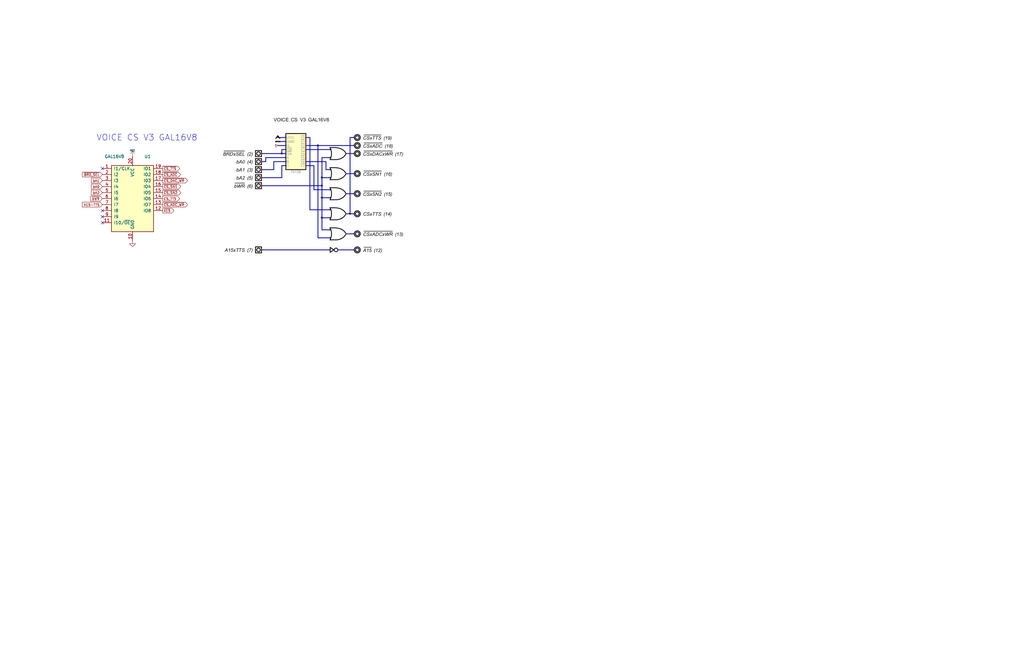
<source format=kicad_sch>
(kicad_sch (version 20211123) (generator eeschema)

  (uuid c11859ec-55eb-4393-856e-6be3fa3b331d)

  (paper "B")

  (lib_symbols
    (symbol "Logic_Programmable:GAL16V8" (pin_names (offset 1.016)) (in_bom yes) (on_board yes)
      (property "Reference" "U" (id 0) (at -8.89 16.51 0)
        (effects (font (size 1.27 1.27)) (justify left))
      )
      (property "Value" "GAL16V8" (id 1) (at 1.27 16.51 0)
        (effects (font (size 1.27 1.27)) (justify left))
      )
      (property "Footprint" "" (id 2) (at 0 0 0)
        (effects (font (size 1.27 1.27)) hide)
      )
      (property "Datasheet" "" (id 3) (at 0 0 0)
        (effects (font (size 1.27 1.27)) hide)
      )
      (property "ki_keywords" "GAL PLD 16V8" (id 4) (at 0 0 0)
        (effects (font (size 1.27 1.27)) hide)
      )
      (property "ki_description" "Programmable Logic Array, DIP-20/SOIC-20/PLCC-20" (id 5) (at 0 0 0)
        (effects (font (size 1.27 1.27)) hide)
      )
      (property "ki_fp_filters" "DIP* PDIP* SOIC* SO* PLCC*" (id 6) (at 0 0 0)
        (effects (font (size 1.27 1.27)) hide)
      )
      (symbol "GAL16V8_0_0"
        (pin power_in line (at 0 -17.78 90) (length 3.81)
          (name "GND" (effects (font (size 1.27 1.27))))
          (number "10" (effects (font (size 1.27 1.27))))
        )
        (pin power_in line (at 0 17.78 270) (length 3.81)
          (name "VCC" (effects (font (size 1.27 1.27))))
          (number "20" (effects (font (size 1.27 1.27))))
        )
      )
      (symbol "GAL16V8_0_1"
        (rectangle (start -8.89 13.97) (end 8.89 -13.97)
          (stroke (width 0.254) (type default) (color 0 0 0 0))
          (fill (type background))
        )
      )
      (symbol "GAL16V8_1_1"
        (pin input line (at -12.7 12.7 0) (length 3.81)
          (name "I1/CLK" (effects (font (size 1.27 1.27))))
          (number "1" (effects (font (size 1.27 1.27))))
        )
        (pin input line (at -12.7 -10.16 0) (length 3.81)
          (name "I10/~{OE}" (effects (font (size 1.27 1.27))))
          (number "11" (effects (font (size 1.27 1.27))))
        )
        (pin tri_state line (at 12.7 -5.08 180) (length 3.81)
          (name "IO8" (effects (font (size 1.27 1.27))))
          (number "12" (effects (font (size 1.27 1.27))))
        )
        (pin tri_state line (at 12.7 -2.54 180) (length 3.81)
          (name "IO7" (effects (font (size 1.27 1.27))))
          (number "13" (effects (font (size 1.27 1.27))))
        )
        (pin tri_state line (at 12.7 0 180) (length 3.81)
          (name "IO6" (effects (font (size 1.27 1.27))))
          (number "14" (effects (font (size 1.27 1.27))))
        )
        (pin tri_state line (at 12.7 2.54 180) (length 3.81)
          (name "IO5" (effects (font (size 1.27 1.27))))
          (number "15" (effects (font (size 1.27 1.27))))
        )
        (pin tri_state line (at 12.7 5.08 180) (length 3.81)
          (name "IO4" (effects (font (size 1.27 1.27))))
          (number "16" (effects (font (size 1.27 1.27))))
        )
        (pin tri_state line (at 12.7 7.62 180) (length 3.81)
          (name "I03" (effects (font (size 1.27 1.27))))
          (number "17" (effects (font (size 1.27 1.27))))
        )
        (pin tri_state line (at 12.7 10.16 180) (length 3.81)
          (name "IO2" (effects (font (size 1.27 1.27))))
          (number "18" (effects (font (size 1.27 1.27))))
        )
        (pin tri_state line (at 12.7 12.7 180) (length 3.81)
          (name "IO1" (effects (font (size 1.27 1.27))))
          (number "19" (effects (font (size 1.27 1.27))))
        )
        (pin input line (at -12.7 10.16 0) (length 3.81)
          (name "I2" (effects (font (size 1.27 1.27))))
          (number "2" (effects (font (size 1.27 1.27))))
        )
        (pin input line (at -12.7 7.62 0) (length 3.81)
          (name "I3" (effects (font (size 1.27 1.27))))
          (number "3" (effects (font (size 1.27 1.27))))
        )
        (pin input line (at -12.7 5.08 0) (length 3.81)
          (name "I4" (effects (font (size 1.27 1.27))))
          (number "4" (effects (font (size 1.27 1.27))))
        )
        (pin input line (at -12.7 2.54 0) (length 3.81)
          (name "I5" (effects (font (size 1.27 1.27))))
          (number "5" (effects (font (size 1.27 1.27))))
        )
        (pin input line (at -12.7 0 0) (length 3.81)
          (name "I6" (effects (font (size 1.27 1.27))))
          (number "6" (effects (font (size 1.27 1.27))))
        )
        (pin input line (at -12.7 -2.54 0) (length 3.81)
          (name "I7" (effects (font (size 1.27 1.27))))
          (number "7" (effects (font (size 1.27 1.27))))
        )
        (pin input line (at -12.7 -5.08 0) (length 3.81)
          (name "I8" (effects (font (size 1.27 1.27))))
          (number "8" (effects (font (size 1.27 1.27))))
        )
        (pin input line (at -12.7 -7.62 0) (length 3.81)
          (name "I9" (effects (font (size 1.27 1.27))))
          (number "9" (effects (font (size 1.27 1.27))))
        )
      )
    )
    (symbol "power:GND" (power) (pin_names (offset 0)) (in_bom yes) (on_board yes)
      (property "Reference" "#PWR" (id 0) (at 0 -6.35 0)
        (effects (font (size 1.27 1.27)) hide)
      )
      (property "Value" "GND" (id 1) (at 0 -3.81 0)
        (effects (font (size 1.27 1.27)))
      )
      (property "Footprint" "" (id 2) (at 0 0 0)
        (effects (font (size 1.27 1.27)) hide)
      )
      (property "Datasheet" "" (id 3) (at 0 0 0)
        (effects (font (size 1.27 1.27)) hide)
      )
      (property "ki_keywords" "global power" (id 4) (at 0 0 0)
        (effects (font (size 1.27 1.27)) hide)
      )
      (property "ki_description" "Power symbol creates a global label with name \"GND\" , ground" (id 5) (at 0 0 0)
        (effects (font (size 1.27 1.27)) hide)
      )
      (symbol "GND_0_1"
        (polyline
          (pts
            (xy 0 0)
            (xy 0 -1.27)
            (xy 1.27 -1.27)
            (xy 0 -2.54)
            (xy -1.27 -1.27)
            (xy 0 -1.27)
          )
          (stroke (width 0) (type default) (color 0 0 0 0))
          (fill (type none))
        )
      )
      (symbol "GND_1_1"
        (pin power_in line (at 0 0 270) (length 0) hide
          (name "GND" (effects (font (size 1.27 1.27))))
          (number "1" (effects (font (size 1.27 1.27))))
        )
      )
    )
    (symbol "power:VCC" (power) (pin_names (offset 0)) (in_bom yes) (on_board yes)
      (property "Reference" "#PWR" (id 0) (at 0 -3.81 0)
        (effects (font (size 1.27 1.27)) hide)
      )
      (property "Value" "VCC" (id 1) (at 0 3.81 0)
        (effects (font (size 1.27 1.27)))
      )
      (property "Footprint" "" (id 2) (at 0 0 0)
        (effects (font (size 1.27 1.27)) hide)
      )
      (property "Datasheet" "" (id 3) (at 0 0 0)
        (effects (font (size 1.27 1.27)) hide)
      )
      (property "ki_keywords" "global power" (id 4) (at 0 0 0)
        (effects (font (size 1.27 1.27)) hide)
      )
      (property "ki_description" "Power symbol creates a global label with name \"VCC\"" (id 5) (at 0 0 0)
        (effects (font (size 1.27 1.27)) hide)
      )
      (symbol "VCC_0_1"
        (polyline
          (pts
            (xy -0.762 1.27)
            (xy 0 2.54)
          )
          (stroke (width 0) (type default) (color 0 0 0 0))
          (fill (type none))
        )
        (polyline
          (pts
            (xy 0 0)
            (xy 0 2.54)
          )
          (stroke (width 0) (type default) (color 0 0 0 0))
          (fill (type none))
        )
        (polyline
          (pts
            (xy 0 2.54)
            (xy 0.762 1.27)
          )
          (stroke (width 0) (type default) (color 0 0 0 0))
          (fill (type none))
        )
      )
      (symbol "VCC_1_1"
        (pin power_in line (at 0 0 90) (length 0) hide
          (name "VCC" (effects (font (size 1.27 1.27))))
          (number "1" (effects (font (size 1.27 1.27))))
        )
      )
    )
  )


  (no_connect (at 43.18 91.44) (uuid 2b3065e8-3aae-46e8-9232-ea48acc9ea83))
  (no_connect (at 43.18 88.9) (uuid e5682b5d-946f-4180-ba3c-3fd854862b8f))
  (no_connect (at 43.18 93.98) (uuid e7cbf078-6169-4b9a-818f-8513e315787c))
  (no_connect (at 43.18 71.12) (uuid f6a01ec2-afaf-4a21-8daa-327d8a38636c))

  (image (at 132.08 78.105)
    (uuid d0e0a2ca-a862-4bfd-bd7a-a81a4685cc74)
    (data
      iVBORw0KGgoAAAANSUhEUgAAA4wAAAKrCAYAAAC6FAOYAAAABHNCSVQICAgIfAhkiAAAIABJREFU
      eJzs3Xl8VPW9//FXJotBEkiAyGKACBgWEVBZBSUIbXGvtdZStVTtVav1Ku31Wq/6Q65ttavY1oVb
      7612kSq9rUpbqFVZxKsBFFCM7IuETbYAYUtC5vfH5xzm5GRmMpmZ7O/n4zGPyZxtvrPAnM/5fr6f
      L4iIiIiIiIiIiIiIiIiIiIiIiIiIiIiIiIiIiIiIiIiIiIiIiIiIiIiIiDSllKZugIg0uVFABrAT
      2BDjPn2AM4GDwIcRtskAPg90BtKACuf478Zw/MFALrAd2BRluzTPc2QA5cBHQEmUfQLA2Bja4FUC
      7KvnPpHE02avAcBQ4HSgGvsMFgEHktC2hvguDAHOAD52jtuQRjjt8b43y7DvUX10B/o5f79dx7Yd
      sM8jlm3r0hvoD7wew7Zp2Pf4NOD/sO+RX0N8noVAAbALWI29zyIiIiLSiv0aCALF9djnTWefx8Os
      6wzMxALEYJjbNuDeOo7/V2fbX0VY3xV4OspzrCRyUJgRYZ9oty/W0d5YJNJmgDHONuH2rQL+hJ3o
      JyKZ34V7gT2+dpYAlyXYRr8M4EEsKIz0+b0JDKvHMV/x7Dupjm0nebZNRCYWgB2qY7vuwMvYZ+79
      /F/BvmNeyfw8rwM2U/N93Q88UI9ji4iIiEgLNIbQCWBhDNv3jLL9ICwgdNcvAH4K3IoFSx/61nWI
      8BzRAsYxwG5nfQV2ovwocAfwG9/zXx9mf2/AuB8LNOq6TY7Qzlgl2ubxhALNrcDvsPdzlnMsd91u
      7PNJpJ3J+C782Fl2HHgB+DcsyHG3vTmBNnp1peZ36kPgv7H39QFgNnDU05YrYjhmHhaAlTv7vVbH
      9skIGNMIBanRAsaehALjEiyo+yn2nQhiAV2uZ/tkfZ5TPctfwz7PF7D3NIgFpiIiIiLSiq3GTvxm
      xLDtg862i3zL87DUN/dkdkiE/adgJ8Vuz084kQLGnliQ5+7bPcy+mVig4Pa8DPKt9waMF0V4/mRK
      RpvXOet+h6XU+vUGNjrbvJJgexP9LlxAKDAe4dv+KmddOZCVYDszCAWLO4kc1OdSMxgL9/57fcfZ
      9sdYsFlF9CA80YCxM/BPzzGiBYyLnG3+QM3vQRah9+JR3z6Jfp5phP693uHbfhShixWjYji+iIiI
      iLRQ7knyxhi2dYMXfy+RG/CUELnn0DWWUErdbWHWRwoY3RP/lViQFUmA0InyX33rGjtgTLTN3gAs
      2v4TCAWcpyfQ3kS/C7OI3DsMobTaLyXQRoCHCQWfA+rYNkAooPpBHdu6n8EkrBetrmArkYDxVkI9
      z+59pIBxLKFexHDfgxuc9at9yxP9PC9zlpVF2MftOQ6Xni4iIiIirYSbhhfE0tgicVPcDmGBl6s3
      oZPm8TE+588JnQD7hQsY+3meY0IMx78O63ny98Y0ZsCYjDZPJpRSWZe/An+mdg9lfST6XRiFBUL+
      3kXXfGe/KQm0MY3Q+MhYx9BNxYLuX0TZZhShVOUAofd+G+F7diH+gPF6z36/8BwnUsD4C2f9/RHW
      n45dqEnzLU/083R7hbdF2O+/nfWzohxbRERERFqBPxE6eY1kVoRt7iX6SWU4AwidMF/gWxcuYHR7
      SvbU4znCacyAMRltziJ0wh9LWmEyJPJdiKYroRTGunoFo3GDmCrq7s12ZVA7mPLzv6YAoTTrSD2i
      iQSMr2EVgcG+i9ECxmJqX5DJILbe5EQ+z+6Evn/h0rvdVOhwY29FREREpBX5PDV7V/zSsLS0ILUr
      TrrpqLPr+ZxuYZGpvuXhAkb3OV6u53P4NWbAmKw2u0Vkglja4KNYoFJXABSvRL4L4QSwSrNuyuPT
      CbbvB85x3knwOF7uFCf+1/Q40cfbJqtKal0Bo1tgJhMLXt3UWXefx4mcspzo5/kAoQtC12PjQi/C
      Clf5xzyKiIiISCvmVusMN/XBFGfd8jDr3DTD+gYCf4+wX7iA0V323/V8Dj9vwHgI6/2LdkukAmSy
      2gxWDTPou1Vhc/9NJ7YqmPUR73fB73fUnAKiPj2SkbiB+B+ScCzXVOeY/rkHCwm1vZ9/JxonYAx4
      nsPba/0KFjS7694mctCY6Od5A+GnhPlvaqawiohIKxNpTIaItE3PO/c3hFnn9gI+F2bdGc59fSfx
      drdPr8c+J+r5HNFkA13quCVazROS0+Z/A84G/hN4HzgJpALjgEeAtVhPZuckPBfE/13w24AFeHOB
      SuBurJ2JvK+nOfdVEdZnYsF6pNvgMPvc4tw/71u+Dvg/529/ldDG4u1J/hnwFJYq+kWsGM5I4DNC
      34Vwnnfu4/k8v40FhunAW8Bvgf/FPs9bsB5wEREREWkD3OI1/oqc7jim44Q/0Y+3h9FNafNX1AzX
      w+hWG/1NPZ/Dz9vD+Hns9US7RatMWpdktTmc07GA4ReExpEFsSqkyejxife7EE0fQnMGJtJzW1eq
      bxa1e8K8N38qslucqAo4E3v/vLc7CaV0+tOAG6OH0fudfTfC/m4RnUNEnnolns/zOme/cmoXtOpN
      6LunoFFERESkjXiT2uMK7yd6amW8YxjdSdX9vR7hAka3KMff6/kcfo05hjFZbY7FVEKpn/cm6Zjx
      fBfq4o6nqyL+XkZ3DKM/fdSVhqVeem9uoZxwn/ujhA8sw93808k0dkpquGlo3G3czz/SuNJ4Ps/l
      zvpI1VlHEApElZoqIiIi0gbcRO0iH26BjbER9rmN0LiqWFPd3fkFg9SuvhguYHR7UI7G+Bxp2Nx2
      s6lZkbMxA8ZktPnn2DhAfyXZcJ4mes9bfcXzXaiLN/iZHOcxvEFazxj3ifa5u+P7iomcxuoW7PH3
      8DVW0ZtDzvovRjmGu83nI6yP5/N0g9Bwabz+54338xQRERGRFsStmFiFTYMwDDsZ9E8I7tWBUBXH
      WMd5uRN+fxBmXbiA8XRCRTduiuH4bhBbhc1F52rMgDEZbXanU4hlvkE3dfLP9W5pePF8F35F9Lkg
      vQFjLHNTRjqGG+TFWkQn0ufu9ngeJ3oP2QTP/kM8yxsrYHzNWX9nlGPUNWVJPJ9npCk1vPajgFFE
      RESkTZlJKLXRrc75nTr2meFsV0bNE+pwphI6yb4qzPpwAaO3XVupGQT65QHbnW1/51vXmAEjJN5m
      933dXcf+EBoT+oN4GxtGfb8Li5xtpkdYfxmhFMZEpgVxg+sgVuWzLqMI/7m7cxT+JoZjuOMvvWN1
      GytgdOc6jTSG0d1/Zx3PU9/Pc2Ud2/Qk9Prr+n6KiIiISCsxBDsBXICl4lVQ98lgBqES/2XYWC9/
      GmYWoXntgkQufBIpYMwl1LO0kfCpdxcAawgFWV3DtLMxA8ZE29zZWeYGnddR+33tigWZQaw4Saxp
      mrGo73fhVkKBj79X6kxCQdfPk9A2N9hzA75waZMXYN8zt6fsEKEpSDp7lsfS2/kwoRRjd/xlYwWM
      WVjKdxCrmOuVi43nDDptjKa+n+e3CaWb+z/PTELjIl+p43lFREREpJX5gNCJcKxj4nKBf3r224+l
      J852lnvncfMHg16RAkawk303AHODsJed24ee5XuwXiU/b8AY6y3RFM9E2zyGUNqfG7AswN6nEs/y
      CsL32Caqvt8FN32yHCv8MxVLHXUnh3+HxKrPugLOcb2f1X7sfXnTeX7vujexSq0ut9due4zP5+1N
      c1NDvQFjXbdo3/m6Akawiw1u6vcC4F+xHmj3u/UOsfXaxvt5VmAXJm7GLvxsdpZvo/aFGRERERFp
      5dyehSB2UlwfUwhVV/TeqrCTzzF17B8tYAQLTH9MqOfNezuKpQxGOoFtioAx0TaDTX/wK0JBl/99
      jTZuMFH1/S4EsEDGH7CVY+9BsqtpDgNeIPzE8hVYUBSuN9kN1h+vx3O5PWpuhdbGDBjBekz9/7aq
      sO9PrFVn4/m3/TA1L1q4z/s7lIoqItKqpTR1A0SkVcvCJhMPAAex8VfVSX6O3sBA5zn2YJPaJ/s5
      ki3RNvcEznH2P4y9r5EmsW9KAaz6ZjbWzndo+M9mEFDg/P0p1gPb3L8P8egJnIu9trewwLihBYDz
      sAsbVc7zNsfvnYiIiIiIiIiIiIiIiIiIiIiIiIiIiIiIiIiIiIiIiIiIiIiIiIiIiIiIiIiIiIiI
      iIiIiIiIiIiIiIiIiIiIiIiIiIiIiIiIiIiIiIiIiIiIiIiIiIiIiIiIiIiIiIiIiIiIiIiIiIiI
      iIiIiIiIiIiIiIiIiIiIiIiIiIiIiIiIiIiIiIiIiIiIiIiIiIiIiIiIiIiIiIiIiIiIiIiIiIiI
      iIiIiIiIiIiIiIiIiIiIiIiIiIiIiIiIiIiIiIiIiIiIiIiIiIiIiIiIiIiIiIiIiIiIiIiIiIiI
      iIiIiIiIiIiIiIiIiIiIiIiIiIiIiIiIiIiIiIiIiIiIiIiIiIiIiIiIiIiIiIiIiIiIiIiIiIiI
      iIiIiIiIiIiIiIiIiIiIiIiIiIiIiIiIiIiIiIiIiIiIiIiIiIiIiIiIiIiIiIiIiIiIiIiIiIiI
      iIiIiIiIiIiIiIiIiIiIiIiIiIiIiIiIiIiIiIiIiIiIiIiIiIiIiIiIiIiIiIiIiIiIiIiIiIiI
      iIiIiIiIiIiIiIiIiIi0NSlN3QARkUZS5NykeVro3ERERKQZSWvqBoiINJIiYHpTN0KiWtjUDRAR
      EZGaAk3dABEREREREWmeFDCKiIiIiIhIWEpJFZE26957r97e1G1oq2bOfPXMpm6DiIiI1E0Bo4i0
      Sffee/X2J574l9KmbkdbpqBRpM3JAfp5bu556BZgA7AG2NskLRORiBQwioiIiEhDyQS+CVwLjHYe
      R7MSeAn4FVDesE0TkVhoDKOIiIiIJFsm8CiwE/glVqm6rmARYBjwGLDHuc9qoPaJSIzUwygiIiIi
      yVQE/AYoSOAYmcD3sN7JKcAbCbeqtinA1xrguAIvArObuhGSHAoYRURERCRZ7gV+QuRzzA1Y2mkp
      cBDoCHQBBmO9i35dgH8CDwPfT3Jb+wNXJPmYYpY3dQMkeRQwikiy3QE8B1Q1dUNERKRRPQJMD7O8
      DHgS+CNW2CaSAuBG4B4sUPR6FDtvfSTBNnqtBeYm8XgSsq6pGyDJo4BRRJLpIexHvT8wrYnbIgn6
      9NPy9tu2lbdP5jF79sw60qtX1pFkHlNEmoV7CR8sPgv8AOtRBKuUOhrrTczELi6uARZi1VK/jxW8
      mQ58m5rnqtOd7ZPV0zgbpU2K1EkBo4gky2RCJwv3Am8Cf2265kiiSkoO5BYX707q1BejR3crVcAo
      0uoUYWmoXuXAzcCfPNs86NxHOv9cCMxw7qdhvyO/oWZv46PAezTMmEYRCUMBo4gkQwHwa2r+n/I7
      YAQ2XkVaoEGDcg9kZ6dXJPOYPXsqWBRpZTKxoM77/385cA0W1OUDzxDbWMEi5zYfuBu76HgN8Bdq
      Bo2zgbPQtBsijUIBo4gkKg2Yg50UeOU4y8cAxxu7UZK4Xr2UPioidXqQ2tVQb8aCxQKsYE2/eh5z
      MrAAuAhY4hzPO9awC5bRcl+9Wysi9aaAUUQS9UtgeIR1w7Aryzc3XnOaytAUu18VbNh9RESajUxs
      nKHXs1gaaj6Rg8U1WEC5D2gPTMKqpHrPS/OBt4EJWE/jTGy4g+vb2NjIskRfhE8uMB6r3hrAejHf
      A7bFuP8AYChwuvP4AFCMzUeZDIVA13ruUwW8m+C+fg39Ov2mAtuJnoo8CtgFbK3jWEOAM4ClwKEI
      20wCOgMv1a+ZrZMCRhFJxFexObKi+QawCHi+oRsTj7lztxdu3Hgg6957v7IKSk6G32poysyZfzhv
      6NBuBydM6LIxtPys095554MeS5Zs7Xz8+PJUgKysjKpJk/p+NnToqB2wOszx4tlHRKRZ+iaWTeIq
      w4I4sIuF/mBxJXYBcWWYYw3AUltHe5blYxclL8XGNn4V6Oasy8Sqcj8ef/Nr6O0c6zogNcz6ucBd
      RA4cxwJPYUGU30ngNWf/RAOqnwOX13OfhVjgnci+rsZ6nV4/BW4h8sVpsADvn8C1RA4Y/w24n5rp
      za8CtwO7fdteBPw/YAWq+KqAUUTiNhg7IYjl/5FfY3MyrW7QFsXhoovOOvDBBztz9+xZ2zkvj8/C
      bXPo0JrOBw8eT58woe8+mzYMILfjj370l7MDgZTgxIl995xzzhnlVVXVKUuWbM195ZVPerz//o6c
      W265pqRmABjPPk1j8eJ9fZYt2557++0jt2ZlHd8bbpvy8swus2Yt7X3ZZYW7Bw7MdCog9jltwYKl
      +cuWbc/NyEitHjUqf/+YMaO2w9rKxmy/iDSKa32Pn8SqoRZRe8ziTCyFNNKUS2uwIQxPULMncbJz
      vIVYoPKoZ931JCdgnAy8DGQDJ7DhFO8Ah7Gx+NcBV2I9WGOATb79x2MFelKxqTr+DnyE9VJeCHwR
      G4s5Cjif2sFJfRwH/uZb1gM4D6gEXg+zj9srl8i+0Liv03UD8F3sYoH/fXddh11sAHg/wjYvAF/H
      fsR/6RzrOuBqLPgdjvV4u97CAsapWNp1m6aAUUTikYUVHciJsk01ls4D9n/NX7Af3mSnDyUkJ2fg
      3oyM4oK33trU5frre4cNGP/xj/V5OTmZFXDQaXth+k9+MqdfVtZpVXfddfXHsK4SjgFw6aXd9l5w
      wZlnPPNM8VnLlv1f/ogRHbbGv0/TufjiC7ctWzYn95lninvfd99XDtYO+Pqnz5o1p3dWVkbVwIEj
      dtg5Q//0mTP/95zMzNSTN998/qcnTlQF5sz5uMdHH+3ucNttX14NH1U3yYsRkYaQA4zzLfujc+8/
      wV4JPEBs8/NOc47r7U2ajgWMv3f+ds9fh2G9RWEvasVoPNYrlo4FU/9Czd6xF4CHsd6rC7CCbmN9
      x3gKC6Kec/b3mgn0wQKtAmxKEP829fHlMMtmYEHfIqIXF0pkX2jc1wkwCLvgPJfwqaEdgJ8RynQ6
      QvjexW9jweIW7Lu13dPm32CZUA9gPZCut7Ee02tRwHjqZE5EpD6ewXoYAfv1uAs+fRkbuPJNoD0s
      9u3Tj9AVwEa2IA0enGgXkK2FFRXpp8YPFhWdtWfNmj3Z0Oe02vv2Oa2k5LMOn/98vz3ukuXL3+9x
      9Ghl2l13XbjZAr+azjjj5GcFBTlHtmwpOz2RfZrW2sq77x6z+ejRyrT58xcV+NfOm7eo4OjRytTb
      b5+wwQ0Ely9f3qO8vCLtjjuuLsnLO/lZfn7KrmnTJq/ZufNwu02bVrhpZAQrq1LOXry6g/f70hEy
      GumFiUhCFqTBa4/Bq9vhT2n2LzgTrIdwDRZIFvl2upn6FT+7iZrBZREWGG6hdjrrgHoc1y8P+2FI
      x4KSKwifSnkA+AoWQFyI9aC5soBznL//PcLzbAK+5/w9leSff7vpoR834L6N/ToD2AWIAPCtMOtu
      xXo5vcNiwvWQZgD/6fz9ZULBouvfsM/1Nt/yauBDbF7p+o77bHXUwygi9XUvcKN3wR3w6Regl/v4
      KiCLvH4zydwA27xjWL4IRW/AtCWN1FbH4YkwynMl/CqWLPmkg/tozJiBe15/fUPXdevWdCkszKjx
      Y7Ju3ZouAAMHDtwDmwF4552tnbKyMqrgwEEimDq1X43023j2aWoZGUf2jxyZv7+4uLTTxIl9O6Wn
      H9kPUFHRvtPSpaWdpkwZUgo7T1VRffvtrZ1HjcrfXzMgLj06cGDeocWLt3Tq06ffDoCP7pmV3/OD
      jdnuFs735aaZPJfEKTwCC+HKhck7nkhLNrcIqouSc6zDE4FxkIKdi1/lLH/ODeRGU/P8cjXhxyxG
      s8bZx9vLWIRdY1rjW94Pq6Qaj4ex4ic78P2uhbEJ64W7BMuWKXaWt/dsE+28eh5WPGe3s10F1lM5
      ABsXGS7YuR4L1CKtd33eufdfqI1FrPsm8jrj8R3gXOCH1AzysoBPCFVm/wsWQF6Npbr4XY0VMlpM
      +HTVfdh37QJsHKu3h3It1vs6BnglztfRKihgFJH6GAc85ltW+gWrJObbcH/+TGYDd1IzW+jtiTB5
      omWaNJ2PPy70/PjtPJKf3/HowoWbOxcW9q8RML7xxsa8gQPzDsHmE7ZkaEpZ2fKM4cN7HIj92eLZ
      p3m49NLxW0pK5nR4+uni3vfc85WDEEx56qk5BQUFOUdqBteDUg8dWp7eu3fOMf8xevTocHzBgk15
      9ru7gtLn36x1tda+LynTk9fyarAUNhGhuoik/vvymww8t8t5MMy3cmGcB11IzcDQ7Un0p58WxHn8
      LKxoDlihnkjVMr0uxXo+ven1u7Fxm+58kzcSvjf1EBZ4eFVg6Z2VwJnAHs+6W511B6hZCMivD9DO
      +TvS+L1k7JvI66yvLOA/sPGkP/etuwQbM/kcliK7EhtvCuFfg9sbHEswfTY1A0b3O+GfNqzNUUqq
      iMQqBxu3mOlZVoWlDkWYFiIT+z/fm214EvgR9hvYpFK8D77whX57du483A56eFJC87L37Dly2mWX
      9ff8iJ8MAGRkpNVjPF48+zQXlppaVnY8Y/ny4vx33303/+jRitSpUyduqLndziyAHj06nPAfoWvX
      9hXV1cEUqNJvjkjr5WZPZPqW7/NvGCP/HLBuJ0fELI16uhxLRT2BBR+xqKBmsOj6jnN/LbAeGzMX
      S5r9MuAfTjv+1bN8BBaUAXyN6FU6L3DuI43fi6a++8b7OuvrbqxX8H+o/f1ZiJ2P/AsWLAYIBYVv
      hzmWe0F7Q5h1YNOCDHH+9hecW+/cnxtLo1sz/XiLSKxmU/sq233Yf96/8m88/1Q19X7YhVKvA1jQ
      2HTFQM85Z91R7+P8/EF7U1MDweXL1+a5y5YsWdfl9NPTq7KyBnquaKdWA1RU1Cf4iWef5iMj48j+
      UaPy98+bt67r669v6HrLLRd8Clt9V5arUwDS0gK1Lh506dLeSUmy15//jYm1KufNr/e83iLSfMwH
      6/WB2r1OtTJQYtTe99gd09jRv2Gc3FTMN4g/bdI1B6vieZjQVCDbsQI9eVH2A0uLBQuSspzt/4wF
      kXfhvLlRuAV4oqWsJmvfRF5nfbjjEsPVPThEzaB9FFZKoZTwV6LdC77+Ak2uu7H3GmoH5u7xWuRv
      dzIpJVVEYvEIlnPk9UecQDEbHv4QeuWTch2Q+jZddvyRixZB0LmiNxl46xpYOyS0ewnw+BL4jzcb
      vPUQgJVTYWAv+39/PuPGlZWFxu8DfFJ14YW99i1ZsrXz8OGDt8LQlLfffr7L5z7X7zObhsm1Ktil
      S/sTGzceaG/VyCPpcTqUZ8BZB+PdJ6FXnGSTJ4/fsmzZi7l9+3Yq7949GKZUugWKwWDtZh8/7gbK
      qUGAc5+8vXRJ8brsvA82ZtunAS+SswSCCXwXGjLdTqQ1Cs6Ic8cApEyA6tFQlWb/gn8PofkR/eMV
      i+J8Hv9+a5z7Lr7lW+I8vhvg+IugxOslbCqGfwXuwdr5CFZhcyY2RUO4FM5lWHXWy7FA6UosGHsO
      eDqG53V7v+IpeBPPvvG+zliNwFJlS7H3pi7ua3g3wvrXsYvb1ztt8xY1GkKoAmoltQseJeviRIun
      gFFE6lJE7ZLSa7CqZVUAE+z+BgjeYKv3YL91NbJ8for9hz44tKh4HFz9I+CvDdBuv2rsKigAGRlX
      14psLrmk/563397SBXI7Hj68Jr2i4mRg+PBBn/nnaR458swDf//7um7Qvb236IvX//5vca+Sks86
      PPxw9xVAZTz7JPJik29tZSCQEszNzYzQrtzjAAcPHk9r167mmk2b9jtpvtbTmpKeFlx/8eBDd3kK
      30Dxm3D1I/G371UUNIrEKjgjsX9vgI2r856ku2MX38N+E9xzzMHOuvoUvhlA5LGQ/qqokVIN6+Km
      UtZ33F80e7Aew8ewiebvwwrC3YdN3zERKA+z33QsYPwp1lu2GJtMvi4BQr2EsQRXydo33tcZC7fn
      d2GM24937pdGWP8G9p0cDfwf8BDW/iHO3+7v0PvUTjce6Nw3s9/jxtfmu1hFJKosbByF9+LScWyy
      2/rOp1iOTejr/xH5DbWvGDeRfYe6dGl/YsmSTZ0WLtzUqV+/zuWwrVYRlxEjhu5KSwtUv/DC22fB
      4FT/+srK9p1Wr97dcezY3vvc+Qvj2adl6XgiNTUQXLt2rz+NjEOHTqR17JhZ2dx6TUUkIWuoOfXF
      AOdWRu2T/d9Qv04K//YLsWI3BdQOJNcQHzc46BB1q/gcxTJwzsJ6tQBGYgFKOO9jlV5TsR7TLxF+
      rKTfEMCdDirc+L2G2tdV39cZi/Oc+7fquX20KuNXYe9vAdYd/g/gJ1jPrvs84Z7PTaeO1HvZZihg
      FJFoyoE/UPOk4Gai/8cczQZnf69nqX/w2WA+97m+e5Yt2567atXuHO/cizVtPnHnnaO2bNlS1v6p
      p+acu3VrdXfomAMdct5772DBD3+46OxOndpVXHLJ2E8T26clWcGwYd3KVq3a1RGGegoKDUxbsWJH
      zujRPfc3XdtEpAGUYT03Xl917n/gWz4MO0GPJWh8gtpVQd302Rt9x1hJ7aqpsXLTJgdG3Srk79hr
      dovTDAF+h/1GRlINPIpV8wRLiwznCkJj7DpihXhi4Y6r2EH9K8nFum8yX2cs3AHtYYY+1JKBfX4n
      sZ7ESPYAF2EVVr8FfAObX/FfnOVg40b93GA0lra0akpJFZG6fB8bpDIbG7f4xwSP9ycsleVW7D/u
      ugb0N6rCwnP2zJ79YX56eqA6L2/Q3vDTOkFubuWe6dMnVr7wwvv5zz//wak5KFNTA8GiorP2jB9/
      4TZ/T2E8+7QkV1xxwfYZM+YO/tvf5p19+eXjt0BFYM6cf5yVkpLC6NHDdrrzWIpIq/ESNYuJ3IP1
      OC3Ehhpc4Vl3LzbE4WbCp6cOwHoW/cHifEKVMf1pmi/F1WqzAst6KYph28HYlBoQmp6hBxbAngBu
      qGP/d7ECNrlh1l1A6Hd1FTAUmIYFYHWZ5Ny/E3WrxPZN1uuMlRswbokIkh4gAAAgAElEQVRh20uc
      e39vt1eA0HyQC5yb69+wgjerqJ2a3BXrkawk9t7OVksBo4jEYjk2ED3eMQl+38dOKppNz2LI+orp
      04c7EzKHDxZDDpZNndqvzHrUtmdD+knodsTOQ9YmcZ+WYueR+++/eMNTT71XsHz57PMAcnPbVTzw
      wKS1oXksRaQVeQ4LbHKcxznO4285twFQowTyMOw/u9VYj9BBrBpqERaU+afkKMWqWIKN8/NW6j6O
      ZajEaw7wn1iBlZuwXrRwOuBU9cECOzfYfQvr2ToNS3l8LcpzXebc+3tku2OBdXts/N8C7Pf2PuBJ
      6p4b0i34Emn8XjL2TcbrrA83Nokl22aoc78iwvqrsJ7D1wm1zdUVm/cLrGiPn7v9G0QORtsMBYwi
      EqtkB3fNMFiM16ogp37Y/UXWkrlP03rwwfPrLIyQmXl033e/O3Uf7HEK3ZQejX8aNhFp5o5jF/+8
      Y9buwMaIvQJ8Dvgn1Jo3ZzA1CqCFVYqlC27Beiq/7Vuf6EXHNVggeCMwy1nmDxoHA7/FApP1wJ2e
      dRVYmuqVwK+xqSYW+PYPYIHu15zHP/Ksy8Lep25OO37qLF+IBdD3EZpyI5w0QuM5S6Jsl+i+ib7O
      +qrPfMUjnPtIYzCLsXGhn8e+g26BpM5Y4JuLVUx7Jcy+Nzr3kS4ktCkKGEVEJKxPPy1vv21bea0i
      NnWb532Q5X3Qs2fWkV69ssJWiRWRFulH2HQQ3TzLfoele74BTMCKp11Re9eI5mM9i1uwlFd/EZy9
      hMY1JuJbWA/jhVhg+AhWSRPPcrBeuKuoPdbvW1gw2QvriVuPpTZWYNU3LyJU1G0aNQOtl7FevqXY
      WDrXQ1iBlmnYNBWRrriNxYKhusbvJWPfRF5nfR0B2gFnUHdWk1vldVWE9buB/8Equb6NjcPMwAr3
      dcPee39dBYBCLN21lMTSnlsNBYwiIhJWScmB3OLi3Wcm85ijR3crVcAo0qqUA1OwnkT3vDIL+At2
      Mv4nrHeqCJuiqYjI558LsUBwofP4CsJX0p5CcoZIlGPTMjyA9R72cW6u9dhciL8gfM/Xdqyn7n5g
      KnC2c3OdxHoRH6bm1BVPY2MiP8MCUe+8he9gAeM4rJfxexHa7hatWYcFbvVR333jfZ3xKMamGCkE
      NkXZrjMW9FXW8Zx3YUHijcB3nWWVWBGmSHNGuts9Rv16PFstBYwiIhLWoEG5B7Kz0+t7IhJVz54K
      FkVaoYWE5uVzZWHjBJ8lFAQuxMY5jsYCkExsfNgaQlNn4GzzIFYox3+u+jD171GLpgobd/koFqT0
      w4KET4CtMex/AAvqvgecifUaBrDUzXcJP/7tTmqmt/pdFGWd62nnFo949o3ndcbDHaPRsY7t9gEp
      dWwDFhDehBW4uQA4hvU2RmpvIVaU7yPif39bHQWMIiISVq9eSh8VkZg9jgWA033L78Cm2/gZ1tu4
      Bks5DVchuwDrCbqdmgVuXDOwomkNZZ1zi9d259baNeTrfANLcR5BctNBd2NjMevyc+f+60l87hZP
      AaOISFjuXIKBYOQCbCIi4vEI1qPzKDXPMd3qqY9iAeNKYBdWJbUjlnI6AOt1jHRu+jANGyxK8+D2
      HtdVFKkhTMHSYacRfuqXNksBo4jIKQPTSkpWdFuwYHOXvXuXnwYQCKQE+/btXH7NNQN3t2t3rEbx
      gffeO1jwzjtbO99224it2dknwkwePTj1Zz97cdikSX0/Gzq0/TbvPv4t8/M7HuvTJ/fIiBHn7oat
      4cZUiIi0BI9j0yrMpmYhHNcA5xarvdiJfDLTUKX52ocV1rkES3ltrDGEXbEiQ3Oce/EINHUDRESa
      h17tnnxyzrlz5qw+s6Cg49Fp08ZuvP/+izfccMPQ0mPHKlN//OO3+61YcaSXd49jxypTy8sr0p59
      dmlv6J8e7qjl5RVpx45Vpfr3Oe+8HmXnn2+3oUO7HwwEUoLz56/v+oMf/OVc6JAT7liNafHifX1+
      9rMPLygvz/QXmzilvDyzy89+9uEFn3xyPFzqGCtWHOn1xht7/OX0RaT1W4gVRfk+8RenOY5NNXEW
      ChbbmueAdGBSIz1fGla1dgNKRQ1LAaOICENTnn32H4XHj1elTp9+acnll/dY16HDib2ZmUf39emT
      tuPWW8/+aOTI/P2vvfZJd+ia5d/76NHKtLlz3zqrPs94ySUTN02Y0GXjhAldNk6alLfhuut6ffLw
      w1/8qH37jJM/+tHifnB2RvJeX/1dfPGF2wCeeaY4QjDcP33WrKW9s7IyqgYOHLHDv3bXrpSur732
      SfcTJyr1OyPSNpVjaaR5WIrfEmIrjLISq1raHasSmoxqqNKyzMYK2rzeSM9XhVXLHUv4qqltnlJS
      RSSaIucWVQYE7oMJF8DIFAisguVPwIKDsZf6XkiojHoDWJAGb0y0aaQCwHwqKspOVVfbtevDM3bv
      PpJ5220jtsCew+GOcOml47e8//7s3I0bt3fo2zetxgnM5Zf33/W3v63tVlTUp0v41NRYbTt2771j
      N82Y8Wb/FStWdjvvvPafxn+sRK2tvPvuMZsfe2zR2fPnLyqYPLnbeu/aefMWFRw9Wpn63e9+YQ18
      5EkZGpz6zjtv93rjjY1nRDpysLIq5ezFqzu8jPtpwBzIONhAr0REmtRxLMVvJjaWcQBW3MabllqK
      jW1cQ6hSqog0EwoYRSSaImpXvKvlq8Aoz+PzYfR19B/9HOfH+DQ9i2Dswnq3LmaHJ8KocaHHV7Fk
      yScd3EeLF2/plJoaCHbvPuSzyPP/rq186KGbl8GqoH/N8OEXblu+vDTn2WeX9r7vvq8chLWV8bf1
      YFm7duknly8vzTnvvP5NGDBCRsaR/SNH5u8vLi7tNHFi307p6Uf2A1RUtO+0dGlppylThpTCzhpV
      VJ944o9Djx+vTL3zzlGbf/vbFT3DHfeje2bl9/xgY7b7+CogHyY80pAvRkSagzJsfON7Td0QEYmd
      AkYRSdgVYZZNZjPP8ZNYDzHeuTWajz8ubO/+vX79vqzCws6HwwWDNUVa/1H1HXcUbZwx42/nzJ37
      1llXXnlmImXZGTiwy6FVq3Y3+ThGsJ7VkpI5HZ5+urj3Pfd85SAEU556ak5BQUHOkcLCjFpl1S+6
      qPe+4cMv2AHrKoGwAWPp82929S8bCsMboPkiIiKSIAWMItJWnUpJraqqDrRvn37Sv8Hhw6d1WbVq
      V7Z3WWZmWvXw4dlhJnPeXX7llf13zp27tnuiqamBQAonT1bHMiFxIwilpi5fXpxfWXky5ejRitRp
      0y7fEG5Oa3tvEoqXRUREpBlRMQIRSdhfwyybz+RGb0d9nHPOuqPu34FASvDEiZO1/j9cvXp31qJF
      m7u4twULNuUtWrQ5YtXQ888ft61bt6zjVjW1MGzV1FhUVgZTUlMDdfR2Np6MjCP7R43K3z9v3rqu
      r7++oestt1zwaSJTf+R/Y+Ju/7JVsDyxVoqIiEhDUA+jiCTsD879FaQQIMB8+vF7TsMKncWi56KG
      HcNIAFZOhYG93DIr48aVlcE5AJx5Zodja9bsybbRdCtO7TRmTM6WMWPO3+I+fvXV7f03bNhXq0pq
      yKrg7bdP2DBjxtzBr766oM/VV39hQzyNXbt2T3bXru2bVaW2yZPHb1m27MXcvn07lXfvHqwV8NXH
      uU/eXrqkeF123gcbsz1FbxYkp6UiIiKSTAoYRSSahbFsdBL4LfBbgs6jtc6tXs8T03MloBpPAZ+M
      jKtP9eCNG9d7/+zZH+aXlX2cl5PDnsSeZueRL35x4I5XXvmkx6hRH0fsjYwst+Px41Wpw4fnlyXW
      jmRbWxkIpARzczMTKOhjUtLTgusvHnzoLk/hG2KvqCsiLVcO0M9zc89Dt2Bz4KlKqkgzpIBRRKJZ
      SMMHck2usPD8XTk568749a+X9brvvslH/ZU/Tc92W7d+fHosxxs69MLS4uLS3BdeCF8lNLL+6bNm
      vVqQlhaoPu+8c3fDpvrtLiLS/GQC3wSuBUY7j6NZCbwE/ArNwSjSLChgFBFh9cl77pm4/okn3iyc
      MWPu4OHDexy45JK++047La364MHjaYsXb+n04YfvdwwEUoI33jistO7jrQredlvRxhkz5g6OtMW7
      7y7qnZJidW2CwSAHDx5P/+CDD3IqK6sD999/8QbYdCJpL09EpPFlAg8C38Z6FmM1zLlNx+Zu/AEK
      HEWalAJGEREAdpdPm3btR8uXL+/x1lub8pYv35HrrsnMTDs5aVLfz8aMOW8nbI4xkNt55EtfGrTj
      z38u6RFu7euvbzg1tUQgkBLs0OG0ypEjex6YNGnoDthxNNw+IiItRBHwG6AggWNkAt/DeienAG8k
      3KrapgBfa4DjSmQvEnuBA2kmFDCKiJyytnL48Oytw4cP3WpVTve1g07HYb0zvm5zja0nTOiyccKE
      LhsjHe3cc0/fdu65w7fVZx/YkUD7RUSa3L3AT4h8jrkBSzstBQ4CHYEuwGCsZ9GvC/BP4GHg+0lu
      a3/CTyUsDUcVsVsgBYwiImGtqwQqYV9TN6TZePDB85fVZ/vvfnfI+w3VFhFplh7BU1zMowx4Evgj
      VtgmkgLgRuAeLFD0ehQ7b30kwTZ6rQXmJvF4UjdN1NsCKWAUEZGwPv20vP22beXtk3nMnj2zjvTq
      lRWmqJCItHD3Ej5YfBYbh+iO/87Bit8Mw9JOq7AgciFWLfX7WMGb6dj4R++56nRn+2T1NM5G6ZEi
      dVLAKCIiYZWUHMgtLt59ZjKPOXp0t1IFjCKtThGWhupVDtwM/MmzzYPOfaTzz4XADOd+GvAmNhbS
      29v4KPAeDTOmUUTCUMAoIiJhDRqUeyA7Oz2p8yP27KlgUaSVycSCOu85ZTlwDRbU5QPPENtYwSLn
      Nh+4G/irc5y/UDNonA2chaqnijQKBYwiUh+9sSIBrzd1Q6Th9eql9FERqdOD1K6GejMWLBZgBWv6
      1fOYk4EFwEXAEud43rGGXbD01Pvq3VoRqTcFjCISq0zgb0AvoEMTt6URDLVJEgkEYUXTNkVEpHnK
      xMYZej2LpaHmEzlYXIMFlPuA9sAkrEqq97w0H3gbmID1NM7Exkm6vo2NjSxL9EX45ALjseqtAawX
      8z1gW7SdPAYAQ4HTnccHgGJgZ3KbWctgrO3VwDt1bJuHtdPvOPAxEO/UTom+d/GYCmwneoryKGAX
      sLWOY3UHzgGOYJ9ZdZhtJgGdgZfq3dIWTAGjiMQiDatudw5wuInb0oAGppWUrOi2YMHmLnv3Lj8N
      bI7Evn07l19zzcDd7dodU8lUEZGQb2JFbFxlWBAHlobqDxZXYr2FK8McawCW2jrasywf+CVwKTa2
      8atAN2ddJnAH8Hj8za+ht3Os64DUMOvnAncROfgZCzyFBYt+J4HXnP0bInDsg72nbrtPA6INJ7iF
      6O/bYeD32Ge5PYbnT/S9i9dPsdcyPMo2k7ALF9cSOWCcADxBzc+uEvgF8B/UfC8vAv4fdiW5zVR8
      VcAoInXpjAWLk5q6IQ2rV7snn5wzoKzseMbw4T0O3HTTsNKMjNTgjh2HTluwYHPnH//47X5XXTWw
      /Xnntf+0qVvaGBYv3tdn2bLtubffPnJrVtbxveG2KS/P7DJr1tLel11WuHvgwEynAmJe9ty5K7t/
      8sneDgADB3Y5dOWVw3bCnlZ8oaEur06GlPsJnQi/B/wMrvprEzZKJBmu9T1+EquGWkTtMYszsRTS
      qgjHWgOMwU7cvT2Jk53jLcQCskc9664nOQHjZOBlIBs4AczBeukOAyOwQOhKrKdqDLDJt/94rEBP
      KjZVx9+Bj7CetguBL2JjMUcB5wO7k9Bmr586z10JpGPvV7ShIyOc+y1Yj6LrNKeN2cC3sAD9cuDd
      KMdK9L2L1w3Ad502RjrmddhFCIBI0zxdhmVPAfwDGz/bEZjiHL8QuMqz/VtYwDgVS8duEwJN3QAR
      adZuBUqwYPGzJm5LAxqa8uyz/yg8frwqdfr0S0suv7zHug4dTuzNzDy6r0+ftB233nr2RyNH5u9/
      7bVPukPXrKZubWO4+OILtwE880xxb+ifXnuL/umzZi3tnZWVUTVw4IgdANXV2bkzZswbdPDgifQ7
      7hi55eabz/90375jGTNmzBsEHXNqH6MtmPs9SJmLncBlOrciYC689lgTNkwkUTnAON+yPzr3/hPp
      lcADRA4WvaZRe3J3d7qO3/uOMYza8zXW13is9y8bCxzOwoKFXwEvYKmvA7CA4wzgd2GO8RQWsD3n
      bPsdLFCZCXzFWbYF6EHypgRxXYQFo3uBV5xlXevYZ6xz/x9YYO/ePocNORmIvd5c55iRhqEk472L
      xyDg11jPZbjU0A7O+pexlOcjhO9dzMK+U2CB52TsM5uB9VquxYLd8Z593sZ6jP0XS1o1BYwiEsn1
      2I/fGVhK0A2RNlwAaa/BY6/B4dfg2GvwxMv2H3EzsSANHpxovx1/Ar5JRUV6irt2164Pz9i9+0jm
      179+3rZIPWGXXjp+S2pqILhx4/Y2MH4TYG3l3XeP2Xz0aGXa/PmLCvxr581bVHD0aGXq7bdP2AAf
      VQP8138t7ZWf3/HojTdeU9Khw4m9eXknP/vGN679uFu3rOP/9V9Le7n7BiurUs5evLpD6NOAjpDR
      SC+sEb06GYLuZOPhfA9ei6VypEgzsiDNLna8uh3+lGb/gjPBegjXYIFkkW+nm7HxcbG6iZqBYREW
      GG6hdjpruLF4scrDfhjSseDjCsKnjB7AAr+TWI/hKM+6LGy4BsC/R3ieTcD3nL+nktzz7yed+18A
      bgaMP5D36kworffjCNusAb6AXSg+A7gnzDbJeO/iEcAuTASwXlD/uluxQO+bnuWReluvxILiJdQO
      PMux3lKAz3uWVwMfYgUA6wrMWw2lpIpINHOxK5CrsauYYR22FKHveRbdW8L5o2H6Pxq4fTE6PBFG
      eX5Ar2LJkk9OBX6LF2/plJoaCHbvPuQzWBXhGGsrH3ro5mWwKtjAjW02MjKO7B85Mn9/cXFpp4kT
      +3ZKTz+yH6Cion2npUtLO02ZMqQUdjpVVIempKSs4aKLeu+v+R6tCg4cmHd4wYLNee6Sj+6Zld/z
      g43Z7uOrgCzybprJc4lM4VFU+/GrjyRwvGSYSp2/s8FfwqvRxt+IJENR7cfx/vs4PBEYBynYdR43
      W+85N5AbTc3v/WrCj1mMZo2zj/ffRhF2jWmNb3k/7IQ/Hg9jAdEO4MY6tt0ELAIuwVIti53l7T3b
      RPv3Pg9LR9/tbFeB9fQNwMb2hQtqrscC0kjrbwbOwwq6PIH1NIIFc5G4v+UnsMAnkn1YL+n9znEf
      9a1PxnsXj+8A5wI/pOb4yizgE2zcK9hULAHgaiw9OBz3d2hNhPXtnHv/b9Na7H0fQ6hXt1VTwCgi
      kbxE7FXA/FXyGMzq0ZAyOtzGzcHHHxee+pFfv35fVmFh58N1B4NtJ1h0XXrp+C0lJXM6PP10ce97
      7vnKQQimPPXUnIKCgpwjhYUZnh/rVcHbbx8QNtreubM8Mysr41RvQenzb9a6KjuO/fkzSZnuXx6/
      lPHUTCNqplIKCKXbiTSSZP/7mAw8t8t5MMy3cmGcB11IzcDQ7Un0j6kuiPP4WVjRHLDiLodi2OdS
      rOfTWz1zNzZu051v8kbC96YewgIMrwosk6cSOBPY41l3q7PuADULAblOJ5Te+iOsR8wtzFYU5TW4
      4xffjrKN6z3nfohvebLeu/rKwi5inwB+7lt3CTb28DksRXgloWqxkcYv7nDuw/VSZxFKO33Vt859
      vfm0EUpJFZG26lRKalVVdaB9+/ST/g0OHz6ty5IlB87y3pYvP9y7cZvZ1Cw1tazseMby5cX57777
      bv7RoxWpU6dO3BDL3sFgdu6aNXuyJ03q24rHwIoIcNC5z/Qtj7e6tH8OWLeT46B/wzhdjqVTnsCC
      jFhUED7g+Y5zfy2wHruIGkua/TKs0Eo68K+e5SOw4BPga4SvxnkfNiZyLZaO6h4PLM0y0vOf69xH
      Skf1cnvWUn3HS+Z7Vx93Y6/tf6j9vVqIpUP/CxYsBgilv0YKjv+K9U6PA36MpesGsMB+IXYx4glq
      95Cvd+7PpY1QwCgiyfAr/4L5TG6KdsTsnHPWnZpnKhBICZ44cbLW/4erV+/OWrRocxf3tmDBprxF
      izYnWmChxcnIOLJ/1Kj8/fPmrev6+usbut5yywWfwtYYxiPlZf/4x2/3LSjIOTJ06OhTvZH535hY
      q0Lg/HrP6y0izcd8sN4dqN271jnOg7b3PXazFDr6N4yTOy7tDaJPQRGLOVjRlMOEpgLZjmUPREsP
      BUvtBAuGspzt/4wFZHfhvLk+PbEiQmDjJt1AbA8WxEHt3kyXW/F8cR3tgppxgjfYS+Z7Vx/uuMTf
      hFl3iJptHIUFuqVYL20ktzrb3If1Xp8E/g+bk/FrhC4GeLnHazNxlFJSRSRh2fDwYSBIyr9WE8hY
      xdDlc/jyAgg25g9JNAFYORUG9rL/3+czblxZmVun4MwzOxxbs2ZPto3FWXFqpzFjcraMGXP+Fvfx
      q69u779hw75mVMyn8UyePH7LsmUv5vbt26m8e/dgDCXhO+T88If/OLtbt+zjU6devtYtjANw7pO3
      ly4pXped98HGbPs04EVylkDwzQSaWOSk2TmCi4g/FS5Z+gFTICXKSUVwNm1oLi9pMkVJ/PcRgJQJ
      UD0aqtLsX/DvIVRIxd8bUxTn8/j3c8eZ+S/abYnz+G4gF8s8g7F4CZty4V+xIjFdgEewirEzsakY
      wl1oW4ZVGL0cC4iuxILO54CnIzzX49gUGP+HVSn1WoGlsPYIs18fQuPyIqVperlj/E5QswhRst+7
      WIzA2l9KqCc1Grf3L9qUIFOBWdh7+RbWW5uNjXvsgVVjDSdZFy1aDAWMIpKwCfZD8gAEH7CLcx8A
      X2/iVtVSjWesWEbG1afGI44b13v/7Nkf5peVfZyXk1NjDImcsrYyEEgJ5uZmVta15dat1d2ff/6t
      XoMGnXHouusmr4OSGum+KelpwfUXDz50l6fwDRS/CVc/En/7Xn2EmmOyFiZ2vGSZuxqCkabPeByu
      fiDCOpEkapB/H6OpeTLujl18D/tNcM8xBzvr6lP4ZgCRx0L6x5vFlB4fhptiGUvgFKs9WI/hY9iE
      8vcBvZz78cBEbKyh33QsYHTnU1wM3B7hOS7Aer6gdpVQsAB6NFZQZ3aYfSHyNBN+bm+kP0BriPeu
      Lm6v5sIYt3e/70sjrJ8MPI8Fw5djc2e6emJTuzyE9aIu8u070Lmv8/ewtWgzXakiIpEUFp6/Kycn
      s+LXv17WC7r706AcPdtt3Vp2euO2rOVZseJIr+ef/6DXxIl9P7vuuqs/8QeLbc+Vj0PwUghuqbk8
      OBuuUrAoLdkaavY6DXBuZdQ+qf8N9euk8G+/EEsXLKB2IBmpwmVd3KyHhpgq6Sg2VOMsrGcRYCQW
      gITzPjaWLhUL+L5E5PF+s5z7w1gP5p99t5HO+nA9jG4QFWmaCa8ANlUG1AymoGHfu0jOc+7fquf2
      qyOs/6Fz/xC1X982QmMzrw+zr5tmHa33slVRwCgiwuqT99wzcX1aWmpwxoy5g//2tx2Fx46161xd
      nZ174EB63quvbu//6KOvnHv48Im0L3958I66j9c2bd8e7Pbaa590v+66wdvHjcvd7E3vbduuno9N
      Yu2lNFRp6coIVdF0fdW5/4Fv+TDgJ8QWND5B7aqgM5z7G33HWEntqqmxctNDB0bdKuTv2Gt2i9MM
      wSai/0OUfaqx6Siech6HCz7AAjN36qeOhMYh+k0h1EuYjU134b/1cdaHm++wPgVvvo1Nm1GJ9cR5
      JfrexcMd6B7DkAgysLadxHoI/U4nFFD+d4RjuD3XuWHWufvG0pZWQSmpIiIA7C6fNu3aj5YvX97j
      rbc25S1fvuPUj0RmZtrJSZP6fjZmzHk7YXOkH/I2rjD9+ef/2DM9PVB96NCJtPfeO1Hg32L06Iu3
      tsWpSURasZeoOUn8PVjP2kKsAuUVnnX3YuMSbyZ8euoArGfRHyzOJ1QB05+mGevUT+GswAKsohi2
      HYxNCwGhYjE9sAD2BHBDHfu/ixWwCRd8XIBNRA82EfBQYBq15z3MwMYugk2n8TDhDcDmI+yBnee7
      vcBu9U+oewzgmVjvJdj4y52+9Ym+d/FwA8YtMWx7iXPv7wV3ucH0ESIXxHG/1/5qrF2xnu5KYu/t
      bPEUMIqInLK2cvjw7K3Dhw/dCoXpsK8ddDoO653iPZubtnnN2OHDWztWVVUHAP7xj/W15lkEN2AU
      kVbkOSywyXEe5ziPv+XcBkCNEsjDsGBjNdbzcxCrhlqEBRb+KTlKseqhYOP8vPPeHQeeTaDtc4D/
      xHrkbsJ6C8PpgFPVBwvs3GD3LawH6zSsYpq/+IzXZc69v0e2OxZYt8fGOS7Axs7dBzxJzfkNH8DG
      Q+7C5l2MZJ3TrlQsMHLnIjwPq7wK0edg7I5N9ZGLFYH5f2G2SfS9i4cbs3waw7ZDnftIaS5ummoG
      NYNqVxYWEAO84lvnfpZvhNmv1VLAKCIS1rpKoDL+KcRanwcfPD/iVens7BN7p08fXkdq2KpkN0ma
      p3/DTrgaSyl24lbl/L0LCybce2k4x7EeRe/YvDuwgOMV4HPAP6HWvDmDnVs0pcBFWI/SFViKpNev
      sDTHeK3BgpkbCY0L9Ac+g4HfYgHIeuBOz7oKLNXySuDX2JjCBb79A1ig6xap8QZ6Wdj71M1px0+d
      5QuxAPo+Qr2I3Z3HYAF5uMI5rmqgBEs/9QbYbsXPHdTuVcvAqpBOwno3OzrbfY7w/4YSfe/iUZ85
      HEc495EC4z2EenMfJJTy7HoeC5jfo3ZK643OfaQguVVSwCgibd6nn5a337atPEKxm+To2TPrSK9e
      Wf6JqJu1hnhfWuL7IHGZXvcmDc4bQO7CTnJ3Y70L7uM200PQgCwkk50AACAASURBVH6ETQfRzbPs
      d1gPzRvABGwS+itq7xrRfKxncQuWGugvgrOX2if58fgW1kt2IRbcPIJNVYFnOVilzauoHWh9Cws6
      emE9juuxAjYV2BjDiwhNAzKNmgHly1hQtxSbbN71EFYAZxqWDroP681rj6WaxtKr+rFz7BGE0nbd
      KqNdqRkEBgj1PLrewEqd+1NRvRJ97+rrCDYlyBlED5jBKsRC9KuUd2GfxyNYqu4fsM/sFixNeAfw
      Zd8+hVi6aymJpUO3OAoYRSRWbwMpTd2IhlBSciC3uHj3mQ35HKNHdyttaYFSQ7wvLfF9kHqbiU2G
      7Z/+oLGlYWONCiKsL8fS/5ZjJ/nvEf+cfm1ZOVaM5Z+EziuzgL9g4xX/hPXCFWG9OUVEPv9ciAWC
      C53HV2DBon/uxSnUHTTEohyrHPoA1gPWh1DRGLAA8GngF4Tv4dqOpdnej83pd7Zzc53EehEfpua4
      waexcX2fYcGUN4B7BwsYx2G9ii8SmrD+3yO0w8+tHOt9LW7Bm1Tn5nUMK/JSjAV/0VJWXYm+d/VV
      jE1/UQhsirJdZ+ziRSXRx2q+g/WgzgK+4NzAPrP/xQJKf1Gb7zr3j5Gc19RiKGAUkTZv0KDcA9nZ
      6RUN+Rw9e7a8IKkh3peW+D5IvVVhvQ/eAKI5ysKClyLPsr1Y4PiScx/vHH9tzUJC8w+6srCxbs8S
      CgIXYuMcR2OBVib2fVlDaOoMnG0exArl+L9DDxO+8mW8qrA0z0exYKQfFgx8QmxzFR4AvufczsQC
      swCWovou4Xux7yR6iuZFvsf1vVg7g9o9sP7pSJIh0feuPtzezo51bLeP2N+vRdiFrUHYhaVqrDDP
      0TDbFmIXwj7CAuE2pTn/Ry4i0ih69VKaZDh6XyQBC7EiFzf6lj9O5CkD4pFKaJxWDtYTlY8FIt0i
      7RRFF6xXy02fdIuzvIT1RCqFNbLHsffdn458Bzbdxs+w3sY1WMrp/DDHKMC+M7dTc/ydawZWIbSh
      rCOxKW+2O7e2KNH3ri5vYD2t3jTbZClxbtH83Ln/epKfu0VQwCgiIiIN4T4s8MrxLNuNpaw2lnzn
      1g0rwtEb6wUZQGwBpVuc5V6st/GP2FineCeLb+0ewdIrH6XmOaZbPfVR7L1biY0jPYj1GHXBPpNh
      RD43fZiGDRaleXN7lesqltQQpmDpsNNIrNJri6WAUUQkrKFOSksgqAnoReKyi9oVNO9yljVWT12p
      c4Pa5fG7YT1aw7EiGaOJPN4RLNB8yLktxMY+/Qn1Ovo9jqXzziZ8UD6A+o1v3YudsCczDVVann1Y
      YaFLsJTfxhpD2BW7yDWHxr3Y1awoYBQROWVgWknJim4LFmzusnfv8tMAAoGUYN++ncuvuWbg7nbt
      jtWYY2PJkgNnFRdv6+Q/SkFB7pEhQ7oePvvsETta6kT1ixfv67Ns2fbc228fuTUr63jY6TLKyzO7
      zJq1tPdllxXuHjgw0zkpz8v+858/OHPDhv1Z7dqlnRw7tte+888fuQM+0Ul12/QkNh2C28vYD5iM
      zT3X1Nzqqe9hQSxYwDgOuN65zwm7Z2js46PAf2Pj9BKZ4qG1WYgVf7kf652NZ5oVd8qOGSSnwI20
      fM9hAeMk4PVGeL40rJrtBtpoKqor0NQNEBFpHnq1e/LJOefOmbP6zIKCjkenTRu78f77L95www1D
      S48dq0z98Y/f7rdixZFe3j2OHatMLS+vSDv//B5l7m3IkG4Hy8tPpL344of5f/7zX/s31atJ1MUX
      X7gN4JlnintDf3/JdaB/+qxZS3tnZWVUDRw4Yoct69xhxox5g44dq0q9885RW665ZtDORYu2dvmv
      /3plEJyr35u2aS92kud1T1M0JEZbsPnlrgTynPvnCBVj8euHFXrZjKVjRgow26JyLI00D0vlW0Js
      vbErscqb7tyDChbFNRsraNMYwSLY93U8loHQpud0VQ+jiLQBC9LgjYk2XVYAmE9FRZmnitrQlGef
      /WPh8eNVqdOnX1oCew67dTn69EmjT5+zd8ybt+vs1177pPt5512+H3bXOIGZMKHLxprPdwbLlh3q
      /fe/r+v2pS8N6wD7DjXwC2wAayvvvnvM5sceW3T2/PmLCiZP7rbeu3bevEUFR49Wpn73u19YAx9V
      A/zP/7zXu1u3rOM33PDFElgVzMpKYdq0i47NmPHPAXv2lHTJy+MzgGBlVcrZi1d3eBn304A5kHGw
      0V+jNIwFaXD4UaxnMQ32zIG7quC4e84xCRtXWBrxEM1DFdYT+les6usVWEptEbXPn3KwYi93YfMS
      PosCHddxLJVvJvY+DcB6cr1pqaXY2MY1RA7ORaSJKGAUkWZqbhFUFyXnWIcnwqhxocdXsWTJJx3c
      R7t2fXjG7t1HMm+7bcQWCxZru/TS8Vvef3927saN2zv07ZtW54ngiBE9D/797+u6HTt2NL1duyS8
      hCaQkXFk/8iR+fuLi0s7TZzYt1N6+pH9ABUV7TstXVraacqUIaWw81QV1bFje+0/44ysipppuPmH
      ATZu3H96Xp5VQ//onln5PT/YmO1ucRWQRd5NM3kukSk8imo/fvWRBI6XbEW1Hzer9iXR4YlYOqcj
      7yb49iH4aQfPRjdiY91aiipsDOQrWLBzOxYQ+1MtuwA/webku5vQfIJiyrAU4PeauiEiEjsFjCLS
      TFUXQYq/PHvSfPxxYXv378WLt3RKTQ0Eu3cf8hmsirDH2sqHHrp5WaxjErduPdAOoF27zseaf0dK
      ZJdeOn5LScmcDk8/Xdz7nnu+chCCKU89NaegoCDnSGFhRo3y8f37n7bd5koO2bOnpAvA6NG9yqwg
      IpQ+/2ZX//OMY3/+zKR+3injsVSiZqq5ty/ZxnaAn3oet/8yHGlJAaPXFixl8mdYmf/7qZ2KOhhY
      gPU0PoDGN4pIC6aAUUTaqlMpqevX78sqLOx8uO5gMPz6AwfS80J/H0vftOnA6e+++2mnr31tSCmU
      hpsAuAUJpaYuX16cX1l5MuXo0YrUadMu3xBtXubS0mC3lSt3dnj//R25X/rSoB1wUCfMbVoAm6LP
      HQZ05AIsJbElT0+xF+slfY7IgeMdWCrrzajKp4i0UAoYRaRNOuecdUfhHACqqqoD7dunn/Rvc/jw
      aV1WrdqV7V2WmZlWPXx4do1I6Re/eLePf9+cnMyK9PTUxir73aAyMo7sHzUqf/+8eeu6VlcHUyx1
      d2uUAgBDU5Yu/WtOMAipqYHg1q1l7c4997x0WFsJkP+Nibu3PjOvh3eP+fRr0NcgTS0FuAB4x7tw
      Ei07YHS5gePzWDrqjb71+cA8rADMT9E0HCLSwihgFJEWJDgjzh0DsHIqDOzlllkZN66szA0YA4GU
      4IkTJ2tV8Vy9enfWokWbu7iPq6uDKaefnn5y+PAhNQLG6dOHF4ceDU2BA5nvvLOq2wsvrOg1ZcqQ
      gD91syWaPHn8lmXLXszt27dTeffuwd3Rt14V/NKXejqBwMj2P/rRvIFHjrx+9vXX9y4BOPfJ20uX
      FK/LzvtgY7Zb9OZFcpZA8M0EmljkpHk6gotoXuPHipp5+5IpACkTgJH2N8shuAA6DcaqjrrGE5rO
      ojXYBdyEzc/4O2rO6ZiGVVMdBfwLKuwiIi2IAkZpboqoXRyiKSyk9Z7MtVDBGXD1IwkcoBqrYghA
      RsbVp9JLzzyzw7E1a/ZkW/mVFad2GDMmZ8uYMedvcR+/+ur2/hs27KtjPrFVQeDY2LG5mz/+ODv7
      L38p6X7//cNafMAIaysDgZRgbm5mZd3beu08MnZs731vvrnxDJicBp9UpaSnBddfPPjQXZ7CN1D8
      ZmKf76uPUHNM4MIEvy9J1tzb1ygKqBkwjsPOQ1pbj9sSYAQ2R+MdvnVfxKbiuAab262tycFev3tz
      z0O3YO+HqqSKNEMKGKW5KcJzUt/EFjZ1A6RxjBvXe//s2R/ml5V9nJeTw55kHbdHj+zjO3cebqE1
      UuurMH3dutVnFBb2POifdqRr1/ZO9dPydFpfcCCx2wKsxgrCAHTDxjGubqoGNaC92FQc7wC/pObY
      xsHAP7HguTW+dr9MbIzntcBo53E0K4GXsN5nTU0i0gxoImURafMKC8/flZOTWfHrXy/rBd3bh9+q
      Z7utW8tOj/2oZ2esWrWrY35+xxZe9CZWp518+eXVZ86d+0EP/5qlS7fnZGVlVEGXY03RMmlWlvse
      FzVFIxrR74GLqN2bWAC8DQxv7AY1okysl3UnFjQXUXewCDAMS9/d49zXkdUhIg0tlh7GKcDXGroh
      kpAXgdlN3QiRlmv1yXvumfj/2Tvz+Cjq+/8/d0mWAAkk3EeAyBHuQ+UsIEGwBc+vtRf1wKPVWmvR
      Wmpb1GzU1lprRVtFWv1Va6tWbBWPggcaFKvhUJD7UANEDrkChCPn/v54z7Czs/eVZJP38/HYx+zO
      tZ+ZnZ35vD7va9tDDy3NLyp6deioUd0Pn3tu34MtW6bVHTlyKu2990rbf/rp6nZOp8NzxRUj/Wpk
      fPTRkTzr56qqGmdJydqcmpo653XXjdpllpNo2qyru+CCAXtfeWVTt/z8jj0GDBj+FVS2WLZsdfft
      2w9m3njj2C+s7r5Ks2U1cLXl8wSaVhxjINYjLqov4SuQsxFL43n4C+lUpwD4G75xnNGSAfwSsU7O
      JDlZZrWPq8RDs+l/RyIYByApoZXGS1N70NiJNdFJNDQWN1ilwdhXceutl61btWpV93fe+bzTqlW7
      c8wlGRlptdOm9f1q/Pgz98AXlfYt33hj2+m6gk6nw+NytagbOrTz0QsuGLEH9h+rryNoaM48s83O
      tLTBnoULN/SorV2XC9C2bUb1T386/vOcnOqEufoqKc0a2+eBDdKK+qccEYZ/xVcwZyMZVMfTdGIa
      b0GyxQbrY25HroMyZDStHdARcdUdGWD9joiwvhO4N8Ft1T6uEg9Nvf99mkgE4xbg1WQ3RImLrQ3d
      gCRSBLjr6btUNDZ7tlSPGpW1Y9SoETsgPx0OtoL2p2CbEYP3hc/a553Xeft553UO0clrWhpp7tyz
      VoZbZ9iw1ruGDbumDL7MAlcNdDmhlkXFgj1mbyhNM/FNIGqQeow1iNXMxBREkxARlcq4CfwsLQce
      Bp4ndCmVPKQsyWzkvFi5B7lW3HG20Yr2cZV4aMr9bx8iEYzP0UzMrUpKk40E049E3FhqkIdSMZpx
      TQnDzp0VbXbtqrDFLu4130QScxOWnj0zj/fqlXk8EfuqLwKfl0jYa/3gE3+UiudBSSjliCjKNT6n
      Idkym0I9xkj5oTG1isY8RLhMInUTvdxCYLH4OPAbvGI41PO6FLEi/tnY10/w7asWGusnytKofVxF
      iQDNkqqkOgXAXGMa7HouRiyVxfXRICX12LjxcE5Jyb4eyfyOceO6lqWaUErGeUnF86AknPV4BSOI
      WGpOghFENHZEymyYjESSw1zTIC2KjwLEDdVKBXIsL1rWieZ5fSuwFImFtFob7wE+IjkxjYqiBEAF
      o5Kq5ALziSz2oMB4LQFupunEiSgJYvDgnMNZWelVyfyOnj1TTyQl47yk4nlQEk6p7XNeA7ShMXAl
      8CHeMiMg8Y3LgKcaoD2xkoGIOmufsgKpNfk28T2vXzP28xK+ovE54AxS1xqrKCmFCkYlFclD4j36
      RbnddOBdxOWnNLFNUlKZXr3UTTIQel6UJLHD9nlEg7Si4akAZiBBvlYxNB+xoKWK1XUu/qL/GkQs
      5hH/83q5sT9rrGFHxD11TtStVRQlaiIVjJ0InslsPXA4zPY5+I6gBeITQo8UBWvDKWADUB+1zgYi
      DzazFtthoASpMRSMDsDgKL/nA6DOeN8NudEewz+7XLKYBXyJv7vHUKA78DnBrXTTkGP+V5Lalkvw
      h89mpM0HgTZGW8yECtbt3wemoJZGRVGUhmCv7XN2wLWaB2XAt5HnmvmsMi12k2j8yYAykDhDK48j
      bqiJfF6/BsxD4iRNfoLERpbHexA2coDJSPZWJ9I3/QjYFeH2sfQVoyWZfeKhyDmoQ/qj0RDvuQvH
      JGO6Ebl2gjEWcCF92c8jWG878vskQq/EQ7D+t5WxyD3UPvAWCxH32SMVjD8C7g6x/CTwT+AOYF+A
      5d8Enojge6qBhcgNwZ5e8FrgdyG2PYYUyP0NcrITyQTgUQKPgtYCrwA3EfhmMAt4MIrvOo5vkoh7
      kWP/N/CtKPYTK38wvs9aTPinwO2IWDTZifzez9i2nwTchfyhkpE9aj7+D581yOhjIEE9EHnwjrPM
      y0XiRGYkoX1Kk2GEQ6ZOj2b5VJSEYheMuQHXaj4UIyUj7rPMG4f0hf7QEA2Kgh/gK/jLkX4YJP55
      XQR8D+hqLMtA+qeh+obR0NvY17eBFgGWv4r09YKJn3j6itGSrD5xH+S3MY+/JRBJWEK85y5S3gBa
      Ad9B9EIghiMiFeQa/HGY9WqBvsa8ROiVWAnU/7YzDRmEuQx/wWhmWo6EUYjBL+I+e6SC8Uxj+jmw
      ybasF2JB+wHwdWAYcNS2ToExLSV4zysLGZX4PjAE/1o8oy372GCZ3xJR21nAjcjN5AIkLiARTEaC
      rlsg6Zf/C6xDRk++hgSsX2q04Sz8BbN547O3Oxglts/mSMfqKNsdC5cDtyHn0ByRWQBcj/w5nkJc
      Q84x1v070AXfB9o7yMU3C3FTSSQF+MdAzENcUoKNwm5G6ls9hO/I5HRjf8WJbKCSKBZNR64hK/nJ
      /95BaRs3ftL13Xe/6HjgwKqWIHUV+/btUHHppYP2tWp1MsSIZpfMBx98a0BWVsvq668f8Gny25pc
      3nvvYJ+VK7/MueGGMTsyM08FzDRcUZHRccGCFb3PPz9/36BBGQHKAfRsNW/e4kE/+tGYHRkZJ0KN
      BivNi1Lb5+YuGEGeo5fgK5buQcpQNOZSG5fZPj+MtLeA5DyvH0XOi8l3SYxgnA68gPQlKxEx8AEi
      vEYjQugipK83Hn+rVbx9xWhJVp/4D8gxVAPpyHl/M8w28Z67aDiFCEZXiHWsRppWIdb7rTH9C17x
      VWBMS4ldr8RCoP63nW8jAyrgrwmcRpvSI/iuSrzljSLus0cqGM81pncQOP1wb+A9RDzeCNxvW26O
      tjwEPBLiewYjIxsjkBvNa5ZlE4zpr4O0YSAymnI28DLQH3/hGguPIn+eJ/CmwjaZh4zGLEX89O8N
      sI7ZbjfwdJTf7USOB2BtlNtGy2CkoPCreE3T0xGxWIlciKaYfRKxLL6F/OGewXvzex8ZrbmMxAtG
      +/7WAL8iMpedW4GJ+I7cFKKCsRHy6i/BY9bbsuCYCa/sgIt/lZzv7dXq4YcXDiwvP+UaNar74Suv
      HFnmcrXw7N59tOW7737R4fe/f7/fxRcPanPmmW12Btr6ww+3dMzISK/ds+dYK48nK8fhOBbOVb9R
      c845X9u1cuXCnPnzS3rPmfOdI7Cl2neNAekLFizsnZnpqhk0aPRu6RtZGeF48skX+x05ciq9urrW
      kZGQ4iRKE+GU7bPmU5Dn2Ezkj2R6GWUg4qixZk3NRp6rVp43psl6Xv/DeG9eMyOReMZ4ymdNRqx/
      6cDrSD/OagV8GrEAv4X0yZ7B27czibevGC3J6BNPQkTtASR+9NuIUSAUiTh30VCKuI0GE4wTECuc
      SbD1RiNCuhpfzZIIvRItgfrfVtoiItgsw3Mcf+tiHaFFdDdgBTI4Zx2Mj7jP7gy10KAHMkICwa1c
      OxCXAfBX2i68MXwbw3zXRrwn3eqb3QGvC0IwK91m4BvAV0BnpOhrvGQiowcAvwiyzufAL433s/A9
      pzl43TjtxYojYSxe0/47MWwfKU7kJu9EBL+Jacafh7/l821gMXKTONcyvw74FBhA+BtNNGTjHfkx
      uQb/jkcorsT3YVWAkWjABc6rkCGyFwE3fOMFW/04pT5YND2wWDzNL+GVSDLt2Xg3DeZO9f7CP6Cq
      Kt3hXT7C8fjjb+SfOlXTorBwxsYLLui+tW3bygMZGScO9umTtvu66/qvGzMm99Arr2zqBl0CXBcj
      HMXFX3QaOzb3cJcubU699NLGRF77DcSW6ptvHv/FiRPVaUuWLMuzL128eFneiRPVLW64Ycp2WFdn
      X/7xx8t77tt3LKBM9FTXOPq/t76t99eAdqEfdkrTQl1SA1MK3N8CsDyPrv5/8HTjeh69mwav3AeL
      voQX0+QfnAHSD9tMcp/Xpfi7swbLsREJnZBTnY502C8ksMvoYcQNshaxGI61LIu3rxgtyeoTP2xM
      H0HCjsB/QMBKIs5dtOw2pr2CLDc93kxvyGAWRtNK/The8ZUIvRItwfrf5rLrEIu1tWZrOIuvnRwk
      83IuYhW1itKI++yRjOqZP+xJQvu3BguwLUBETy3RWXOsHRDTJ7cSObBgHETMtbcjoyRWt4UJyI+6
      i8An+7vIn9663FqwOtS5Woz4Qe8z1jP9vSdb2h1LENQwY7qN6G600fIz47t+i6+vexXiWhLMT9x0
      MWttm78FcWMej4xsJYJx+P4G64k+CdBmYxvrqGUB8OIcmGK9g50F4z7mrLeg8I1YGqvEzCzC3pc8
      f4JFoXz8A3BsKoy1PPguZvnyTW3NT3v3ftp5377jGddfP7oU9h8LtIcZMyaXrl79XM5nn33Ztm/f
      NJ+A96NHN3eoqqp1jhrV51BWlqvm+efX5X7zm+e0hC8qo2tn48LlOn5ozJjcQyUlZe2nTu3bPj39
      +CGAqqo27VesKGs/c+bwMtgTIItqx7avv76665VXjtz19NOf+D3Y181ekNvz48+yzM8XA7kwxZ28
      Q1EaF8l8nqU6f7gWfnaRdPIA6AhXfcxZ+XE+jwr8Py9yx7arY1OBieBA+tgXG/OfMJ/JSX1eG8us
      8/sh4TKxcCciqHYDV4RZ93Ok430uYqEyB9Lj6SvG0jdNRJ/YzjVIv20vYl271JjfKcQ28Z67WI7d
      vHcEEjcXI9feSUT0zifwQORYREzbrYsFxK9XoiVY/zsTEb3mYNpLiIC8BH93nnC8gFiY3QS2RkfU
      Z49EMH7NmBaHWe9yY7rMNt9U6+sJ74rQBa/Pu1Wcmr7a74fZHryBrsNt86sQV4FqxGpqDVK9zlh2
      GN/4gX2IYDJrCF1B4AfdUeRE2zFjPz8ktgvKvCmsjGHbSMlEXBoqgT/aloVLsmP+LvbYJNPtIZGj
      xnbLdXGM+ynG90EzEOBsGGNfcSjrx4FjnH2+0tA48hCXpLjYsCH/9EP+vfdK27do4fR06zb8q+De
      31uq77jjmpWw1mNfsnjx1s4dO7aphP3HBgwYVAXrctet29B52LDWicoM12DMmDG5dOPGhW0fe6yk
      9+zZ3zkCHsejjy7My8vLPp6f7wqQTGFQ2sMPL+x72WVDdufldQ2YSa7sqaV+D/sRoQP9FaW5cOqC
      AFaRoXya4OeRYzLeQe0EMB14wrQcJ/V5jb/7aV6M+89EkuaAJIeJJIxpBtKXtfbp4ukrxtI3TUSf
      2EprxE0WREBV4O3XFQTZJhHnLpZjNwdhWwbYvxmT+BBiWYXAuQ/M9f6Mr0hLhF6JhlD973MR784n
      EHfnNXgz1kaT0+R2xEW3GEkaFYiI+uyRmMTNpCvBXCoHIhlSvwb8DwketWIKznAWth6Isk3HGzBs
      YlraIkkaY1r3WuA7srASya6UjmT9NBmN/MFBTLX2H/5nxvQyxNL3EyJ3nTJ9oSNpdyCsgjNZ3IyM
      ZP4/QqcotvMjxIS9F9/fCuQ8gfd3SwR217ZYE2jYrSEaO9N8Oe2Sum3bwcz8/A7HAolBXwItP6Pl
      5s37s6ZN62M87D6vHDSo09E339ze2fsXTmXENbW8/JRr1aqS3A8//DD3xImqFrNmTQ1YlmbJknfP
      yMpqWTN48PjGnKhDURotzoCd1XiMGPXGEWOa7Of1EfuKMXIB0iesJLLMmCB9zEA/Rqx9xVj6pono
      E1uZg4RPbcEbt2caKoLFCybi3MVy7KYQt7dpFuIWfAQRX+Z/qKNtvfGIGKvEP99KIvRKNITqfxcj
      rt0/RMSiE6/HZyQDBSD67B7kfxTKAhxRnz0SwVhgTH+AKHHztQ/54TYhgbEPIyZe+x/JPMA8RM3b
      X48hJ3sHMoqwF0lra92PGcD6XgTttR6TvS13GtObEWXfCfgP8qPfBCwJsL+FSNaiY3jTO3+JWDhC
      merBG9t3FTJyEu5lHQFy4R1Ni9b8HA2mX/TfQq7ly4V4byo/xT/lspnsIx4ffTv20boOMe6nje1z
      DcBqCQb2YQnTY/wKJRUYMmTraTf6mpo6Z5s26bX2dY4da9lx+fLDZ1hfq1Yd621dZ+PGTZ0ABgwY
      eHrU++tf73+goqIq7ejRjfaHVUrich0/NHZs7qHFi7d2efPN7V2uvfbsnbDDbwS9oiKj4+rVu7Ov
      vXbatlDP3Nyrp/plCFwLqxLcbEVJSbYG6IssCRlK1hhYAt58F0l9Xlu+J16+bkzfJrLSEaGIp68Y
      bd80UX1igJ5IMiKQ+Etznf14rXmBPOgSde6iPXazf2m1MDoRd0uABxDxZbbJPnhhWhfn4Z+pNhF6
      JRpC9b+P2vZr5jQpw3sOwjEfOY/3ELq0SkR99nDWlcF4f5QcLD71NqqQG4T9JpGJNzC1gOCmbZAT
      /wyi+K1Kuw9e94xIzLBmXEwl/qN0K5EsThcgP9RFyB/7CeRCCMa/kKQzP0UChzsiF+dc5KK7C/9j
      721pS5blfTCq8bXiFuD1pY50NCFaRiPnt4zI3V5/hPxxWiB/5kDxjYm6mVuxxz8UxLgf+3abAR6A
      d78HEy9E/jHL6VS2kG89A554HyJKdPQDZoIjxI3L8xzRu4A4Yc0sGNRLfuElTJxYXm7mKXA6HZ7K
      ylq/71y/fl/msmVfnBZ9dXUeR+vW6bWjRg0/naHs7bc/69SlS5tTcKgVtGsF0LZtXQ3A669v6Txz
      Zl482fsaDdOnTy5dufLZnL5921d06+YJkBK+v+vRRxfm9v3vigAAIABJREFUXX31mbsCiUkrwx6+
      oWx5ydasTh9/liW/BiyUrHyK0tzJuB3OvBwZmXUC75J1eCE/eDzO51GB4YZq4FlG7K6iTnBMgbpx
      UJMm/+B/gDcRS1Kf1/hbjUpj3L8p5BJVuzuWviJE1zdNZJ8YpCRJS8RD8BXbsk8QYdTdvhGJO3fR
      9stNq6rVwvhTROTtxVtSw7ROW927xyPX1ElEWFpJhF6Jhmj736b1L1KPw4uRYyjF/1jtRNRnDycY
      TZfKA8AZAZZ3R36AuxE/2X74xr2ZFrZKfNO4uhC1/CPkAv4G/rGPJmZZiUBpZANhjrwE+wEKkQvT
      rDXzHnBDBPvdj7ew7rWICb+XMZ0MTEX8vk3MmLjjQPsI9g++owmmL/WnJM8XxRwhKo5g3TTEj/p6
      5M82i+DJcAYZ0+ogy2PhI+RaMa/ZoUicRDSB9AMJEltRBXV/RwpLCvufhKvcsTVViY9X14PnviAL
      fweXxFpWow5L7KPLdclp99IePdqe3Lx5f5bcY72WsfHjs0vHjz+r1Py8aNGXA7ZvP2jJVpjT7vDh
      ky6AoqKlA+xfuHXrgSyY1Ap2nYyxzY2ILdVOp8OTk5MR8H/91lsf9KqpqXPs2nU0Y9cuiSk6cGC3
      C+DNN7d37NGjbea4cRN3wro6R3qaZ9s5Q4/eZEl8Q/wj/Erq0NX2ubxBWtE4+Xkt9LU8j2rg2Nfg
      qs0htwrLIje+MYvFcIk7vn0yDt8OrPl8TerzGv+slAHd4yPAFB2JrHMdbV/RJNK+aSL7xGcjLp/g
      n6ETRGyMQ5LT2JOlJPLcRdMvN58T5rXVGtEfIDF6piC3JiNIQ67H3xufH8Jf6CVCr0RDNP1v8P53
      /bzhgmDWJr2P8Boioj57OMFoXmjLCHyBbzVeG5GDuAwROmY6WmsMnr22yDNIAOezxitYIVPzJEWS
      RtaJNwg1mE/xaiSb1kTkzxCtOfkEXtP0XEQsj0FqVP7Ssp5ZZyZWc73pS53M+ovm7xOuZEcnJDPZ
      OcjIyoWEvkmY7ieJjL0sR/5Y1vo6f0NGaSKp62Sub73mi4mvdpOSFC76HSxaA47b8Qa7fwQ8CBfH
      U+soKBMn9j703HOf5paXb+iUne0TeB+SxYs3dW7Rwum5447LPwaXzaX1y6yioiWDVqzY0HnMmLaR
      PNhTmpqaOkdamtNjtcjW1tY5ALZs2Z+1ffvBzHHjJqR8EiAlIdjdxFQwCnl4O78mT+C1rDU2NuMr
      DAcar80k73mdh7+QjPX8mH2/tiHXio1I+4omkfZNE9knXmBMj+F16bRiGo0CWRgTee6i6Zebg6+m
      R9CtyADUNnxzqFj73RmIhW4iIrTtCWYgMXolGiLtf9vXj6RE33cREbiTyOJLI+qzhxOMZsKbcKLF
      OnLRD69gNC+2YDF4zyGFai9CilZeHGCdaIJ7f4Kk+K0GngqyzoV468q0w+ujbWU4MhrkxJv91U4d
      4hfcBXHN/C6+NwGz3bHGH5q+1Mmsv9jPmIa68AcjqaB7IX/ob0LYDrV5Ycf7h7LzG3wfQCMRU/sc
      wj+EHsI30xYEzxilNDiXLCFwTHFSyM8/a2929tbOf/3ryl5z5kw/EbhURM9WO3ZssJSQGZS2atXq
      nFGjehyGTYGuv6Ndu2aeWrr0s85jxly1K1CtwqbEjBldt82YYTccdcoqKlo8+Oabx3+RlVV5ILZy
      tEoTxC4YA2bTbWakIX0ia73Fvchzr7FSjgzmWQMsv4eIj2Q9r6/At++6htgHfk1r1KCQa3n5LzKY
      fxeSxyERfUWTSPqmkLg+8Uy81sosvGU0AhGobmK8585KpMdu/97WwC3G57n4ikyr628u3oGYBwns
      RpoIvRINkfS/TVzI8dYiRqhwmAmEHiMyg1hEffZQAY5OvBdTuIxB1rS11h/CvFmEisEzi5xeBEwJ
      0AYz2Dacj28PvCMk8whcPPRspEAmiAjOQUYn7HRHbkqXhflO8Cpya3ynE6+FMRZzvdWXOpkJb8wL
      tjTI8rGISOyF3GwmE14sdkFGAKtJvNgtxlso1eQW5NqwjziaDER+o1ts85cQe/yG0uRYXzt79tRt
      aWktPEVFrw59/fXd+SdPtupQV5eVc/hweqdFi74ccM89Lw87dqwy7VvfGroboKxsY8e6Oo9j+vT+
      QTsr553Xb39VVa3zq6+aRvIbRUkQ9pEF9fSAn+MvkuYgMU6NGbs1xozdKybxz+ts/F0V7d8fDWbf
      tiCCdYciZSHa4U02E29f0STSvmmi+sQuvC6L9yIZwwO9TDHYHX8DU7znziTSYzcxLYeZxnodjbYE
      CpEyhecEpH7hEbwxjnbi1SvREq7/bcV0lzUt+qEYjgjzaiT7ajgi7rOHEoxmRh4Ir2jnGtMyvHVC
      euINtg3lc7vZsn+3bdmZSIYfCP0jdkNS8+YgKW7vCrLOa0jWrTlIjReM93aT+juIkm9J+FGE843p
      R5Z5w/EmC4olYY3VlzpUUdZ4MW8AOwMs64mcrxwk29c1RDZSYZ6Pt4nc9SQabsQ/XmEkcsNYh4xM
      upGRzJV4g7atlCEZuRTFwr6KW2+9bN0FFwzYu2HD/ra///37/e655938Rx75sI+Uzej71dy5l33a
      u7dzD8Abb2zv1Lp1eo3D0S9oxrI+fYbsdzodntde2xyoyLCiNFfsgnFvwLWaDwX4F1V/G29HujHz
      BL4uxdl4jyXRz+tCfGvFnQIej6PtpsjoA1wZYr22GFl9kN/EjMWMt68I0fVNE9Un/hViCNiLf2kJ
      K1uR4wN/K2O8585sZ6THbmJaVlvitaT9Isi6pricbUwfJHC9yETolWgJ1f+2Y1o/wxnvQKoygJzX
      SMJrIu6zh3JJNc3e2wic1QnkAroFcUEAbx0a8P7pIwnMnY+o+3Pw+r+DN/HLbvzTyLoQf/hpyChD
      O2O98wK0NxP583RFLtw/GPOLkRv1HLypfUEusv/iNT0fwz+DnxO5eZkBw9Y/3RBLu2PJoGT1pU6m
      G1uoff8JGbl5A9/6OOEwa708E2ujwlCG/MZv4R2hMRmK14061PaTiD2rmtKk2VI9alTWjlGjRuyA
      /HQ42Aran4JtxoPni9NrXnddf8P6H+oevqX6zjvPjjRIvdEzd+5ZkWZTNth/rLBwVEloDyOlGZJn
      +9ycYxi7Ip1va3/sADJIm4xB10RzConVu8My70dI3+FlEve8vhBxsbTyZ+K7djYjfcIr8Mbz2fsu
      Q5H8QyOQ/vCPLcvi7StG2zdNRJ+4m7FfEGEfyh28DgkxG4Z/Ufd4z120x25iHrdZfaCY4EatI8Y6
      w4ztHgqyXiL0SrRE07cfbUwjMUB925gGS0ppJ+I+eyjBOMmY9iGwYEzDa4EEuA3fBpoumZEE5r6M
      3CA7Ilk4TeFpZhHqYmuDE+8oi8nbiLIO5Ir6AnLBrECKYJrcgbhc3oqY7K3i7kbkIu+FjCJtQ9xL
      q5ALcBLe1M634nuTME3b9naH4h68sQrmaMKkCLYvJPQIUSiOIymHO+N708hHzPcg1s5gbTiFjCZa
      tzsXucnH4yYSjlLEHWA+3oDuSFiCjFSWJr5JStNjazVQHXvW7NRn586KNrt2VdhrocVFz56Zx3v1
      ygwQI6o0I3rbPjf5pFBByABewr9MxK00fldUK/cjJRGsluNnkLi4t4n/eT0R/yQ4B0hMHoIbkX7u
      1xBx40ZKTGCZD9J/vBh/oRZPXzHavmki+sR3Ixa9TURmnd1gtHE0/v26eM5dLP1y8O+PhnJf3YBX
      6D5IcHGcCL0SLcH636HaFy6fzFDkOqxFSpWEI6o+eyjBaMYvtsBXGJrUAl8hf+oH8M9mYFrZIgnM
      rQOeRkTn1UhAcBVeK2egNpxEXB1KkAs1mPJ+DPGd/gq5YK0X2wd4MzPNwTcQ+UvEdeJ2JMVuf+Nl
      UouMjtyJvy95qHYHw3ohmC6pkWwfT4xjCZLKOB/43DLfelO334SsFNs+32ZMI0njGy9lyKheAeIS
      XUDw67kYebAUJ7lNitKk2LjxcE5Jyb4eidznuHFdy1QwNnvybJ+jKbfQlPgr/i6YT+F14UsVKpCE
      IG/hfQ5nImL4GiTLeqzP6wsRsWgX1TNJTLKkCiQ/w68QC1gf42WyDelHPkLgfk2sfcVY+qbx9omH
      4y0W/4sgx2PHtKD1CbAs1nMXa7/cpBJxSf03oe8dpkvqAYJbFyExeiVagvW/7XRABmKqCR+3aloi
      1xDY9dZOVH32UIJxcIhlkXBelOv/3HhZCRYYHQ0/xtcMbmdSiGWHkYvhl0gA8TBkJOcY4i4azF1k
      VPTN9CE7/CoJwRx5shft/COB0w6HIh/xP19H4GKryaIYbzD8OOSayUB+GzO1tyZUUJQYGDw453BW
      VnpC6yP27KliUfETjKlkTUsUd+B1BzP5iNSNry/GW3/QJBPxPHscrwgsJrLndTYiLm/Bv696J5Fl
      i4yUGsTL6x6kL9MP6UBvIjLrdyx9xVj6pvH2iT9FktlEQxGhLbmxnLt4+uXgn2U5GJFmMk2EXomW
      YP1vOweJ/Df7m/GKhKj77OHKaihevjReTYm3kdGmQK4G0WIKzKtCrpU8yhFrd72VYlCUpk6vXuo+
      qiScbHzj2WpofmECd+Cf5KYMSR6SyiVGfod05gtt83+E5Lp4ELE2bib48zoPEdI34B83ByJe7k1M
      cwNi1hePlabYV4yUeM9dcyKR/e9YiLrProKxeWOO0IULPA/HTMS0fiuJdy2yP3iSRX19j6IoSnMm
      D9++x3pSWyRFy4/wf96UI8kq7BlFUxE34mJ4D76/s5k99R5EMK5BsnQeQawsHZEkIiMJ3je9k+SK
      RUWpLxLV/46FmPrsKhibNweRIO1zEfeJWOIOuyCByQuNaTJQMafUI10yH3zwrQFZWS2rr79+QDLL
      2ihKc6TA9jnWLIOpyC/xF1KnEMuivdxCKvM75Hiew7+ECogwHBjF/g4gndxEuqEqSkOSiP53LMTc
      Z1fBqDyBXLDTiCxDlJU0JNPVdhrOFVVREsqHH27pmJGRXrtnz7FWHk9WjsNxLGidxabMe+8d7LNy
      5Zc5N9wwZkdm5qmAccAVFRkdFyxY0fv88/P3DRqUUQawZUtlj+3bD/plVh06tOsxs4al0qwZYfv8
      QcC1mh5/wr8sxCnEsmgvcN8UKEaSv9yOxCFmxrAPs2RHEc3LCq00D+Lpf8dCXH12Z8Kbo6QazyEB
      tbFcrDVIhqwJRF4+RFEaMSMcxcVfdBo7Nvdwly5tTr300sYuDd2ihuKcc762C2D+/JLeMCBAtuQB
      6QsWrOidmemqGTRo9G5z7r//vaF7aemR1jU1Hof1VVtbF22yBaVpYs8KWtwQjahHOgKv0rzEokkF
      4kbaCXF/W05ktSXXIJk3zZqBKhaVpkg8/e9YiKvPrhZGpbFR3NANMChu6AYoieTdNHh7qhg3nMAS
      qqrK/QTM0aObO1RV1TpHjepzKCvLVfP88+tyv/nNc1rCF82w8vyW6ptvHv/Fffct679kybK86dO7
      brMuXbx4Wd6JE9UtbrvtG5thneFOk59eXb3Kee21Z+1q1epk0AKWnuoaR//31rd9AfPXgIXgOpLE
      o1Hqk3fT4Ng9iEhKAx6HU3fCd8w4NZO9NG2XVLN+oL1ofTnihtqUxaKVU4j72zwklnEgEstqvRbK
      kGthM5rZXFEaHSoYlcZGMU1GrL1aAHUFDd0KBeDYVBg70fv5YpYv39TWvtbixVs7d+zYphL2Hxsw
      YFAVrMtdt25D52HDWu+qz9Y2Flyu44fGjMk9VFJS1n7q1L7t09OPHwKoqmrTfsWKsvYzZw4vgz2n
      s6jW1e3JBGjVKvuUlAULzLrZC3J7fvxZlvn5YiAXpriTdiRNkcZ8fzk2FRFLJrdAxji4aL8Y204T
      qcUpFfkRUvvNXgKgDLEsNqWYxWgoR469uR6/oqQkKhgVJWnUFYBDE/Y0UjZsyLfF2Z3RcvPmVVnf
      +94woybc55WDBnU6+uab2zsPGzZrF3xS/41sBMyYMbl048aFbR97rKT37NnfOQIex6OPLszLy8s+
      np/v8kkfv23bgdYtWjg9kFHz5Zeerrt3H2s5bFjXioyM/odgrcdcr+yppX6uviPir1/bzEi5+8s4
      2Gmft6whGpJk8pB4xQsDLFsFXErzrDupKEoKozGMiqI0V3xcUjdu3NQJYMCAgafdob7+9f4HKiqq
      0o4e3dixvhvXeBDX1PLyU65Vq0pyP/zww9wTJ6pazJo11a8EwOefH27tcOC5995/j3j22U97vP32
      Z53vv/+9fn/5ywvDID9AHKTSfPAgFTR8KK7/diSNTKSkxDoCi8UnkILkKhYVRUk51MKoKEqzZMiQ
      rSdgyOnPb7/9WacuXdqcgkOtoF0rgLZt62oAXn99S+eZM/OabVyNy3X80NixuYcWL97apa7O47j+
      +tGlsMMvaP7zzw+3ycx01cyePX0LlJ0AcV+9//73+j333Jv9Z87M2wiQe/XUfTvmL+5u3XatWF+U
      JkspUGv53HoTnGgq8YsXIu6n9lhFkPi9a4Dn67VFiqIoCUQFo6LUK56ihm5BM8UJa2bBoF5mmpWJ
      E8vLvYIxp93hwyddAEVFSwfYN9669UAWTGoFu4IH5jVxpk+fXLpy5bM5ffu2r+jWzbMv0Do33TRo
      DYxwWN1PXa7jh6ZM6bN/6dLPOsPkDNhxatjDN5QtL9ma1enjz7IsSW/era9jabo0mvuLExxTgDHy
      nlXwUA+gp3eVEy+Q+vGLFyJlIyYGWb4E+CFqVVQUJcVRwag0NgrwL+zcEBSTcHcpTxFc4k7sPpUo
      qANOx3y5XJecFjWLF2/q3KKF03PHHZd/DK5a382+zCoqWjJoxYoNnceMabuj3lrb6NhS7XQ6PDk5
      GdWh1/OKRZMRI7oeE8FYngGccqSnebadM/ToTZbEN0BVYtvb3GjU95eBiKumlacaoB2JIA34P2A2
      wYViOVJO4nFSXxQriqKoYFQaHQVYOvUNTHFDN0CpDwalrVq1OmfUqB6HYVOgzt3Rrl0zTy1d+lnn
      MWOu2uUtIaH4MiD96NHSdm3bdjgBu09Yl1RUVLWQd3YxrjQTZuPb3yhGfFRTiTxEKN5EYNdTkycQ
      sbi3HtqkKIpSL2jSG0VRmjVlZRs71tV5HNOn9w8ao3jeef32V1XVOr/6qjknvwlHet3DD/+vz8sv
      r+xpX/LOO593zM7OqILcYw3RMqVB6QpcbZv3ZAO0IxYykfIYi4FtBI9TBHgZGI24oKpYVBSlSaGC
      UVGUZs0bb2zv1Lp1eo3D0e9wsHX69Bmy3+l0eF57bbNfOQjFZH3teef1+2rt2j3Z69ad6AkD0uGM
      lu+8c6Dv9u0HM6+/fvTO5lqapJlzE761CEsRcdUYyQCGArcgInE/MB+YTnCPrNeA85ByGZq4SVGU
      Jom6pCqpQH0kcmgsbrBKPXPddf2N2KpQYmZL9Z13nr2iXhqUwowbd86Oli3T6hYt2tztP//Z2B2g
      bduM6p/9bMJnrVqdPNjQ7VPqnVzg57Z5DwMVDdAWOx0Ra2EeMAIYiYREZATf5DQVwD+ABcCa5DRP
      URSl8aCCUWnsFCG1reoDFY2KEoK5c89aGXqNtZ4zz2yz88wzr9kFe9tAy1rYeRIq66eBSmPjPvwF
      WBfq755u0gPp73TFKxSzY9jPekQk/gNJbKMoitIsUMGoNBWygXHIKHEGkpluM5JcodnWz1OUeNi5
      s6LNrl0VbaLf0ieEy5oJlZ49M4/36pV5PL6WKSnAROB7Aeb/sr4bEidrkPIYTyPPFEVRlGaHCkYl
      1SkA5hrTYNdzMWKpLK6PBilKU2HjxsM5JSX7eiRyn+PGdS1TwdjkSQP+RGr2MUqBt4FliFDUAUdF
      UZo9qXgzVxSQ2Jj5SOHkcBQYryXAzcD2pLVKUZoQgwfnHM7KSk9ofcSePVUsNgN+gnh7NHbKEAvi
      eqDEeF/akA1SFEVpjKhgjI58JP5iO7Anjv0MBXKQQuIfRLFdGjABcbf80Ng+GcwCvkRGWUMx1piW
      WOZNAzoA/0pCu0zygLcIXQsrENOBd4FJaKdAUcLSq5e6jyoxUx/JyiJlL3AKSVZTilgNy5BnqaIo
      ihIGFYzRMQ+YAXwHWBjjPvogo5hGIWtaAuFG8NOQQsBzgFbGvCPAXcAjMbYjGH8ArgVGhVnvFqQm
      1avAxZb5k4x2fQJsTXDbQCyLwcTiZkTkHgTaIOJ1KL7XeS7wPjAFtTQqiqIkg3kN3QBFURQlcahg
      jI5zjenqOPbxB0QsVgPpiKvkmyHWz0DqQRUA6xDLXRpwFZKe3GXsMxFcDtyGJCr4PMR630XEIkab
      rLyDCMZZSGxhopmPv1hcA1xD4PTmA4G/IQlxTHKR+JoZSWifkoIsX374jJKSXe3t8/Pyco4PH97l
      WP/+o3fDWk9DtE1RFEVRFKUhcTZ0A1KIwYg18DihxVQoJiHFfQ/gLVwcrhD4XxGxuBCJCfkN4uoz
      DnGzuRdxb42XwcZ3vUpod9IpwDOWz/Y0++8DtcBlCWiTnQL8YxbnAaMJXgtrMzAe/xHv6cb+FIWT
      J6tbVFRUpZ11Vvdy8zV8eNcjFRWVac8++2nuf/7z2oCGbmN98957B/s8+OCnZ1dUZHQMtk5FRUbH
      Bx/89OxNm07leucObvHxx8d6PfbYppH3379m1Asv7BgE7WIpYaAoiqIoSiNABWPkjDCm4eL6QvGw
      MX0E2Gm8nxhi/SnAFUjMxVX4xizuB15BROy0ONoEch08b0xvDLHeSGAR4vJpYo/BrAM+BQYQXgxH
      i91iuQb4FZHFodwKrLLN07qLig9TpnT8zHydd17n7bNm9Vt//vn5e9et29cOOrRt6PbVJ+ec87Vd
      APPnl/SGAen+awxIX7BgRe/MTFfNoEGjd8u8Yc4nn1w0eOnSzzudf37+vptuGldaVVXrLCpaOkBF
      o6IoiqKkJioYI6fAmG5AkroUAi8C/ySyTJ3XAGciVsGHgLXG/E4htrnbmD6ABOzb+ciYjo7g+0Px
      M2AY8CCS7CYQvRHX2DrgDmPeV4hwtbPFmI6Ps11WsvG3CF5D4PMSjCvxFZcFSBFnXOC8CngB+VHd
      8I0XIDPGtiqNjnfTYO5U7y/8A6qq0h2RbDl6dM8jACdPngggmpoyW6pvvnn8FydOVKctWbIsz750
      8eJleSdOVLe44YYp22FdHcCWLau67d59tNWcOTM25eW12JOZeerAFVdcsql9+1ZVzz23tru5rae6
      xtH/vfVtvb8GtBP3ekVRFEVRGhkawxg5Q41pO2Abvm6g30esh7cE2bY14joKcD+Sqc200hUE2WYg
      Yn2sBJ4I07Z4XFIzgV8b3/PHIOt0QmITOwDfQBL3gNSpCsRRY5obZHksjMP3el1PcDfUYGw2trEm
      9CkAXpwDU8ZaZp4F4z7mrLeg8I1YGis4GrkF89UCqCto6FbUD8emwliLNf9ili/fFJHFcMeOw60A
      WrXqcFISKzYfXK7jh8aMyT1UUlLWfurUvu3T048fAqiqatN+xYqy9jNnDi+DPaezqC5Zsq3z+PG9
      DsHuE969rKu7+eZzt8GpNMnVBetmL8jt+fFnWeYaFwOZdLpyHk/EU8KjwP/zIncc+0s0Bf6f42pf
      ovdnw1kMFxUnbn+KoihKqqKCMTKceEtI3AS4EWvcCeB6JBHLbOAlAouoOUB3xPJmZjU1Y/9ykJF1
      e0fpu8b0lQDLTEw32erIDiMgNxttmI+vq6lJa+A1RCR+HylLca2x7JMg+9xmTIfF0S479ppexTHu
      pxhfwTgQ4GwYY19xKOvHgWOcfX7Toa6g8Yva5LFhQ34b+7zDh9M7ed+fTP/888OtP/xwZ/vvf394
      GZSdsK/fHJgxY3Lpxo0L2z72WEnv2bO/cwQ8jkcfXZiXl5d9PD/fZfFIGJBeXr7KNWFCr8NwEujY
      tq6usoXTmX0KdlVY91n21FI/d/WJHMqdl9Dr0TEZmJy4/SWaRLcv0furg9jvs4qiKEoTQgVjZIzG
      Wwbjl4iV0ORxRHTMBq7GXzD2ROLsAH6BNw5xP2LVa4m4btq3MzOyhoqZNDtd0VrarPzAmP4twDIn
      8B9ETM0BnjPmm0J1bYBtAA5btk8UGbbPgcRtJNhryul/oPni55L6yCMf9rHPy87OqEpPb5Gsmqcp
      gLim3nffsv6rVpXkVlfXOk6cqGpx660XbIcdlvX2tgGoqKhq8dxz24bt2rWqtblk7NjcQ9Onf2O7
      ZppVFEVRlNRDO8uRYbqjbsFXLJq8gwjGbgGW/Q4Rhf9DrIVWPkFcLbvb5juBCcb7FSHadaYx3R1i
      nVCMRiyHZfhnOwV4GnFBfRhv6Q4XklEV5LgD0S7G9oTCHqvYIcb92K1KNQCrYcVYWwKiJUyP8SuU
      VGDIkK0nYIjPvMLCUSXeTyMccDjjgw/Wdn366U96zZw53OlrUWs+uFzHD40dm3to8eKtXerqPI7r
      rx9dCjt8/pN1dXUOgL/+dWXvadP6fXXttRdvgrS6LVtWdXv++XW5HTq832v06LY7AHKvnrpvx/zF
      Pve9JQFLqyqKoiiK0tCoYIyMAmP6eJDlZiIVu3XibMSNEwJnHy1FBOMEvNY7gHy8tRo/DfKdmUgm
      UvDPVBopXzemxQGW/Q7J0LoQ39jMAqNt2wiecGaQMY3HVdaO3YpaEON+7NttBngA3v0eTLwQUevL
      6VS2kG89A554YqpsOIsTt69k4Slq6BYkCSesmQWDeskvvISJE8vL7YLRl7Ue4OSECTlfbNiQlfXS
      Sxu73X77yGYpGAGmT59cunLlszl9+7av6NbNsy/Yenl57Y+PGdN2B2wCYMCAll+OGNEt8403tncZ
      Pfq6HfAJwx6+oWx5ydasTh9/liW/BjxL9nLwLI2jiQWGW6aBZxmNy6WyIMHtS/D+mq97uqIoihIa
      FYyRYVry/h1kuekuudU2f4ExPYbEPdoxXTvtFkadr0ebAAAgAElEQVRTeH6ObykNK6bYW4vXBTRa
      zOOyWwovB25HMro+C5wf4Hv3GfPrkP6eFdP692GM7QrER4gwN6/ZoUhcYzTuuAMJEgtZBXV/B/5+
      evb+J+Eqd2xNTVU8RXCJu6FbkUTqsJRScbkuidg9snv3rFN79hxrlZRWpQxbqp1OhycnJyPgQJDT
      6fQA9OmT4xfrOW5cbvnatXuy4UAr4KQjPc2z7ZyhR2+yJL6BkqXxXX+L3PjG8BU3rus50e1L+P5Q
      0agoiqIEQgVjeFyIGaIS2BVknXOMqXXUfSZiYQTIAi4N8R1jg8zfHmKbS4xpMBEbCaYPmN1aYO67
      K5LIJxATgdcRS2O+bZkpRINaIWKgHBF31pqTf0PcaiOpw2iub73mi4EDCWib0qTp71q79uN2ubnt
      mmXSm8jpdRSgpqbOLza0srLWiGduFel/VVEURVGURoIKxvCYyWdCuSaaYnCRMXUhLp0g5TTuDLLd
      QMRvqzvyW5idqXCdqk6IIK3FahSLHlMwltrmbwux38sRl9RXEcumPfaxC5CHuKMGi3GMld/gKxhH
      IjUq5xD+nD2EuP9aaarul0qMfPTRkTzr56qqGmdJydqcmpo653XXjdplloVQArGurl+/DhVr1+5t
      N3FigcOa4OZ//9uZk5PTqgq2JtJNXVEURVGUekAFY3jMBC+tgbZ4awyaXA70AnYi5SdAsqL2Qlw6
      AyXJMdmKiL4WiJXRjEUsNuafE3gz7gXSgb/gm6YwWszff6dt/twg62cCVxlt+z8Cu8ua7qtvE7nl
      L1KKkXN8oWXeLUhc4jUEdk8diFgW7WJxCY0rvklpBLzxxrbT5R6cTofH5WpRN3Ro56MXXDBiD+w/
      1pBtSwUuv3zMzqKixYMXLfpv/iWXjN8JrWpWrlzZfevWA1mzZ3/t89DjboqiKIqiNEZUMIbHFBoH
      gTuQ0hgmg4F5xvvZiIDqhli8AO4BfOqP2agDNiL1Cq1F7quQeofTEEH6T8uyK5Haj18Bv47uUAJ+
      fzSY1tZPQ2x7hTF9JqYWhedGRARaUyqORDLOrkeE6hEkG2oBEutoL8lRhtSfVBQAzjuv8/bzzusc
      wgV8f/01JqXZf6ywcOqWP/3pf2cUFf1nOEBGRlrt9dePLs3OrtKTqCiKoigpiArG8IxH4hd/DTyB
      iMRXkNi5y4FWwF3Ay8b6dyNiZRPBs6pa2YAIxtHAvyzzb0VKavwNiQlcjVjWvo8k0fkmsdciNDlu
      tL8zoYWtiRmbGKz+Yj4iKsvwPZZEUgacB7wFfnn4h+ItgRJq+0n4u+EqihKGuXPPClR+x8aR8ptv
      HvIJ5GVAZQvoelzGcxRFURRFSUVUMIYmB7H8vQE8iSSBKQQuMJbvBH6OlJ4AGA78wHj/CyKz4G02
      pvaSHOsRYfR34DbL/BWI++XGSA8iBCXIseQjGVnDYWZ1fTPIcrOd9xG99TIaSoEpwHx83VPDsQSx
      LJYmvkmK0vTYubOiza5dFfbapRGy13zjs33PnpnHe/XKPB5fyxRFURRFqS9UMIbmMGDN+PcbpIj9
      RMS6Zx9t/9S2fiQUETz5ygdAXyS+sQOwjuCZWmNhjzFtF+H63wyxLB+4DmnjY/E0KkLKgIsQt9O5
      xjTY9VyMnOPi5DdLUZoOGzcezikp2dcjkfscN65rmQpGRVEURUkdVDBGTwX+dQeTTUmS9vs2YhG1
      u8PGwh+N6VVx7idaio1XNhJvOhKJWaxBrLfFaOkMRYmJwYNzDmdlpSc0U03PnioWFUVRFCWVUMHY
      vHnbmIaL+wvHTMS19VYCZyqtD8oRIV/fYl5Rmiy9eqn7qKIoiqI0d1QwNm8OIrUSzwWcxBZ32AXJ
      FLsQb8bYRFKYhH025PcoKcMIw73cW09QURRFURSluaGCUXkCEYzTCJ7MJhhpwAvAdpLriqpiTqkn
      zmj5wQcfd1++fEeHU6dWtQDIzHTVTJvW96sRI8buhvW1Dd1CRVEURVGU+kQFo/Kc8YqFGmByAtui
      KA1ITrv773+pv9Pp8Eyd2nf/kCGdK2pq6hzLl+/IefnlTd1Xr96dfe21l25sLqLxvfcO9lm58suc
      G24YsyMz81TAOOCKioyOCxas6H3++fn7Bg0avfv119+wl7rx4YILxu6CXSeT02JFURRFUZKBs6Eb
      oCiK0vDkpz/wQHG/zMyWNXPmfPvTUaOydrRqdfJgVlblgRkzum678caxX+zadaT1ypX/y23oltYX
      55zztV0A8+eX9IYB6f5rDEhfsGBF78xMV82gQaN3A9TUeByBXmvW7G336af72kFaMsvtKIqiKIqS
      BNTCqDQ2ihu6AQbFDd0AJZG8mwZvT5VSok5gCVVV5adL4Kxatbr7iRPVaXPmFGyHrdX2rTt3rv0q
      Ly+7c2lpeevRo9vWZ8MbkC3VN988/ov77lvWf8mSZXnTp3fdZl26ePGyvBMnqlvcdts3NsO6OoBL
      Lumxxb6X8nJXpzVr9mT/4heTtsMXlQCe6hpH//fWt30B89eAheA6Ug9HpSiKoihKdKhgVBobxahY
      UwB4tQDqChKzr2NTYexE7+eLWb5802nl98EHO9pnZrpq4HBQzTJrVr/1iWlL6uByHT80ZkzuoZKS
      svZTp/Ztn55+/BBAVVWb9itWlLWfOXN4GewJkUX1jJaPPfbvvAkTeh9s1erkQXPuutkLcnt+/FmW
      +fliIJNOV87jiXhKeBT4f17kjmN/NpzFcFFx4vanKIqiKKmBCkZFURopdQXgSFrCow0b8tvIuxGO
      8vJVrlGjuh9O1nelMjNmTC7duHFh28ceK+k9e/Z3joDH8eijC/Py8rKP5+e7vgy17aJFy/PS0lp4
      pk07pxQ2nZ5f9tTSLvZ1J3Iod15Cf2/HZBIaY10HOpilKIqiNEM0hlFRlOaK4ZJa6wRwuTS+LjDi
      mlpefsq1alVJ7ocffph74kRVi1mzpm4PvV2nrDVr9mRfeumgPbCppn7aqiiKoihKolHBqChKs2TI
      kK0n5F2LOoCqqhq9HwbB5Tp+aOzY3EOLF2/t8uab27tce+3ZO2HHqVDbLFy4OrdVq/Ta/v3P3mNf
      lnv11H32eUsImWBVURRFUZQGQl1SFUVJITxFMW7ohDWzYFAvM83KxInl5TAEWOvp2LFN5WefHW4D
      3UPsontrqHDBGUdgrSfGdqQs06dPLl258tmcvn3bV3Tr5vETfL7kZWzcuKrtxRcP2mMmxLEy7OEb
      ypaXbM3q9PFnWWbSm2fJXg6epXE0scBwQzXwLCMuF9LkuUMriqIoSiqhglFpbBTgn7yiIShG45Ua
      GZ4iuMQdxw7qgNMiwOW65LToGzOmx+H//ndrV+jWJlgSl3//u6TXxo1ftb3zzm6fAH6ZVJs+W6qd
      TocnJycj7LF/9tn29gBnnjlwP+zyW+5IT/NsO2fo0ZssiW+gZGl8v+8iN74xi8Vx7g8VjYqiKIqi
      glFpfBRg6dQ3MMUN3QClfhg9esTeN9/c3vnpp98/Y9as/9sE62uty6ur27Rfv35fu0mT8g7AlmYo
      FqNj9eov23Xq1KYSdp1s6LYoiqIoihIfGrOjKIrCF5U//vHY0tLS8jaPPrpw2I4ddd2gXTa0zf7o
      oyN5v/3tsv7t27eqOvfcCTsbuqWNnzPZsuVA1pAhnY82dEsURVEURYkftTAqiqIAOTnV+wsLp1Y/
      /fTq3Kee+riXOb9FC6enoOCM/ZMnf22XWhcjYXdmXZ3HMWJEt2MQT1lFRVEURVEaAyoYlVQg1kQn
      0dBY3GCVBuVI+axZ/cphhAO+zIL0Wuh6HD4BtjR041ICj+dEOkDbti1rVDAqiqIoSuqjglFp7BQB
      7nr6LhWNisFaD2C4VPpVhWi2zJ171spw6zgcxw4XFo4qgWP10SSlcfJzILMev68MqDFeZcBe4JRl
      qiiKosSBCkalqZANjANGAhlIx2EzkrjmQMM1S1EUpVnSGAbgrAJyL/JM2Aest3yuabDWKYqipAgq
      GJVUpwCYa0yDXc/FiKWyuD4apCiK0syZB1wHDGzgdqQBecYrEBXAKuO1GvgIKK2HdimKoqQUKhiV
      VCUXmA9cGMG6BcZrCXAzsD1prVIURVFqgBuBt2jc/YxM/Gv/HkCE47+MqT4vFEVp9jTmG3ljJB/o
      gjxA4glsGgrkIIXEP4hxH2MRl5odcbQjGLOAL4G3bfN7AIOArxCXnroA204DOiAP22SRh3RE+kW5
      3XTgXWASOoqsKIqSTIqB54ErbPN/B1Qm8HtaIAOIIKEJHY3PGUDXGPbXERmINAcj1yPPwn8hlkh1
      YVUUpdmhgjE65gEzgO8AC2PcRx9gDfKQA2hJ9KkEpyGC6TISLxj/AFwLjLLMOx/4PTDEMu8r4E7g
      L7btJwF3IWkltya4bSAdgWBicTPyYD8ItEHO01B8r/Nc4H1gCjpyrCiKkkzmIMIr2zJvH/IsrS9y
      jVdX5HnQG3l+DCQyQTnUeN2CPDOeB/6JPG8URVGaBc6GbkCKca4xXR3HPv6AiEWznltBlNt/G3g5
      Ae0IxOXAbYgr0efGvOuB15GH69+BHxjTzsAC5CFq5R1jOivBbTOZj79YXAOciVg/b0ayqs4x5g1D
      3Iqs5AJ/SlL7FEVRFGEv8GfbvJuo38HqMuQZ8DJwL/BDZMCwm/Eajzw3nie850k/4A5gE+Kt8j10
      4F1RlGaACsbIGYxYA4/jFVPRMgm4FImRMEVflwi3bQv8FXgBsZ4dJ7HWxcHG/l/F606aDzwG1AJT
      ERH4pDG91Fjn94h7rcn7xvqXJbBtJgX4xyzOA0YjojEQm5EOgX1EezrRi3VFURQlOh4Gyi2f+yH3
      38bAXkRM/hmYCZxhvK4EXsO33XYKgOcQ8fhLfK2oiqIoTQoVjJEzwpja4/qi4WFj+giw03g/Mcw2
      TiTb3BbEumfyZhztCPQdzxvTGy3zf4xYQ/8CLLNt8zLidpoOTLbMrwM+BQYQuRiOlLm2z2uAXxFZ
      TMmtSPyJlcaQ9l1RFKUpcwB4wjZvdkM0JEJKgX8AFwGdjOkTBC/P1A+4D/gC8W5R4agoSpNDBWPk
      FBjTDUhSl0LgRSSWIZJMndcgLpJ7gYeAtcb8TiG2yUSsiE8gsRYvAYuMZesib3pYfoa4bj6IJLsx
      eQ5x1bHHKZrsNqbptvlbjOn4RDUQeQgX2OZdQ3RFma/EV1wWIAkOcIHzKsR8+yLghm+8UL+FpxVF
      UZoI76bBK/fBK8fglZPwZBfIsN57p+FNVNOYqUEsjT9E3FcvRQaNAw1SZiP9gm3Az9Hnh6IoTQj1
      vY+coca0HfJAsLphfh+xHtrj+UxaI7ETAPcjtZ8OGp8LQnznucb3PQE8iljUzKyqiYpfzAR+jWSt
      +6NtWYnxCkQO3pjOtbZlR41pIjsE4/C9XtcT3A01GJuNbawJfQqAF+fAlLGWmWfBuI856y0ofCOW
      xqYGjmZtYZ03b1GPhm5Dc0bPf2PHUegdn4yWY1Px8Z7pdCX85Cj8oa1lpSuQjKmpQg3iWfMykqn7
      BuAn+AvDjsADSOjGzWj9X0VRmgAqGCPDiZSxAAnYdyPWuBNIUpj5iIvNS/i7boIkYOmOWN4eMeat
      NKY5gIvAmVKLkVFLs3yFtR3vx3IgAbjZaMN8vCI2HF2AZ4FWxtSeDXWbMR2WiAYajLR9Lo5xP8X4
      CsaBAGfDGPuKQ1k/DhzjYvweJQVQ0aIooUjkoNKEtpLzzaTNt+B4KglGK6VIOMSDSKjI7fi7og5F
      EuM8bqwbKh5SURSlUaMuqZExGm8ZjF8CRYiVsA55GJixiVcH2LYn8rAA+AVe8bcfby2qYK6bR/Gt
      dTjWaEcZcDiaAwiBGRf5tzDrdUM8NpcCuxDr4t+R+Eo7ZtsSeX1l2D5HKm7tHLd91kETRVGUpOPE
      9zZ+/GyMAbsU5gBiJe1PcFH4IySEZFo9tktRFCWhqGCMDNMddQviUmrHLCXRLcCy3yHZVf8HvGJb
      9okx7R5hO0yL3YcRrh+O0UhdyDK8Fs9gTAS+iQjFdMSK+GsCxxC2S1D7rNi/p0OM+2lj+1wDsBpW
      2Fdc0mgS+SmKoqQ6DuBs+8ymIqJM4TgISZhjJxdYjAw46yCloigph964IqPAmD4eZLkZAN/HNv9s
      JL4RfLOPmpQisXkTkAQz4TCzkfqJmxj5ujEtjmDdhcZrOFLD8BzgPWAI/mJukDGtJnHY4xULYtyP
      fbvNAA/Au9+DiRcioyjL6VS2kG89A55ArsJNFGdxQ7cgyRQ3dAOUkBQ3dAOaN85iX4eW+HYGjimI
      q78TWAWed6H9UCTrqMlk/Os0pjJ7keRqC4BnkFhHkzQkm+pYJIlOsKyriqIojQ4VjJFxpjH9d5Dl
      pp+NPZZvgTE9hsQ92jFLdURqYTTbsT7C9SPd3zsh1/LlU+AC4DNEIF+Ct26jiWn9S5QlFKRWVg3e
      a3YoEtcYTeKbgQSJhayCur8jPrbC/ifhKndsTVUaKcWoKFGUIFxUTPL/H3n4CsaJyD09ktJIqcRy
      xIPnHsQl1cr/IaU4LgW213O7GgPZyPGbL/OZXoqcj82omFaURocKxvC4ECtaJRK7F4hzjOk+y7yZ
      eP1vsvAWug/E2BDLrO0YBNQSXy1IK/2M6b6Qa/lTgYjM7wGT8BeMphCNdr+hKEc6M1YXpr8hD+VI
      Oxt/w/eaL0YfTIqiKPVFKTLgaYZ5dEUG8hI1CNqYOIB4Fn2AeOVYk+IMBd5CxHNTPHY7GUi+hMsQ
      ryp7TgI7a5B+xZ+R/oaiKA2MCsbwmKUjQrkmmmLQzEHuwpsu/F7gziDbDQQ2IRbGcKOsZjs2h1kv
      GkzBWGqbfx3iuvk0wcWpmQTIPkLaBRlFriY6y2Uk/AZfwTgSSV8+h/Dn5CHkQWWlKHFNUxQvbrc7
      w+PxPBtqHYfDcYfb7d4YYNvBwFKHw3FLYWGhfTDmNIWFhb93OBw93G735fZld99994Ta2to7HQ7H
      OOAIsNDlct3361//2idZlNvtHurxeO52OBznIv6Ir6alpd11xx137IjwUBUlWlbhFYwgz5qmLJr+
      gQigl/A+c0Gek+8D5yHnpCmSAcxFyo/Ys8iGYqTxKgTmIc9+FY6K0oCoYAzPYGPaGmiLt8agyeVA
      L2AnUuAXJFtaLySeIVCSHJOtiMWwBWJl/CDEuqb76ich1okW8/ffaZufi9TISiOwYOwAnG+8L7Yt
      M+cHK24cD8XIOb7QMu8WpMNxDYHdUwcilkW7WFyCuicqScThcLgCzfd4PNMcDkcNUtzbB7fb7QKe
      RywvAbc31vsxMMfj8bxkX1ZUVDSlrq7uHYfD8ZHD4bjJ4/F0An5VWVl5vtvtPsvtdp8y9jHQ4/H8
      z+Fw7AZ+4fF4nA6HY25NTc30e++996w77rjjy5gOXFFCsxrfjOITaFpxjIFYj3jDvIRvHH02Ymls
      iqKxAHn25sWxjwwkUdAPEK+tRHlXWZmJN9eEkhyeJbI8HUojRgVjeEyhcRC4AymNYTIYGf0CqcNY
      h2RKnWPMu4fQo2J1wEYk+2m4IvejjWmi6i+a3x+IfyExl5chx2i1gmQC/0SyjS7CX6RdYUyfSVgr
      fbkREYHWkdqRiJBejzxQjhjtK0BGsu3uL2VI/UlFSQqGKLvQPr+oqOga4AKHw3FNYWHh5wE2/S2+
      17Z9v5lI7bfrg63j8XgeQjI6TyosLKwxtlvvcDjeAq4C/mKsehuQkZ6ePnnu3Ln7jPWKgU01NTU3
      Ix01RUk09mdGqpfWiJRyRBj+FV/BnI1kUB1P04lpvAXx/gnWx9yOXAdlyPO6HdARb24COx0RYX0n
      4rWVSAYQ4F6tJJSmNhjSLFHBGJ7xSPzir4EnEAH1CiLgLkeK198FvGysfzciVjYRPKuqlQ2IYByN
      fyyglQnGdG10zQ/JcaT9nfEVtpuRY7obCd7/C1JHKh950PVCRomvse0vH3GdLSP0scRDGfLQfQv/
      jvVQfF2dgm0/CX83XEVJKm63u4/H43kUeLawsNBvtPXuu++eXFdXdwsi1B4IspvPkPvLDYiblh8O
      h+MloMwUiwbLjelwy7wuDoejwhSLRhs3FxYWVjocjt4RH5iiRIfd/XQoTTPxTSBqkOdmDd4ayOAV
      RJOQZ1Qq40ZcSe2UIzWrn8fITh6EPGTgeTZyXqzcg1wr7jjbaGUL8GoC96f4Y08IqaQgKhhDk4NY
      /t4AnkTcxAqRLKEgrpw/R8pNgHTGzIfAL4gsR7l547SX5LDSwfjuasLXS4yGEuRY8gG7teMeJGlN
      IXC7ZX4l0pl1Ayds29xmTO8jgfnZA1AKTAHmE93I4BLEslia+CYpSlgeAapcLtdP7Qvuu+++nMrK
      ymeB+5xOZ0ldXeC/j8fj+afL5Xpg7ty5e9xud0DBWFhYGCg29ypj+ppl3ifARXfffffZd91112oA
      t9s9Dakbuzrio1KU6ChHRJHpVZOGDP6FEhFNjR8aU6tozEOEyyRSN17vFgKLxceRAS5TDGcj3lsj
      EQ+gGuT3L0aez/cibsqFSPyjta9aaKyfKEvjc6i7pKKERQVjaA4j1YZNfoOMkE1EXFTt4u1T2/qR
      UET45CsHY9hvJOwxpu2CLP+L8RqOPNyPIy6xgXqz+UiynHXAY4ltZkDKkAxzBUhQfQHBr+di5BwX
      J79ZiuLP3XffPamuru4Ch8Nxhz3xDEBlZeUCYD/SGZrgtwODoqKin0XzvW63+xaPx1OAlL/5rdvt
      XmJZfB/Qp66u7n232/0S4PR4PJc5HI7/h9fVXlGSwXp8wzDyaF6CEUQ0dkTKbJiMRDKq2r13UoEC
      /D0jKpBjedGyTjTP61uBpUgspNXaeA9SaisZMY2KogTA2dANSEEqEEtVIi19DYV5sx0dci0Rwv8F
      lhHccvhHY3pVkOXJohhxUe0EzEASDhUhsQ7fNuZPQcWi0oDU1dW5gSMej+dB+7KioqLLPR7PxR6P
      5ztutzthlnm32+3yeDzTHQ5HG4/HU+3xeIb89re/7WQuT09PzwFyPB6P0+PxtMHbIXO1bNkyK1Ht
      UJQAlNo+5zVAGxoDV+Lvons1vjGOqUAG/mWrKpAM8i8igwOvAu8imc5DGSsKjPUWI5bn14z92Etg
      PYfkVFAUpR5QC2PzxhSM4eL+wjETcW29lcCZSuuDckTILwm3oqLUJ4WFhf2Acz0ezwNFRUWnrMvu
      vffentXV1fOBXxQVFSU0zsPtdlcB0wHuvvvus2tra9+tqqp6EZgMUFVV9brD4egBDC0qKtpubDMS
      eOfUqVOdzG0VJQnYy7aMCLhW06cCGej8BF8L2nzEgpYqVte5+Iv+a5A+Rh6Bcw6EYzoiHCchMdjX
      4Btr2BHxyJjjv6miKIlGBWPz5iBSK/FcxNoci3WjC+K+tpDkuLEFiodIBvX1PUozw+l0ftvj8eBw
      OJ6yL6upqfk94HI4HPlut/vPALW1tbkOhwOPx3OV2+0eC/zcLIURK3fddddqt9v9L+AHRrxkD+BM
      YI4pFgHcbveaoqKihwH3b37zmy7WhDiKkkD22j5HU6OvqVGGeMO8hbdPZlrsJtH4kwFlIHGGVh7H
      a1kMJhY3I4LyIJLIaxreBEgmuUgYzBTE0jgPiZM0+QkSKlQe70HYyEEG1tohfaMKRMDvinD7gcgg
      SGvj82EkZ8SeoFvERyzfl4PXWBAu+74Tb6hECaHrkpuMRf7nyajpOwv4ktAuydF8fz8kj8iWIOtP
      Q3KJJCuZY0qgglF5AhGM04A3o9w2DXgBSZGdTFdUFXNKyuLxeL4OfO52uzcGWJYOVHk8ntP/H4fD
      Yd6XJ3j+P3v3HmdlWe5//LPGkUhJYAuJSjW52YRGhSmBCjEaJW5BM7PEs2WleQLTxDwwhCb+xNQ0
      paRtqUWKlYAlbkmWpVtNTVLa4uFnU3vcYcJPFDAO48zvj+u+Xc961vOs86zj9/16rdcz6znea2bB
      Wtdz3fd19/aOSyQSeU9vccUVV+ze3d19WiKRWHHZZZc9GtyWSCQ6e3t72bp16+648WOJRCJqrsWX
      Ad5+++1RWOErkXILB4y5ppVqdElsGMWVgXXjseBofjUaVIDTSA/4N5Cq4HwzmcHiKgqbN3k4Nq7z
      MGy4ybFYEUCwYPV0YF7xzU/zAXeuY7D5scOWAWcSHzgeBHyf6Iz521iF/TMpX+BYyvWmYPMjgvUQ
      +02W64wDfufOGTs/cMBk7EbB0ZQ/YJwPfAnYvwzXn44VTwoWnXwYe48FPxsnYjMHPE0TV3xVwCil
      VAjrxnVvE5FMHR0dLdiHTeS8pHPmzPl8eJ0rkPO7RCLxtY6OjoLmM92+ffsbvb29lyYSibHAEcFt
      vb29U7FxQGuwrMbbbt2i0H6f6e3t3d7T0/NIIdcWKUBn6HmzB4xgX4SPJD1YmotNQ1HLU20cHXp+
      PdbedjKrmF+HdSGNy5quwaYyu5b0TOIUd74kFiDNDWz7IuUJGKdgN8Dfg1WDXww8AmzE6jwcgxXa
      G+faGK4sPwkr0LMDlqn6DVYEcCBwIFbc6Ch3/Mcp/WZcqddrD/x8IdkDxo+45VPk7ol2DBb0+/3L
      6XisGv+xZP7+C73+Fdh0eQC/AP4BfBIravkAln31r/VBLGA8Get+3ZQUMIqI9JGWlpaxPT09OyQS
      id9V4nodHR1vzZ49+zqsq+nsHXfc8aatW7cOTCQSFwPje3t7z5gzZ04P8Obs2bO/l0gkZnZ0dLzc
      2tq6IJFIdG/fvv0c4IREIvHtjo6OWu8KJ/Ur3MVa30UsiJqOfen3xVz6Y8FRrVZNHYR9wQ76uVuG
      v1ivworS5fP/ykx33mAWaTYWMN7hfvbvmTHYeMZwUZxCTMKycTsCv8Yq2Aazcj/BMsAPAPthNwDD
      1ay/jwVvC0lNm+Jdh2WxfouN6bw8Yp9ClXo93x11MxYojSazAJM30S3jtgPsAlxDaqqYzZQ3u7gP
      cAuW5Y3qGlrI9U/EgsXXseyq743TH/gDFgvpmxQAACAASURBVCAfQWp+9d9j2dWjUcAoUjOS1W6A
      k6x2A6T+9fT07AbQ29v7eqWuOWfOnG92dHRs7+npuXjbtm0diUQC4B+JROK0jo6OHwX2O6+jo+Of
      vb29F3R3d1/iVm9OJBKXzJ49O3KOR5EyUZfUaJ3AVTvA3OOx9FwLnPImtAyAM79QM/MzrmyFjXOh
      9xzY3mq15u4AtqzBsoSDSM9ggQW9hYzFPhELnv331HYsMOzEgs9gMDkK60pYjKFYZnFHLBg5Ima/
      14EvYF0SD8Qyd4+7bQOAD7ufvxlz/MvALCygPhn4GsXPV13q9VpIVcfvwKZDmYlNjRZlX7eMGjPY
      gv1tLyfVVRgKH+KUTQv2OlqAM0q8/q5YFhzgOFLBItj784ekukD7gLEHmy1gX6xuR1MO1VDAKLUm
      iYI1aRAdHR1LKXAO1csuu+z3+RzT0dExNMu2izs6Oma3tLQc1NPT8wbwzOzZszO+nLj9LgU+2tvb
      25NIJFZH7SdSZiUVcWpw878E502zoiQADIGT/sjHR8Ls+0s4b3vm8yUdxZ1q46eACfbfVD9SMdZC
      Py5xPOnfL1dTeAX1NWQGhu1YMZ01ofUjKD5gvBR4L/C/wAk59n0Zm17sECzg8gHjzoF9sn2vvg8r
      nvOq228blqkchY2LjApyvogFiMHtpVwP1/Ydsa6338OCxhOBS8gc79iPVHD659C2AcBzpG74/AoL
      4I7Egv1yOQ/L+n2H9LGFxVz/HOzf1sNEV9X/IZa1Df8f9TwWMB5AKpBsKgoYRUQakOtS+lAe+/VQ
      velwRCTdlsPh3eGVo3lmPCTGRx1QnMQkylqDYAqw0GeOx4Q2Jos8aZLMTCJkdj9tK/L8A7CiOWBj
      2t7M45jDsG61wRtrr2LjNodjhX5OIPqmyJtYwBG0DQtQtgN7Aq8Ftn3ZbXud9LGtpVwPUt1Rn3LX
      vw3L3J1OZpHBQ9xyK5ZlC28b6Nr4fexzxI99L9f4xQFY99GtpOb7Lvb6LcBX3c9Xu3N/BgvA12MB
      ZFwFWP/eaNreEC3VboCIiIiImJbIcX51kfh/wy37h9avL/J8m0PPfZLjjfCORTqcVKZtYZ7HbCP6
      j3GeWx4NvIhN+ZFPRdEngPtdO84JrB+LBYNgXSfD1TmLvR6kss3+nAvc8mwy/3Y+SI+aeiOJdT/+
      ChastWBddeP2L8bZWEbwP8h8HxV6/YlYt9V/YlnptVjBm9uwsav/l1RX3bAX3fIjMdsbngJGERER
      kRrxQkRXueUZtWVqzXKwbA9kZrt2LfKkO4ee+0B6YHjHIn3GLVeQ39yC2SzGqnduJDUVyCtYxi52
      +IBzqVuejWW9hgK/xILIM4nuOlnK9fw0HL6L6zNYF83BpIrGeAe6Zbg7KljWLRg8j8MK8XRhWdFy
      8O25NWJbodf3f+9+WIGcX2GVZI8G/gvLVN+PZXrD/PmaNm5Sl1QRERGR2tD/Qtg3UPSGlbzn9cWc
      tgB6Swlq2l03VKf3IYrvKtoCiYOhZzx0B4revFN0JNzFvb3I64SPW+OWQ0LrO4s8vw+souajLcad
      2BQM5wDnYu3swCprXodNzRDVdfQJLMN1OBYgTcOCwIXATWW+Xj+s4iikB4HXYpVpzwJuDKz3XVrz
      qfTts2+PZt0rf2Oxaq9d2O+o1Ov77TtgwXnwdf4S6856IPa7DBcTKtdNirqlgFFqTTvFf7iUUxIV
      3xER6QvDQs83VKUVten8t+Ffb8P6yQHdsPFAOGlN1qNyWtJB+pjFJBzZUdo5GU/6l3M/dvExLBvo
      v2OOdtsKGSs9ivixkKNC618q4LxBvgtnOecLfA3LGF6JTTB/AfB+t5wEfIroarezsYBxPhbQ/A6r
      bFru67W784fHJN4D/A34EHAwsBKbqsKP2cvnd+TfX3/IY998+IxgMs/9c13fB7+/Jj1Y9K4ClhDd
      LXVvt9yeZ1sajgJGqTXtZA66rpZktRsgItKAwuOkFDCaNmwS9aCFpDJrtWYN6YHhKPdYg31+Tg7s
      eyv2RTzf+V1vJf07ahIrdtNGZiBZ7O/Hd2fcpcjjs3kLC0puwjJ+3wY+gVUinRWx/1NYt9AJWMb0
      cxQ2cDXf6/nsYniMX487dh6WYVtJ6uZ9vnMq+uk3ss3XWAh/vgcL3D/u+j5LGDde1QfFoyO2+W7V
      5cqe1p2m7YsrIiIiVREOGGtkfsGqagUWYWPYvLVY9c5atQHLJgYd65bhdo/BKlPmk6i4lvSqoABz
      3PKE0DlWkVk1NV++u+beWfdK+Q32mn1xmo8CtwM/zXJMDzAXq+IJNk1GlKnwzkDVgVgGMKwc18s2
      JtFXa52Kddf1XTjzmVOxH/Z7fJvo+RqLMcIt85n3MJ/r+5gnLuh7v1tG3YDwwWhTzsEIChhFRESk
      ssJdUov9wt9IziczSLoAG79Vy+4MPfdj6ZLAvaFtM7CxaOEMoTcK+zI/I7R+OamKmOFumuHrF+Jp
      t2zPY9/R2JQaA0mN59sDC2CPzuN4H6QMjti2HzYxPcCf3D4zI/Yrx/WyjUlcjwWNO7hr+Ezbn/K4
      np9+w2edy8EHjJ1luv5bbhlXZfeTgXME7YZltreTf7az4ahLqtSDObl3KVmtdIMVEWl04YBxbeRe
      zaMdywoFrSAVRNSyhVjbB7nng9zzM9xjFKkv/mDB4tNYt8EV2Jf3nbHfwWgys89dWIESsM/p4Dx4
      W0hNCVGMxVjXzb2wietvj9lvF1xVH+xv4sdiPohltN4FHAEszXKtf3fLcEZ2dyyw3hm7QbASeNL9
      fD3pc0OWer3B5B6TeCP2d/ssFqBm2zfIV159OutehfExyt/KdP0VWFXUadjfPmgAqczxbaFt/ne5
      gvIFw3VHAaPUujlY1a9KUNAoItL32kLPm3kM4zDsy2vw+9g64FTq48vpFizIuCSw7nRseoJ7gE8D
      D5AeNIIFh1FjxYK6sLnzOrFukmeFtt9Iae+dNVggeALwA7cuHDSOxgKIj2Fz8X09sG0b1k11GnAL
      NsXFytDxLdh3i+Pc86sC2wZgv6dhrh3z3fokFkBfQGrKjXJczxeF2Uj8mMT/xrKPwfGn+VRI9YVi
      yjX/IhQ2hjOf69+JBYxzsODPT5XRiv3+9wDuizjHCW4Zd0OhKShglEYxCOvOMwa7Q9lNauC9ujuJ
      iNSOD4Se51NQoxH1x+aCC08TMZPa74oadBU2HUQwc3w79uV8BVZ182Ys6MvXciyz2ImN7QsXwVlH
      eXofnYFlGA/EAsMObE4+AuvBKm8eQeb8fmdgweT7sQzgi1hGbhvwHizg9X/fmaQHeHdh4wT/gE0+
      712CFcCZiU2PEZywvpTr+XF4ucYkXkOqe2YX6VnOOAe5ZT7dV/O1GXg38F5yj3PO5/p3YjdiDsWy
      uNe69V/Hxj8+D5wcOmYk1t21i9K6P9c9BYxS79qximDtxL+fk9gHS7ISDRIRkazaQs8LmW6hkdxC
      5rjFH5Pq/lgvNgHTsUyi/xwegAXDpwJ3Y1mxdgr/vJ6KBYvhoHo65SmWtAnLvF2EBQ57uYf3IlY9
      9HtEZ7xewW5UX4gFG//mHt7bWBbxUtLnErwJGxP5DywQDc6X+AipiqkXkF7ltNjrQaqIzbMRryNo
      KdYN9P3kVxV0V+xmwfaIa5bicWyqkZHAy2W6/mexSrBnATe4dW9jNwvOx6YpCfqGW15JYRnPhqOA
      UerVcPK/Y9nuHv6OZbFzNomISOnaQs/rKZtWLpeQ6urmPUZqvF69SZKaD9AbgHW3XUAqCEySX4+g
      QVhwOYPM76qXUr5KnLjrz3WPkVj32R7gOfLLfr+OBXWzgD2xwKwF6/r5KNFdi79OevfWsIllvh7Y
      VB35CvcCyGY9kChg/3z93S0HZt2rsOtvwd5T3yKVRf0vorOoI4EvYwH2TXmev2EpYCzMSKxa0kuk
      3sjFGI0NPu7B7iQVctwe2J2Wvgx6TsbuYhXzH/Jk7G5PX6bu24geE5HLFKx7hh8TISIilTWI9P+7
      u2m+/48vIbPITRdWeKWepxiZhwWA4XoAp2PTbVyDZRvXYDdwl0ecow0LpL9GeoEbbw5weXmaG+kF
      9yjWK+5RKZW+XiWtwLo6j6X83ynfIvr9F/RdtzypzNeuSwoYC3Md1oXgC2RWWMrXXlj3mx3c83dh
      fc+zOQfrfrBHYN3fsA+dcg/CnQ98Cdg/sO63pPqHR1mEdTsBC8YuwypVlfKfbpzhxAeLa7D/YNZj
      FccmY0F28H0+HBvQfDDKNIqIVFob6f8nr6a+g6RCnU5mQLUBOIbG+EzqwLI4c0n/O/vqqXOxz+pV
      WHXcN7AM0hCsouoY4r+bXkrfBotSW3zSIldxpL4wHesOO5Pm7TKfRgFjYfw8L/mUGI4zHwsWtwM7
      Yl0lsw1A/gHwVbf/j7F+7Z8Ejsf6XO9GqrJWqY7H+msfS6q/+GCsf/8OcQeR3sf9QSxgPBnrTlJu
      N5MZLK7CAtaof9SjsPEPwXEiw7G+64f1QftERCRee+h51CTZjWoWmYHUFiyzGJ5uoZ7Nw17PIjKn
      UAH7XB5VwPnWYV/gy9kNVWrfeuw75SFYl9tKjSHcDUsQLXZLwf4Akp99sGzgZrIPvs1mIlY1bB1W
      bhrsjRlnChYsbnXHngr8CAvGprh9vpPjHPnaBxuAv4z01P8ULFi8DesjHvX4YWD/32MDiPOZWLZQ
      7WSOWbwO664QdwdoDTZRbfgf/RTym6xXRKTGLJlCdDW/evCx0PNChmXUsxuw8X3hYPEYMie4bwRJ
      rBjL5RSfQd6C3RD/IAoWm9VCLLkyOdeOZdKKVa99CXVFTaOAMX/+Q66U/7Sud8vvkZqIdEKW/f2A
      6OuwalFBK7D5YnYklfksVgs2GW0LVrI56Ai3zPcDrQd4BvgQ5Qlkg8IZy1VYZbN85qqaiZVRDtK8
      iyJSZ5bNgsQySLSlr09Mh6VXRhxQa8JVQZPVaEQFDcFuxIbnEGzkYNHbhHUjHYp9Bj9Mfp/X/rN9
      d6xKaDN1WZZ0i7DERK6pQMqlG+tVdxDplWubnrqk5q/dLf+MFXU5C6tMtRV7Q+f6T/9UbA6ctdjc
      L0e59UOzHLMNGwgfN17Sz82zU45r53Ie9lq+Q/rg6RasD7cv05yv57HXegCpTGqpBpGZETyVwv5B
      n4hVu/Lv+3bsw3xdP2g5FktftgCr4dB9YP4X9EElIjVjyRToDXdpDJoFSx+BI6ochKxshY1zsc/J
      VmABbLkUvuDHqXlraewuqX7+wPAwig3Y51EjB4tBW7Ab39dhn+WjsLGswfdCF/ZeWIPmThapOQoY
      8+cH3Q7E5uUZHNh2HJY9nBFz7E6kBmpfhQUhPthrz3LNz+do01i3XJ91r+wGYOWFt5KqCOVNwiaC
      TWL/uZ+C3fF7C+ui+lDMOX154qgKZ8UaT2ahhEIHIvuB9sGCPu3A3RfAweMCKz8O4//Ixx+A2YUE
      ylJWCWWARdIkLiTn53bvDbBk/+z79LWNnyK998wM6D8epr1mybZ35JtxqkenYzeH+4fWd2GZxUYa
      s1iIDdhrb9bXL1KXFDDmpwXw8cSZWBWwa7DA6atYIZZzsUlqo4KoC7AKp89j3VEhNbnoYKAfuSul
      hp2OdftcC/ymwGODznZtuJnMwPNwtxwN/Cm07UtY0BgeRwMWUENqkthyGBN6nizyPEnSA8ZRAPvB
      J8I7jmb1eEiEu0+JiFRLHv8fJdqoze7241MjMd4Rd9OxnrVh4xWj5gh+Eutd1IzzTopIHdMYxvyM
      JVUldBY2D9AmbLzeAlJjE0+JOPZ9WF98gG+SqvL0GpbVA+u6WYippALPcyg82Aw6zS1vjdj27265
      A/a6D8Uqi/rXexLRWdXX3bKc76/wXdpis6qbQ89100REpM/1Yh1D0iQr344+MwC7mfws0cHiQqx4
      nYJFEak7Chjz47ujPo91KQ170C13j9g2D6uu+l/A0tC2p91yD/J3OjYucEcs21nsfJBggfBe2AfY
      E6Fte2LlsDux8YhXYYOOl2NBou9ie3rEeQeW0KY44bGKuxZ5np1Dz7sBnoI/hHdc/k4hWhGRmlDH
      3fg6seHw3k7P0TjjF6din+ezscAxaAs2JcRXUBENEalTyq7kp90tF8Rs92Mw9gqt3w8b3wiZ1UfB
      PkHHY9WYFuVoQyvwfawL7D+xrqClBIsAn3HLZMS2V4B/yXLsTcAlWLfY8Pw4e7vl9hLbFxQer9he
      5HnCx60BuBpWHgsTfNGbhxnatZjP3w69pWRvpaxaktVugUh19V4FiQlk/ezuXQS8UKkWxWiBxMFY
      V/8W4Em4dk+sx43z1l3U//jFqcCFxFc7X44FisoqikhdU8CYn33d8hcx2313yfCH9A/cciPWVSXM
      T9WRK8M4FLgb+CQ2ZnEq8FSOY/LhX9eDWfeK9vfAz+GA0Wf/Hi2mUTEew75c+PfsaGxcYyGFb0YR
      MxZyG/Tchg3KNK/9CE7qKK6pIiJ94cjlsOxS6I2bPmMeHHlRzLZqGoV11Qz6cRXaUQ6twGexugVx
      geIGbDqJBdR/UCwiooAxD/2AD2PjDf8nZp9PuuWrgXXTsQwjWKXRo4g3Lsu2fbD5Ft+PVZT7HDb+
      sRx8qe9XY7a3Ev9h9wG33Bqxjw9E485bjA1YcBecvPVWrFttvh/It5L+nk+i8t0iUlemzYMlq4Cb
      0+di7F1Uo8EiWHAV/r+3syotKV4bFiieSeY0GUELsWBxbQXaJCJSERrDmNshbpmta6IPBpe4ZT9s
      7CLYWL9EzMN33dyD6OB9HBYkvh+7GzuJ8gWLkPrQ6wytn4q93mwV7I52y2Ro/W7YB+t2istcZnNF
      6PkY4Gryu/FxLZkVBueUo1EiIpV15HLgJ6GV1e6GGmcYmQXhflSFdhRjADZO/z6s+ve1xAeL92A3
      ML+CgkURaTAKGHPbxy13AnaJ2H48FtD9jdQkvBe5dWuJLpLjvUCqCkA4y/g+d77BWInuU0nv9lkO
      PtAK1zr/O1ZUZz8s+A0bAHzD/Xx7aJuvrLqC8nfFSZI50fEMrGBPuKupNwrrGhuu5rqcxqrQJyJS
      i84kvcp1JxZc1aL+2HCHGViQ+Bo25dQU4m9M3gt8Grtx/GQF2igiUnHqkpqbz0qtx4q8fDOwbR/g
      OvfzuVhAtzs27yLAXGz6jTg9wH9j8xWGJ7m/ARgC3I9NndEX4gLQp7C7qf+GZUiDr3kANp5yD6yy
      6E9Dx57gluFAslzOwILA4F3eMViFutVYoPoGVg21Hfvwj5o4+ew+ap+IiJjhwPmhddeT/XOxUoZg
      nyNtWD2BMdhnRvjzIsom4A6sTkEh4+hFROqSAsbcDsDG6X0LG5uwDzY9xlgsu/hu4DJSd0y/jQUr
      zxFfVTXoz1jAOBa4060bCRzpfj6E+FLcW4BB+b+UDJux9r+XzA/wc7A7rBdgH6q/cO06DQsWnweO
      CB0z0rW3i9RrKbcu7G7uA2R2DRpNagqUbMdPpP7Gz4iI1JsryQzAdiO6CFxf2hP7vjOMVKBYzGfn
      aixIvAMbVy8i0hQUMGY3GLtDej825mIYNs/S4W7737C7p356i49iARVYVi6fLqR+HqrglBzBSX93
      zHJsMo/zZ/M49lpGAi+Hti0HDsU+HI8iNU5zMzZu8NtkBpm+m+qVlL/7bFAncDDWVShqguQ4y7HM
      Ymf5myQiIgETgGMj1s+qdENKtAr77PgJjTNvpIhIQRQwZvc6VpzGuwLrTjMB66Ianuz+mdD++ZhD
      ZvGV77pHX/NTYwyM2f6fwAexsYy7Yb+Px4kOBkcCX8ZKp99U3mZG6gKmYV2ILnbLuPdzEvsdJ/u+
      WSIiTa8VG1ZRj98xOrGhDQ9hgaIqaYtI06vH/8yrbRP2IdIIVmAZ0WB32Cj5zPnoA9yTSm1UgZLu
      MQgbbzoG6wLVjd0NTqIPfBGRSjqL+EJktaQLyyCuxm6GrkI9UEREMihgbG4r3DLXuL9cpmNdW2dS
      vQIAG7BAvlGCeRGRelZL0xatxcb8b8ICwnVYsFjuSt4iIg1JAWNzW4/NlXgINsVKMeMOd8MqxS4m
      VTG2nGb3wTmreR0RkUbXF58FIiJSJQoYZSEWME7GxiwWohW4C3iJvu2KqmBORERERKQKFDDKIvco
      RjcwqYxtERERERGRGtJS7QaIiIiIiIhIbVKGUWpNstoNcJLVboCIiIiISLUpYJRak0TBmoiIiIhI
      TVCXVBEREREREYmkgFFEREREREQiKWAUERERERGRSAoYRUREREREJJKK3kitaXePakui4jsiIiIi
      0uQUMEqtaQdmV7sRTrLaDRARERERqSZ1SRUREREREZFIzZ5hnA4cV+1GlMHPgEXVboSIiIiIiDSW
      Zg8YPwRMrXYjyuDJajegj82pwDVqpRusiIiIiEjNaPaA8XlgWbUbUQYvVLsBfWgO0FGhayloFBER
      EREJaPaAcRHqytkoBgHjgTFAf6AbWIMVrllXvWaJiIiIiNSvZg8Ypf61Axe7Zdz7OYllKpOVaJCI
      iIiISKNQlVSpV8Ox7sQrgclkv/nR7va7DxjR5y0TEREREWkQChilHrVhAWChBYumuOPaytweERER
      EZGGpC6pMBLYDXgJ+Hse+090y/8G1mfZbxzQD3gFeDmP/fz1BwOjc7ThaWBTHm0t1slYu1dEbBsB
      7IUVDPprxPbJwK7AnX3UtuHAA0RnCtdgbV4P7OzaMpr09/lw4PfAwdjvXEREREREYihghOuAw4Av
      AIvz2P9+4N059v8o8Jj7+Wbg6zn2exv4V7fuc8DCPNqx3V1/BvBaHvvnaz7wJWD/0PrpwOVYsOg9
      DByLBZfeROAyLKjti+qtN5MZLK4CTnXLsFHArVhBHG84cAP2dxcRERERkRjqkgqHuOVTee6/xS37
      ZdnnmsDP786y33fc8oeksnXtbtkJ/Crm4TN/x2HZtnI5HvgGcAbpWdErgJ9hweIvsKDtz8AEd/3g
      ++hBtzy5jO3y2snshnodMJboYBEs63iA2y9oCqnftYhIHVkyhcz/Y0dWoyUiItL4mj3DuA/wLmAz
      2buNBnVi3UbjAsaDsK6QXtx+Y4HDsUzhVYH1H3PLa4HvZWnHPliQ9DEsiLo3W6PzsA9wC1ZIJtid
      9ETgW8Drrr2PuvX9gT8AHwGOAO5x63+PZUyPxqqXllP4fKuAi7ApNHKZiQW4wczpbFQ5VUTqyrJZ
      0DuXjM/vxHRY+lc44qKqNEtERBpWs2cYfXAWNVYvzv+65ftjts93y+fcMi7DONctF5DKLvbDAjew
      MZLZ/DepIHFUjn1zaQF+7pZnBNbvClzvfj6OVLAIlmn9ofs52LWzB3gG+BA2NrRcBpGZETyVVMY3
      HyeSHly2A0MA+kHLScBdwN1ABxx6Fwwosq0iIn1gyZToYPEds2BpocXAREREsmr2DGO7W/4ZC47O
      wjJmW4FFRGftfIASFQwdgY2V+yeWHbyZ6AzjOOBQMrOL7cAOWIYume+LwIK0UpyHve7vkD4e8Rws
      m/owsDziuB9i4y3DQdvzwL5YV9B7wgcVaTzp79fVxHdDjbPGHRPMMrYDd18AB48LrPw4jP8jH38A
      Zt9fTGNFpOLaM58v6Wiw851M7s/tb1B6jxMREZF3NHvA6KuRDgRexIIj7zgsuzYjdMxWt3xXxPn8
      mMRrgX+4n6PGlfj9biQ9QPPZxdXk7ma5G6nxfKUUlxmAdTndCnw3sL4F+Kr7+Wq332ew6qPrsQBy
      W8w533TL4SW0K2xM6HmyyPMkSQ8YRwHsB58I7zia1eMhMT68XkTqQWISMKl5zvcO/Z8lIiJl1cxd
      UluwTB/AmVhw+B4sw+e7ZZ5L5gd6XNGbk4EPA29ggZcP+IaE9jsAK7SzlfTsIsCBbvl0jrbviWXu
      dsSyeb/JsX82Z2OB8n+QPk3IRGAYli0dAazFCt7cBvwa+L/YOMwoL7rlR0poV1j/0PNsU5pkszn0
      vNlvmoiIiIiIxGrmL8tjseAQYBbpwdsCLPN0LnAK8FBg2+tuGcwwtgAd7uersWDGZ9/CgY7PLl4H
      vBra5gPYNiz7GNbitn3GtX0tNg1HKV1ST3PLW0PrP+OW/bCqr3dgAWML1uXpQGyKkY+QniWF1O+o
      nDckwt1edy3yPDuHnncDPAV/GGdFcd6xnClFXkJEpGoey72LiIhI/po5YPTdUZ8nM9MHNj3EucDu
      ofV/dstghvEcLJBbS2pKDZ/JCha9OQAbx/JPLLAMGkCqkE472ad8WAvc7tpdbKYNLGjeC+gCnght
      89nBHbAsZDCA/SXwCBY0ngt8M3TswBLaFCc8XrG9yPOEj1sDcDWsPBYmTMWi3IcZ2rWYz98OvXHd
      bkWktrS7bp5O70OUVgW5Fs83ApgOiWw3467Jsk1ERKRgzRwwtrvlgpjtvkvpXqH1PoDwv7udgAvd
      z3NIZcL+FDim1Z3v/7jn15IZ6Pn5ILeSPr9WPyzzeLo7x6GkZzxL4bOIyYhtB7jlr4nOdl4FLCG6
      W+rebrm9lMaFPIa9fv97H42Nayyk8M0oYsZCboOe27D+tua1H8FJHcU1VUQqb0kH6UMIknBkR+Od
      b9lq6L0yZuM8OEIFb0REpKyaeQzjvm75i5jtvitpuKDMP93S/+5mYmP9XiQ1zQSkF4TpjwVgE7DM
      Y7C4TLg9j2LzIPrH7Vj11hOxbrA/o3zTVfhrPhixzWcJF8Yc+5Rbjo7Y5ruLPhqxrVgbyAxsb6Ww
      mx7h/ZPAupJaJSJSUdPmQe9h0NuZvr53keZgFBGRvtCsAWM/rEDNVuB/Yvb5pFuGxxn6DOLeWHbR
      V1G9mPSxhMExd8NJZSGvIbobqZ8T8tmY9iwClgF7ALfE7FOoEW4Zfo2Qem/EBX2+++yaiG0+EI06
      bymuCD0fg3XtzSdovJbM6oFzytEoEZHKOnI58JPQylKqZYuIiMRq1oDRd//MNj7tKLdcElrvjxmA
      ZReHYFVNF0ecw0/BcRBwJFZBNW58eeNdhQAAIABJREFUyWS3/H2WNvmxgtOAg7Psly8fMHZGbHvL
      Ld+IOdYH1OGAcTdsPOd2ojOXpUiSOb/YDGz8ZbirqTcKC3rD06Msp7TxSCIiIiIiDa9ZA0Y/3+FO
      wC4R24/HMmh/IzNA8UVv3oUVu4HMoi+eDy7PdctrSM1RGPQ+bEoPgD/EttqCsxXu544s++XLZ+b+
      FrHNX2daxLYBpF77baFt/x44PtdcksU4A3gptG4MFrQ/i2USO7DM4xNufTiz2IUV8hERERERkSya
      teiNDyDWA5eQHvDtg015ARbohaes8FNGvMc9kqSCq7A33D4fccddm6M9m4G/5mj7zVg28pNY9iyq
      S2i+sk3HcSeWZZ2DvT7/uluxKTb2AO4jMyN6glveXkK7sukCPg08QCpD6o0mekxl+PiJRGdVRUSk
      dOdjNxYrpQu7Qdntfl6LDQvxSxERKUGzBowHYN1Fv4UVddkHWIpV/DwemwrjMuCeiGPDHz4zs1zn
      z9j4RbDs4qaY/Q5yy//M1XDXpnVYV9ivAuflcUyczdhrfW9E2+4ETsWqsj5JKtj9OjZ+83nSq7kC
      jMS6+3a54/tKJ9Yl92ZgagHHLccyi53lb5KIiATMrnYDSA8g12I3WF8FVgee90VPGBGRhtKMAeNg
      LIi7H/gRVuF0NnC42/437O5o1JhEbyvWJfUXZJ/WwXdJXUd8dhGsAA+kurtm04MVO/gGcAowi+xj
      MbN5HHvdI4GXI7Z/FpiHVWm9wa17G+uGej7wWmj/b7jllWTPXpZDF9Zdth0rONRO/Ps5iWVKk33c
      JhERsV46X8Z6wVRTKzamvi1m+ybshuiTWOXvx9ANRRGRDM0YML4OJALPrwCux6a8WE/mBPZR+ufe
      BYAj8tzv03nu553vHqX6u1sOjNm+BSsW8y1SRW7+i+hxmCOxLwjPAjeVoW35SrrHIKxr7xjs79ON
      3T1OoqkzREQqqRsbb/4Atf09YwB2s7E9sG4dFjje6ZbhMfMiIk2nlv8jr6RNWHfFZrMCOA3riput
      C+lb5P79+LklTypDu4qxAWtjM/4dRURqTRL4Oalx7d48UhXEy2EHUkM/BmHDNYZjNw6HFXG+IdhQ
      Bz/cYTX2WXknlolUF1YRaToKGJubL9aTq1BMLtOxrq0zyd5FtxiVGgdTC+NtREQayQVY4DUosO5V
      UoXlKmG4ewzDPus+gBVMG0V+AaUvpjYDyzb+HPgppRWcExGpKwoYm9t6bK7EQ7ApVooZd7gb9uG/
      mL77EqBgTkSk/qwFbsSqkXtnunWVytR1uQdkFrIbho1v3B8rPjee+PGOYIHmJe6RBH4A3I2yjiLS
      4Jp1HkZJWQjsiE3VUahW4C7srmu1uqKKiEjtuh4bMuCNAKZUqS1ha7FxijdiPWU+6B4nYnMwb4g/
      lHZgEfAcVnxuUJZ9RUTqmgJGWYQVAcpnSo+wbmASdmdWc12JiEjYOuzGZNC51WhInjqxuYanAUPd
      ciHxxdNGYJXB/wJ0oMBRRBqQuqRKrUlWuwFOstoNEBGpTytbYeNcbEqmVnhtMZzZDVv8d47J2LjC
      rthT1IZuLNN4L1b1dSrWpbadzO9Pg7DhE2cCVwELiJ97WUSkrihglFqTRMGaiNScxGxYUsoJ2jOf
      L+moofOV0cZPYVNVOUNPhLPehPm7BHY6AauYWi+6sTGQ92DjHL+GBcQDQvsNAa4GTgbORp9nItIA
      FDCKiIjkJVHGAlyJSViX/ho9X7kdtAvMDzzf+fOwuZ4CxqBO4CLgGmxqqgvJ7Io6GliJZRovIvt4
      SBGRmqYxjCIiItLHWrCpEb3N+2FTW9SzdViW9N+IDwpPB56luMJyIiI1QQGjiIiI9LEEsF94ZaME
      UT5w3BsrmBM2HLgPq6aqnl0iUnf0H5eIiEiGlmRxU9PGanfdRp3ehyhtfFu5z1dOLZA4GPiE/cyT
      0LsS/mU0VnXUm4RNadEo1mJTcvwAuJ30OR1bsWqq44CvEF91VUSk5ihgFBERyTAtSVkDsCUdpI8x
      TMKRHbVzvopoIz1gnIB9D2m0ie8fBsYCc7EuqUGfxabiOAqbw7jZDMJev3/476Gd2O9jDQqmRWqO
      AkYRERGphE5gNVYQBmAYNo5xdbUa1IfWYVNxPALcQHpRnNHAA1jw3IivPaw/VhzoaGA86YNZo6wC
      7sSyz5qaRKQGaAyjiIiIVMqToeft1WhEBd0BTCQzm9gG/B7Yv9INqqD+WJb171jQ3E7uYBFgDNZ9
      9zW3DE9dIiIVpgyjiIiIVMpTwCmB5wfRWOMYo6zGuqj+ivQAeRCWafw0mYF0vWsHbiV9HGeh+mOF
      gk4DpgMrSm5VpunAcX1wXkn5GbCo2o2Q0ihgFBERkUpZFXpe71Nr5GsDFhjeQnrAPAiroHoAjTOm
      cQZwNfHfMV/C3gddwBvAQGAI1lV3TMT+Q7DA+lLg8jK39UPA1DKfU9I12s2QpqSAUURERColPGZv
      NI1Z+CZKN3CqW54WWO8DoolYEFXPOoDZEes3ANcDP8cK28RpA04AzsV+L0FzsfdKR4ltDHoeWFbG
      80mmF6rdACmdAkYRERGplA1YUDTcPW/FqmVmCyIazVfcMhg0tmGBy0Tqt9DLDKKDxQXAFaSC4UFY
      8ZsxWLfTbuzvn8QKI12OdVOeDZxF+nfV2W7/cmUaF6HukiI5KWAUERGRSlpNKmAEC5aaKWAECxqH
      YNNseGOw4jCnVqVFpWnHuqEGbcJey92BfS52y7jvn0lgjlvOBH6LjYUMZhvnAo/RN2MaRSSCqqSK
      iIhIJXWGnrdVoQ214EQyu+ieQvoYx3rQHwvqgkHgJmyuybuxmwPLgJXAZLInK9rdfvdhmed73XnC
      czMuQtVTRSpGAaOIiIhU0l9Dzz9WlVZU3ybgMDKDoZupr2JAF5MZ9J+KZQDbsACw0MIyU9xxbcDD
      ZGZdhxDd/VVE+oC6pIqIiEglrQ09HxS5V3PoAo7Bit7472Q+YzeR2i8G1B8bZxi0gFRm8QEsUxi2
      Bgso1wM7Y5lHXwDJG47NVXkwlmm8Dhsn6Z2FjY3cUOqLCBkMTMKqt7Zggf1jwP/kefwo7CbITu75
      68Dj2HyUfaGY6w3Gft9gv+NsWrDpb3Dn3Raz32hgD+Bl+rbi78nAK2TvkjwO+38mfHOqGJOBXYE7
      y3CuuqWAUURERCopHDAOj9yreSSxKSOuDKwbjwVH86vRoAKcRnrAvwEL4sAypeFgcRWWLQxPrwIW
      +NyKvXZvODau8zBsbOOxwDC3rT9wOjCv+Oan+YA71zHADhHblwFnEh84HgR8n+iM+dvAUnd8uQLH
      Uq43BZsfEeBw4DdZrjMO+J07Z7+I7ecAF2LBovc34BLg9iznLcZ84EvA/ln2mYzdqDia+IDxt6SC
      4CiLSGW1JwKXAU/TxBVf1SVVREREKqkz9LzZA0awL8KPhdbNpfZ/N0eHnl+PZU3byeyGeh0wluhg
      ESzreIDbL2iKO98GLEAK+mJBrY03BXgWC0i7sek/zsbGk34f+AcwDZtTcK+I4ycBD2HB2/PAtVhg
      MxNYDPRgYzGfBHYrQ3tLvV574OcLc1zrI275lDtv0A+wv/lQ4MfYDYTbgD3d8vw8Xku+jge+AZyB
      ZTGjHAPcE2hvFJ9BfleWx6OB/R90y5OLbbiIiIjUhCUdsLQ39VjSUe0WpSt3+2r99WbVBvQGHvl2
      9Wt0bcBG0n83t5bn1H3yfhkEbCe9vX7s5QOh9U9jGcF8PRE6fqVb3xZxzfB8jYWahHWz7MW6vu4e
      sc9gLPjqBR6J2L7abbsl5hp7AX/JsU8hSr3eI27bJrccHbGPd7vb50eh9VPc+i1YFjJostu2jfIE
      yPsAb2FZ0yi7YK/TvyeyTU0z3e3zkzyv3UJq6pempQyjiIiIVJK6pEbrBK7aATgJuAu4G075D/jJ
      XTVVEXRlKyy9Epa8Ane3WlKpP9gX6jVYINkeOuhULLDI14mkj99sxwLDTjIzlKUUCBqK/ap3xLqc
      TiW6C+frwBewbpkHkh4gDQA+7H7+Zsx1XgZmuZ9PprTv36VerwXL9AJ0uOXMLNfb1y3DYwa/7pbX
      YWMbg1ZglW53BA7Jcu58tGAZ3xYsuxje9mUsyxqc1/Q/s5zvCLe8N8/r9wDPAB+iPMFvXdIYRhER
      EamkQgKHZjP/S3DeNMtoATAETvojHx8Js+8v4bztmc+LzTJu/BQwARLYkDb//XuhD+TGk/79cjXx
      3VDjrHHHBMeqtWPFdNaE1o/AKqkW41LgvcD/Aifk2PdlrBvoIVjA5YOknQP7ZPtefR/W7fhVt982
      bBzdKCzLHhXkfBELEIPbS7keru07AluB72FB44nYmMNwsNyPVHD659C2bVj348Ux11/vljvFbM/X
      eVi32O9gxW68AcBzpG44/QoLII/EuhdHacHGbL4NFPLv6XkscD6AVJfXpqKAUURERKQ2bDkc3h1e
      OZpnxkNifNQBxUlMwrpilskUYKHPHI8JbUwWedIk6YGhzySGpyFpK/L8A7CiOWCFet7M45jDsMxn
      cCzfq1jgNBwr9HMC0TdF3sQCjqBtwEKsm+2ewGuBbV92214nvRBQKdeDVPfTp9z1b8Myd6eTOVWJ
      zw5uxbJsQZ+POHeQz2Kuz7pXdgOAb7nrfzeibQOx39H3sRsMvrtw3PjFScB7sPdWGzZGdXesu+tt
      2A2BKP690bS9IdQlVURERKRGtEROpRGuNVKT3nDL8FjFYgOGzaHnPsnxRnjHIh1OKtO2MM9jthH9
      xzjPLY8GXsSm/IiqKBr2BJbp2hGrNuqNxYJBgOPIrM5Z7PUglW3251zglmeT+bfzQXquqTfCTse6
      cK4lewXWXM7Gsu3/Qeb7KIl1f/4KFiy2kOoqHNfew91yNPAnrCvusVjBoCTx4xpfdMuPxGxveAoY
      RURERGrEC7A8vG45E6rRlAIsB8v2QGa2a9ciT7pz6LkPpAeGdyzSZ9xyBfFzC+ZrMRZ4bCQ1Fcgr
      WMZuaI5jL3XLs7GM2lDgl1gQeSYR74cSr+en4fBdXJ/BuvQOJn0cINh4TcjsjprNVKyrK1gQXMrv
      1rcnqvjTm6QH7+Ow6VC6sKxslH93yx2wMZ6HYlnj6936k0if69Pz52vauEldUkVERERqQ/8LYd/j
      sW/dLcBK3vP6Yk5bAL2lfPFud91Qnd6HKL6raAskDoae8dDdavHMHZCaHzE8XrG9yOuEj/NVKsNV
      UTuLPL8PrF7Julf+7sSmYDgHOBdrZwdwMVYY5jKiu44+Afway36dhk3fMRzLet5U5uv1wyqOQnoQ
      eC0wActU3hhY77u0/i5LO4JOd8fvgAW7ceMb8zEWq/bahf2OcvHZv0djtu+JvUc7sfdWcI7G5Vjw
      fQn2GsJTu5TrJoWIiIhUT61PM6FpNQKGkT4tQlw2oBldQvrvZjulVQF1+uT9Mp70tj7n1kdNtxEe
      15jLqIhz+EAxPOVGsenX5e74rxZ5fDY7YcHXX0m183Hiq93u5/bpdsuHKCyble/1PkNqKoyglsCx
      B7t1uwTO9YEc12/F5mTsxcYDHlNA2+Nc7M53e577/9TtX+zcj7uTer3h372fsiNbAN/Qmja1KiIi
      IlURHie1oSqtqD1tZE6ivpDanf9tDenjLUe5xwYys5e3UlivtvD+SazYTRuZwWexvx/fnXGXIo/P
      5i0s0/ZBLNMH8AnshkCUp7BuoTtgGbDPUdjA1Xyv57OL4TF+PaSCoXPdst0tN5OejQsbCvwWC7zX
      AhMpLbPo+ek8Hixw/9VFXi9YITYcH/lu1XHZy4angFFEREQqKRwwZptku1m0AotIzwitxap31qoN
      2LQNQce6ZbjdY4CryS9ovJb0qqAAc9zyhNA5VpFZNTVfPsu2d577/wZ7zb44zUex7NdPsxzTA8zF
      qniCTZMRZSqpTOlArBBPWDmul21Moq/WOhULAn0Xz2xzGu4DPAl8Egt4P0p8hdJCjXDLV/PYtx/2
      d3ybzPkig7K9/3wWdSuZhad8MJpPWxqSAkYRERGppGGh58V+4W8k55MZJF2Ajd+qZXeGnvuxdEky
      J0afgXUnjeueOgrL4ISLjiwnVRHzazmuX4in3bI9j31HY8VRBpIaz7cHFsAencfxPjM1OGLbftjE
      9GCVOwdj1TvDynG9bGMS12NB4w7uGn76jT/FXGMcFiS+H/gxNmXFazH7FsMHjJ157Oun/whnvb2p
      WPGduGkzIPV7TYbW74ZltreTf7az4ShgFBERkUoKB4xrI/dqHu1YVihoBakgopYtJL1L8SBSr+UM
      4KXQ/mOwQO1ZLJPYgWUen3Drw0FzF1Y9FKwCaHAevC2kpoQohu82uRc2cX2cXXBVfbC/iS/q8yCW
      0XoXcESOa/nqnOGM7O5YYL0zdoPgy279BWR2lS31eoNJ/f7isoC+4M1ngQ9n2fd9rt2DsQqtp1L+
      uV98NvBveezrK78+HbP971jV2f2Inn5kAPAN93N4zKT/Xa4gOhhtCgoYRUREpJLaQs+beQzjMCxw
      CXaVW4d9Aa+HL6dbSK+qCVZl8rNYsPdpMoNGsOzVDCwIPB/Yn8yuyl3YeLiXsAzRWaHtN1Lae2cN
      qUDwB0QHjaOxjNPHsLn4vh7Yto3UHIO3kCoWE9SCdac9zj2/KrBtADYH4zDXjvlYcJbEJpe/IHSu
      Uq/nq+RuJH5M4n9j2cfJpMY7RmUjb8AyyfeTPn9kORUSgI51y7j5F5/C/n7vAi4PbRsA3I1lcP9A
      ZpffE9wy3+I7DUnTaoiIiEglhSsuZiuo0cj6A78ic5qImdR+V9Sgq7DpIIKZ49uBo7CszMHYJPRT
      Czjnciyz2ImN7QsXwVlHalxjKc7AMowHArdhGc//ctv8erBA4ggyK/qegQWT78cygC9iwck2LOib
      SOrvOxNYGTj2Lmyc4B+wyee9S7CunjOx6R2CE9aXcj0/Di/bmESAa7AxiWDvwzdD20cCR7qfDyF6
      qhDc+kE5rpXNZuDdwHvJPc75ILeM6z4LFtjehwXiI4BfYK/lNCxYfJ7MzO1I7DV2UVr357qnDKOI
      iIhUUlvoeXjevmZxC5ldMH9MKutVLzYB00nPiA7AguHPY1+2p2GBY65ufUm332GkMotRQfV0ylMs
      aROWebsM6xq9F5ZROgELFl/EAq8DiC548grWzfYqd/y/YYV/TsIC5sFYFu4TpM/tdxP2Gv+BBSnB
      oOsRLGD03VTLcT1IFbF5Nu6X4Swl1Q00qipoMPDfEcvaRT3C3W8L9bhbjsyx367YzYrtZJ+vcTlw
      KHYT4ijs39ll2LjUq7Esd/hv7LupXkn5u9zWFWUYRUREpJLaQs/rKZtWLpeQ6urmPUZqvF69SQKX
      Yl+svQFYd9sFWDYwSap4zXgs8OmPBZBrSE2dgdvnYqzbavi76qVkr4RZqG5s3OVcLDgZgQUHz5Ff
      9vt1YJZ77IkFZi1Y189HiQ6Qv05699awiWW+HthUHfnKNu/id92jr/lpLgbm2G89kMjznP+JTT2y
      H1bM5nUsMI0KBkdiY0qfpYnnX/QUMIqIiEilDCJV/RDsy21ndZpSNZeQWeSmCxtDV89TjMzDAsDZ
      ofWnY1mwa7CxYmuwbM/yiHO0YYH010gvcOPNIXMMWjm94B7FesU9KqXS16ukFVh30bGUvztoPlN/
      +KD4pDJfuy4pYBQREZFKaSP9u8dq6jtIKtTpZAZUG4BjiC4OU286sO6Vc0n/O/vqqXOxgHEV1qXy
      DSyDNASbVmMM8d9NL6Vvg0WpLT6LPDrrXn1jOnA41h25WbvMp1HAKCIiIpXSHnq+phqNqJJZZAZS
      W7DMYqnjvWrJPOz1LCJzChWwwHBUAedbh32BL2c3VKl967HCPodgXW4rNYZwN2z852Iyx4E2LRW9
      ERERqStLpgAnh1bmKgxRKz4Wev5IVVpReTdg4/vCweIxZE5w3wiSWEGWyyk+g7wFm2rigyhYbFYL
      scI6kyt0vVaseu1LqCtqGgWMIiIidWPZLEgsg0Rb+vrEdFh6ZcQBtSZcFTRZjUZU0BBgGZlzCDZy
      sOhtwrqRDsW69j1MfnNLrgIuwia1v4Dm6rIs6RZhBW1yTQVSLt1Y1dyDiJ8upCmpS6qIiEhdWDIF
      esNdGoNmwdJH4IgqByErW2HjXCxIagUWwJZL4Qt+nJq3lsbukurnDxwRWr8B64bayMFi0Basa991
      2FjGUdhY1uB7oQt7L6whVSlVRGqEAkYREZG6kLiQnJ/bvTfAkv0r0pxYGz+FBUveDOg/Hqa9Zsm2
      d+SbcapHpwPXYlVDg7qwzGIjjVksxAbstTfr6xepSwoYRURE6kO4O2eERBuZVThrwfjUXODveKga
      Deljbdh4xakR257EJgxvxnknRaSOaQyjiIiI9LFebAaNNMnKt6PPDMCmlHiW6GBxITYZu4JFEak7
      ChhFRETqQx134+sE3g483+k5Gmf84lTgaSyzOyC0bQs2JcRXUBENEalT6pIqIiJSF3qvgsQEsn52
      9y4CXqhUi2K0QOJg4BP2M0/CtXsC70vt8tZd1P/4xanAhaSP1wxajgWKyiqKSF1TwCgiIlIXjlwO
      yy6F3rjpM+bBkRdVtEn5GYV11Qz6cRXaUQ6twGeBc4kPFDdg00ksoP6DYhERdUkVERGpH9PmQe9h
      0NuZvr53ERxRi8EiWHAVvEGdxPqo1pM2YAbwHLCY+GBxIbA3cCMKFkWkQShgFBERqStHLgd+ElpZ
      7W6ocYYBp4TW/agK7SjGAGx6jPuAF7FpMsJzKnr3AGOxLqhrK9I6EZEKUZdUERER6Stnkj4XYScW
      XNWi/lhAOBk4FGgncx7FsHuB64EVfdoyEZEqUsAoIiIifWE4cH5o3fXApiq0JWwIFhy2AR8DxpBf
      gAjW/juAHwCr+qZ5IiK1QwGjiIiI9IUryQzAdsPmK6ykPbHvO8NIBYqDijjPaixIvAMrbCMi0hQU
      MIqIiEi5TQCOjVg/q9INKdEqbHqMn9A480aKiBREAaOIiIiUUytwA/X5HaMTG4/4EBYorqtqa0RE
      akA9/mcuIiIitessbExgrevCMoirgcfdz53VbJCISC1SwCgiIiLlNqfaDQhYC2zBitV0YlnDLjRP
      oohIXhQwioiISDldV+0GiIhI+bRUuwEiIiIiIiJSmxQwioiIiIiISCQFjCIiIiIiIhJJAaOIiIiI
      iIhEUsAoIiIiIiIikRQwioiIiIiISCQFjCIiIiIiIhJJAaOIiIiIiIhEUsAoIiIiIiIikRQwioiI
      iIiISCQFjCIiIiIiIhJJAaOIiIiIiIhEUsAoIiIiIiIikRQwioiIiIiISCQFjCIiIiIiIhJJAaOI
      iIiIiIhEUsAoIiIiIiIikRQwioiIiIiISCQFjCIiIiIiIhJJAaOIiIiIiIhEUsAoIiIiIiIikRQw
      ioiIiIiISCQFjCIiIiIiIhJJAaOIiIiIiIhEUsAoIiIiIiIikRQwioiIiIiISCQFjCIiIiIiIhJJ
      AaOIiIiIiIhEUsAoIiIiIiIikRQwioiIiIiISCQFjCIiIiIiIhJJAaOIiIiIiIhEUsAoIiIiIiIi
      kRQwioiIiIiISKTWajdAREREGsr5wIAKXq8L6HaPLmAtsCWwFBGREihgFBERkXKbXe0GkB5ArgXW
      AK8CqwPPu6vWOhGROqGAUURERMrpOuDLwKgqt6MVaHOPKJuAJ93jKeAxoLMC7RIRqSsKGEVERKSc
      uoEzgAeo7e8ZA4B29/DWYYHjnW75UsVbJSJSY2r5P3IRERGpT0ng58AJofXzgK1lvM4OwHD38yBg
      iHveHxhWxPmGAFPdA6z76gosgHwSdWEVkSakgFFERET6wgVY4DUosO5VrMtqpQx3j2HAaOADwAis
      u2w+AeVo95iBZRt/DvwUG/8oItIUNK2GiIiI9IW1wI2hdWdS2ZvVXVjX0nuAy4GvAAcDu7vHAcDZ
      WCDYmeNcI4BLgOeAlcCx6Ma7iDQBBYwiIiLSV64HNgSejwCmVKktYWuxYPJGYDrwQfc4EbiX9HaH
      tQOLsOBxFulZVBGRhqKAUURERPrKOmBhaN251WhInjqBO4BpwFC3XIi9jigjgCuBvwAdKHAUkQak
      gFFERETKaGUrLL0Slm6Epf+EH+0G/YPFYiaTKlRTy7qxTONXsO6rR2EFcKIK3wzC5p58ETgfq8Aq
      ItIQ1PdeREQaUGI2LKl2I4LaM58v6aih85XRxk8BE1LPh54IZ70J83cJ7HQCVjG1XnRj4yDvweZ1
      /BpwFpmB4RDgauBkbGxksmItFBHpIwoYRUSkQSVmV7sF8RKTgEm1e75yO2gXmB94vvPnYXM9BYxB
      ncBFwDXAacCFZHZFHY0Vxlng9s02HlJEpKapS6qIiIj0sRZsakRv837Y1Bb1bB2WJf034oPC04Fn
      sW64IiJ1SQGjiIiI9LEEsF94ZaMEUT5w3BsrmBM2HLgPq6aqnl0iUnf0H5eIiDSAliT0VLsR2bS7
      bqNO70OUNr6t3OcrpxZIHAx8wn7mSehdCf8yGqs66k0ic57GerYWm5LjB8Dt2FhHrxWrpjoOK6IT
      V3VVRKTmKGAUEZEGMC1J7QRMEZZ0kD7GMAlHdtTO+SqijfSAcQL2PSSq6mg9exgYC8zFuqQGfRab
      iuMo4KUKt6sWDMJev3/476Gd2O9jDQqmRWqOAkYRERGphE5gNVYQBmAYNo5xdbUa1IfWAWcAjwA3
      kF4UZzTwABY8N+JrD+uPFQc6GhhP+mDWKKuAO7Hs86a+bZqI5ENjGEVERKRSngw9b69GIyroDmAi
      mdnENuD3wP6VblAF9ceyrH/HguZ2cgeLAGOw7ruvuaXmtBSpMgWMIiIiUilPhZ4fVJVWVNZqrItq
      MrR+EJZpbMSgsR14DriEzClH8tUfKxT0FxqnQJJIXVKXVBEREamUVaHn9T61Rr42AJ8GbgFOCawf
      hFVQPYDGGdM4A7ia+O+YL2Ei4p3aAAAgAElEQVTvgy7gDWAgMATrqjsmYv8hWGB9KXB5uRsrIrkp
      YBQREZFKCY/ZG01jFr6J0g2c6panBdb7gGgiFkTVsw5gdsT6DcD1wM+xwjZx2oATgHOx30vQXOy9
      0lFiG0WkQAoYRUREpFI2YEHRcPe8FauWmS2IaDRfcctg0NgGLMOCxnot9DKD6GBxAXAFqWB4EFb8
      ZgzW7bQb+/snscJIl2MFb2YDZ5H+XXW221+ZRpEKUsAoIiIilbSaVMAIFiw1U8AIFjQOwabZ8MZg
      xWFOrUqLStOOdUMN2oS9lrsD+1zslnHfP5PAHLecCfwWuJX0bONc4DFgRYltFpE8qeiNiIiIVFJn
      6HlbFdpQC04ks4vuKaSPcawH/bGgLhgEbsLmmrwbuzmwDFiJFa/Jlqxod/vdh2We73XnCc/NuAhV
      TxWpGGUYRUREpJL+Gnr+saq0ovo2AYcBT5OeQbsZy6DVS9b1YjKD/lOxDGAbNj5zRIHnnIIFjhOB
      h935lgW2D8G6p15QcGtzGwxMworxtGB/p8eA/8nz+FHYe3on9/x14HFsepFyGAnsVuAx3cCjJR4b
      1tevM+xk4BWyZ5bHAWvJ/D8ml3Fu+Xhg3WRgV2xOUBEREZG+tqQDlvamHks6aut8FXUK0Bt4LKpq
      a6qvHdhO+u/kUcp6U7/P3i/9sUAh2Pab3bbhwIuhbf7xHNb9tgPryvo0mb+DXixI88HmtaFt/6T4
      KTuifAB7L3bHtHkp8L4sxx+EVX+NOrYb+CWwexnaeW/MNbI9Vpbh2Eq/zqD5wP8D9sqyz2TXhs8V
      eO4ZpP6+QXPc+pEFnq8hKcMoIiIilbQ29Hx45F7NI4lNGXFlYN147Ivs/Go0qACnkR60bcAK3IAF
      juHM4iosWxieXgUsY3Ur9tq94VhgeRj2Bf5YYJjb1h84HZhXfPPfMQW4C3gPsBVYDDwCbMTm0DwG
      mIZlog4AXg4dPwkbb7kD8DzwG+BZLEt5IDZW9Sh3/MeBV0to6xbg16F1ewD7YkH3f0Yc47NypRwL
      lX2d3vHAN7C/ffj37h2DvXcgc67XbL6I3YgAex1BDwKXYZnNiws4p4iIiEgxlGEMGEV6VuIv1W1O
      TWjFsorhDFoZguklU2DJX0Lvl5+Vfl7Ask/BNne49e1kZp+uJb9ERTiT2OvOB3BJaP3TJb8CC4K2
      ufPdS3R2bDDwpNvnkYjtq922W2KusRf2Ps+2Tyl8NuyBPj620q9zH+AtMrN/3i7uOv79UEiF4YNJ
      /d17SS9ABdYd2VfwFREREelrChgD2sjsdij2e9lI+u/m1mwH5LZsFizdnv5eeedxZe7jsxpEZjfS
      UW7bA2QGdv0LOPcToeN9t8i2iGuG52ssxFAsCxbVJTFsL1LdVccF1g8ItGVwluO/6PbZRvmLTt7j
      zn1dHx5b6dfZAjyDZUX3jNj2ZWy8ZPC98Ms8zz0GeDN0/NCI/f7othU67rPhqEqqiIiIVJK6pEbr
      BK7aATgJ6x95N5zyH/CTu4qqCLpkCvT6ye6jzIKlUws/78pWCzaXvAJ3t1qv1P5gmZg1WCDZHjro
      VOyLf75OxIIzrx0LDDvJ7M46iuJdCrwX+F/ghBz7vgw85H4eG1i/c+DnbBnU+7DiOb8J7HcQFvh8
      JuaYL+bY7vntv8uxXynHlvI6i3Ee8BHgGqzYjTcAK2qzEOue/CtgidsW7lYa5QOujT1YxhrgH8Br
      Efs+75YHFNLwRqQxjCIiIlJJhQQOzWb+l+C8aYEMzhA46Y98fCTMvr/Ac51Mzu95vTfAkv0LO+3G
      TwETIAH0A45w6xf6QG586LqriR6zmM0ad0ywbe3YNB1rQutHYJVUCzUAGwMJNu7yzTyOOQwLZHsC
      614FurAbHzdjgWfUe/xNMgOPbVjgsx3LogWDli+7ba+TPq4zbC/g3e7nQsbvFXpsKa+zUAOAb2Hj
      Sb8b2nYINmZyIfB97H3iuwnneg1DsbGJuwKHkiqi81DM/v490fQ3tRQwioiIiNSGLYenvsC/YzTP
      jIdEtqChSIk2bHqKEk0BFvrM8ZjQxmSRJ02SHhj6TGJ4Tsa2Is9/OLAjFpQszPOYbTHrz8OSwkdj
      3VWvAn6YZX/vCeB+LHg5B8t4gmUwfbXZ44AXspxjP7fcTOHTSRR6bLGvs1BnYzdNbgbWh7YlsSy2
      D9pbSHUR/n2Wc+6EjVHdC/udrgS+5LbFjYV90S0/kme7G5a6pIqIiIjUiJb0rphOT+aq2vOGW4bH
      Koa/8Odrc+i5T3K8Ed6xSL4r5gpKD3gWY1U8N5Kq7PoKFoxHjY0L8kHi2VhmbSg2Fm9H4ExgeY7j
      D3LLqAqnuRR6bCmvsxCnuWXUGN43Sf8HMQ6r2tqFZWOjtGC/009gc3f6qXz8HLB/ijnOn6/p46Wm
      /wWIiIiI1IoXIgKE5UyoRlMKsBysmyBkdlPctciT7hx67gPpgeEdi+QDnFey7pW/O4F/BS7HAqoh
      WNXYV4D/Q3zRnyewqS4GYoHSz7FgbCFwUx7X9dmvPxfR5mKOLfZ15msslgXswn43ufjX8GiWfX6C
      ZXGvJzVVTT+sCitYN9Uo5Xqv1T11SRURERGpDf0vhH2PB6Zid/VX8p7XF3PaAugtNAs2ApgOiSzJ
      gd5FZO/uGKUFEgdDz3jobrVg8Q5IzY8YHq/YXuD5447z0xuEq6J2Fnn+fm5Z6Li/bF4jNafml7Bs
      1vvdchLwKaKnfpiNdZGdj2XLfgd8LY/rtZDKEuYTXJXr2GJfZz585jeZ5/6T3PIPMdvnYeMtF2Nz
      m3rt2O/6ReLHVe/tltvzbEvDUsAoIiIilTQs9HxDVVpRm85/G/71NuA2e94NGw+Ek4qcC27ZauiN
      mz5jHhx5UXHnBawQSzCr48cuPoZlA/13zNFuWyGFb0YRPxYyXBX1pQLOG+S7Ne5S5PHZvAXciGUI
      Lwa+jXWHvASYFbH/U1jhnglYAPw58uuH/FHgXe7nbOP3yn2sV+jrzMe+bhmX9Yvbf3XEtuOBC7HK
      zD8D/j2wzQemr7r1PWRm9312PFv2simoS6qIiIhUUrjLmgJG04Z9uQ1aSEkTh0+bB72HYcHWFvdI
      AtPgiFKCRVy7guMtR7nHBjKzQ7dSWJIivH8SK3bTRmYgWezvx2eV9s66V8pvsNd2jnv+UeB24KdZ
      jukB5mLVPMGmyYgyFd7pdzwQK8STjw+75f8SP36v1GPL+TrzMcItX81j337Y3+9tbCxq2JFu6aff
      +HXgca7bNsE9/17E8T4YzactDU0ZRhEREamkcMBYbNe1RtKKFeIIzre4FpvuoURHLid34ZRibMCy
      icEBlsdi49muACYH1o8Brsa6LEYU9UlzLZnTSMxxyxNI/+66isyqqf+/vfsPl6uuDzz+ziXSFFMM
      a1hAYr1lKU3dqLRICUt4uChrU4yoLSyioKWCpRo19cElrmRz2diClQoWVnClZV20KPIgv9bQRjdx
      lVUWNCxSpYBLXOIaNig/ghAwZfaPzznOmTPnzJz5fefe9+t5zjO553zPme+Zmcycz/l8f1S1FXgz
      1ZrMLiOm1ID6fIUvSerzLJHJauWbxAA2RRPeH0H0W4QYfOVVwJ8SAVg76Wt8e8tSve3br/OsKg0Y
      t1Uo+5rkMX/zIvUAv0jWN3kb0ST1FiJgzjfLPYC4QfFzqmc7JUmSunXTNNxcqy83Tc+s4w3VFFDL
      LJtHWpuZYS2Nr0mN9hPJzwSraazzY9T7GN5C8zltpTlDmFpKBBz5fTYm2xcBD+e2ddvsMX2+9Dhn
      tCi3LxGY1qiPrgmR3dqTrD+pYL+szyXl8oH7QcCPk23nEsFjjRgJtEpT2bsy+3aq6r79OM9O7E6O
      sbBdQSIjXyMyoJ1YmOy3h/LWlmcmZb7c4bElSZK6YcCY8RYaL/qvbV181psishjZ12QT49EKbAER
      JGbrns4fuITI8OQDwBrwXSKTOE1kHu8Eniko9zD1jNMluW3PEEFkL65JjvU0xUHjMuA7SZn7ac6c
      3ZxsewQ4vmD/CSI7mtY5W2YhcA/NAc/mZF27DON86oHciW3K9rpvL+fZqaepHjBen5R9V4fPcVKy
      33dalPlqUua0Do8tSZLUDQPGjHw27YrWxWe1A4kRJ7Ovx04i2BoXG2gO9N6UbJukPGhstzyc7A/R
      xy8fVH+sD3VfSDTJTI/5AyJ4uya3/g6iiWLewcSE92m5+4kbIJ8h5v3Lvrdrcvt+OXPsbDPtY5L1
      T9F6SpLjqGfJ9m5Rrh/79nKenUqPdUiFsml29qgOn2N9st/VJdsPo/4ZdLwXSZI0DAaMGVfQv2aF
      42wBxU0wx6EpatZC6hfu6bKLeh+5JRQ3T221bKSeWVxBcVBdJQNVxXxiioj8OaSB0RpaBw37EVM3
      FO2/h2ieeWRun09Sz9gVBaJfT7Zf1OJ5352U+V6LMv3ct5vz7MatyTFXtin34qTcc3Qe1N1A6+zh
      p5Lt7+7wuJIkSd0yYMzYSOPFZrsLw9kqbQ6ZXcoyHjPdFM0ZwF3AybkymwrKZZfNNA5Cs4rmYLFG
      44A6/XQY0URzJfCyLvY/ONn3ROBYxqNZcTcGeZ6fJt7jXkZa7cVhRAB8z4ief0aarR9kSZI0M03m
      /t4+ikqM2Pk0ZxK/Bbx3BHXphy3UJ3JPLSQmS7+S6N+2JVkWEaOgHk5kWfcQo1xuoT7i6SJiXr81
      NF+rrqN4CoV+uD9ZuvWjZJntBnmeXwHOIrKVXxjQc7Ty8eTx7SN47hnLgFGSJA3LIupNDSGChW2j
      qcrInE/zgCbbiUFXxnmKkYuIAHB9bv05xEBHf0kMUnIf0XyxaCTNSSKQ/mOK+3FeAHykP9XVDJXe
      DFg2guc+DXg9Ma3J3SN4/hnLgFGSJA3LJI3XHvcy3kFSp86hOaB6HDgFeHD41em7aWJahA00vs+L
      knUbiIDxbmKeySeIieoXE9NcHE75tek6DBbngp8Q8x6+huib+PyQnvcA4FIiK37pkJ5zbBgwSpKk
      YZnK/X3fKCoxImtpDqR2E5nFb42kRoNxEXE+1xKjwOYtTZaqHiUyP4NqhqqZ5yoiYDwB+PshPN98
      4Dripo1NUQs4VKwkSWPlppXAO3IrDxtFTbrwqtzft4+kFsN3GdG/Lx8snkKMCjnbbAF+ncgIdptB
      3g1cDPwaBotzzbXAPIYTLEI0jT+OmNJk95Cec6wYMEqSNDZuWQvzboF5k43r550GN19YsMNMszz3
      95ZRVGKIFhNTSqzOrZ/NwWLqKaIZ6f5En7BvEBfm7dwNfAg4CPggc6vJsjQj2SRVkqSxcNNKqOWb
      NGathZtvh5NGHIRsng+7NhBB0nzgSti9Dv5N2k8ttYPZ3SR1BTFNxqG59Y8TzVBnc7CYtZvoE3Yp
      0ZdxKdGXNftZ2E58Fu6jPlKqpBnCgFGSpLEw7zza/m7XLoObXj2U6pTa9VoiWEqtgQXL4Q07I9n2
      C1UzTuPoHOASYtTQrO1EZnE29VnsxOPEuc/V85fGkgGjJEnjId+cs8C8SZpH4ZwJlsP/ya/72igq
      MmCTRH/FVQXb7gLezNycd1LSGLMPoyRJGrAaMYNGgy3Dr8fALCSmlPguxcHiVcCxGCxKGkMGjJIk
      jYcxbsa3DfinzN/7fJ/Z039xFbCVyOwuzG3bTUwJcTaOvihpTNkkVZKksVD7KMxbQcvf7tq1wP3D
      qlGJCZh3PPA78W/ugksOBl5aL/L0dYx//8VVwHk09tfMuo0IFM0qShprBoySJI2FN94Gt6yDWtn0
      GRfBGz801CpVs5Roqpn1n0dQj36YD7wJeD/lgeLjxHQSVzL+QbEk2SRVkqTx8YaLoPZ7UNvWuL52
      LZw0E4NFiOAqe4N6C9FGdZxMAmuA7wNfpDxYvAr4TeByDBYlzRIGjJIkjZU33gZ8Jrdy1M1QyxwI
      /GFu3V+PoB7dWEhMj7EReICYJiM/p2LqRuBIognqjqHUTpKGxCapkiRpUN5D41yE24jgaiZaQASE
      JwC/C0zRPI9i3q3AJ4CvDLRmkjRCBoySJGkQlgDn5tZ9AnhqBHXJW0wEh5PAq4DDqRYgQtT/s8Cn
      gLsHUz1JmjkMGCVJ0iBcSHMAdgAxX+EwHUxc7xxIPVBc1MVx7iWCxM8SA9tI0pxgwChJkvptBfCW
      gvVrh12RHt1NTI/xGWbPvJGS1BEDRkmS1E/zgcsYz2uMbUR/xK8RgeKjI62NJM0A4/hlLkmSZq7V
      RJ/AmW47kUG8F7gj+fe2UVZIkmYiA0ZJktRvF4y6Ahk7gN3EYDXbiKzhdpwnUZIqMWCUJEn9dOmo
      KyBJ6p+JUVdAkiRJkjQzGTBKkiRJkgoZMEqSJEmSChkwSpIkSZIKGTBKkiRJkgoZMEqSJEmSChkw
      SpIkSZIKGTBKkiRJkgoZMEqSJEmSChkwSpIkSZIKGTBKkiRJkgoZMEqSJEmSChkwSpIkSZIKGTBK
      kiRJkgoZMEqSJEmSChkwSpIkSZIKGTBKkiRJkgoZMEqSJEmSChkwSpIkSZIKGTBKkiRJkgoZMEqS
      JEmSChkwSpIkSZIKGTBKkiRJkgoZMEqSJEmSChkwSpIkSZIKGTBKkiRJkgoZMEqSJEmSChkwSpIk
      SZIKGTBKkiRJkgoZMEqSJEmSChkwSpIkSZIKGTBKkiRJkgoZMEqSJEmSChkwSpIkSZIKzR91BSRJ
      0qxyLrBwiM+3HdiTLNuBHcDuzKMkqQcGjJIkqd/Wj7oCNAaQO4D7gEeAezN/7xlZ7SRpTBgwSpKk
      froUeCewdMT1mA9MJkuRp4C7kuXbwLeAbUOolySNFQNGSZLUT3uAPwE2MbOvMxYCU8mSepQIHL+Q
      PD449FpJ0gwzk7/IJUnSeNoCfB44Pbf+IuDZPj7PXsCS5N+LgMXJ3wuAA7s43mJgVbJANF/9ChFA
      3oVNWCXNQQaMkiRpED5IBF6LMuseIZqsDsuSZDkQWAa8DDiUaC5bJaBclixriGzj54HPEf0fJWlO
      cFoNSZI0CDuAy3Pr3sNwb1ZvJ5qW3gh8BDgbOB44KFmOBt5LBILb2hzrUOB84PvAZuAteONd0hxg
      wChJkgblE8Djmb8PBVaOqC55O4hg8nLgNODXkuUM4FYa6503BVxLBI9racyiStKsYsAoSZIG5VHg
      qty694+iIhVtAz4LvAHYP3m8ijiPIocCFwIPAdMYOEqahQwYJUlSH22eDzdfCDfvgpufgb8+ABZk
      B4s5gfpANTPZHiLTeDbRfPXNxAA4RQPfLCLmnnwAOJcYgVWSZgXb3kuSNPbmrYebRl2JxK7XAivq
      f+9/Bqx+Ei7eN1PodGLE1HGxh+gHeSMxr+MfA6tpDgwXAx8D3kH0jdwytBpK0oAYMEqSNCvMWz/q
      GpQ7Zl+4OPP3C0+Gn41TwJi1DfgQ8JfAWcB5NDdFXUYMjHNlUrZVf0hJmtFskipJkgZsgpgaMfWz
      I4ipLcbZo0SW9NcpDwrPAb5LNMOVpLFkwChJkgZsHnBEfuVsCaLSwPE3iQFz8pYAG4nRVG3ZJWns
      +MUlSdLYmdgCz4+6EmUmYN7xwO/Ev7kLapvhny0jRh1NHUfzPI3jbAcxJcengGuIvo6p+cRoqkcR
      g+iUjboqSTOOAaMkSWPnDVsYvwFVJmkMGFcQ1yFFo46Os28ARwIbiCapWW8ipuJ4M/DgkOs1Eywi
      zj9d0uvQbcTrcR8G09KMY8AoSZKGYRtwLzEgDMCBRD/Ge0dVoQF6FPgT4HbgMhoHxVkGbCKC59l4
      7nkLiMGB/gBYTmNn1iJ3A18gss9PDbZqkqqwD6MkSRqWu3J/T42iEkP0WeBYmrOJk8DXgVcPu0JD
      tIDIsv6YCJqnaB8sAhxONN/dmTw6p6U0YmYYJUnSsHwb+MPM38cwu/oxFrmXaKL6JRoD5EVEpvFf
      0xxIj7sp4Goa+3F2agExUNBZwGnAV3quVbPTgLcO4LiaG/4WuHbUlRgGA0ZJkjQsd+f+HvepNap6
      nAgMP01jwLyIGEH1aGZPn8Y1wMcov8Z8kPgcbAeeAF4ELCaa6h5eUH4xEVivAz7S57r+BrCqz8fU
      3DHbbvSUMmCUJEnDku+zt4zZOfBNkT3AmcnjWZn1aUB0LBFEjbNpYH3B+seBTwCfJwa2KTMJnA68
      n3hdsjYQn5XpHuuY9Y/ALX08nuaW+0ddAUmSNGvcNA031+rLTdOjrtEIPQzUMstcyTJmfZrG16AG
      bGW8++utofmcasAVxFyUqUXASqK56TRwPnAyjQHiIuAS4OcFxzt/gOcgSZIkjYIBY8ZGGgOAlaOt
      zsh8ieZg6OqR1qh7UzQHd7uIQDBbZlNBueyymcZ+nquIwW/y5U4Y0HlIKuAoqZIkaZi25f6eHEEd
      ZoIzaG6i+4c09nEcBwuIQDfbzekpYq7J64ns4i1EMHgCrbtDTSXlNhLzNN6aHCc/N+O1jHc2Vhor
      BoySJGmYfpj7+1UjqcXoPQX8Hs3B0BWMVzPdD9Mc9J9JjGo6SQSAnQ4sszLZbxL4RnK8rMUU95WU
      NAAOeiNJkoZpR+7vRYWl5obtwClEU830mizN2B3LzB8MaAGwOrfuSuqZxU1EpjDvPiKg/AnwQiLz
      mA6AlFpCzFV5PJFpvJToJ5laDfwZMaBOP+0HHEeM3jpBBPbfIvreVrGUuAmyT/L3Y8AdxHyUg7SM
      qPvzwO1tyu5P8U2J3cA/AE93WYdeX7t2jk0ev0d8dsocBewN/Aj43xXKPUi8P/sRr2MrW4nzGoR3
      EHVuNYXMUcR3aP7GW97BwG8C/49oyfB8QZkTgBcDX+i4ppIkqd/sw5ixksb+aF8fbXVmhLU099M7
      d6Q1qmY1jXV+jPoAN7fQfE5bKZ46AyKA+WbBPhuT7YuIi/rstrV9PJeXEU1d9xTUoQbcDLy0xf7H
      ENOFFO27B7gBOKiP9c06JFfvvduUP6+knunyJPBJIuiootfXrqqnk+Od0qLMKzPP+8kK5fYQ9Qd4
      J61fl3R5DvgcEXj3y8XAT4n3sswJyfP/fosyJxIBYra+jwDvKih7QbL9sC7qK0mS+suAMWMpjRcz
      D422OjPCfJqDpWdoHF10JtpMY52nk/VTNF9kX0K1lm2XFOw7lWw7P7d+a89nEFYSQVKNyLJdSwTD
      7wAuJy640wvvogv646gHS/cBHyea0a4BriMCjBqRPTqgT3XOuoF6IFMDXtem/PXU/+/dmlk2UX8d
      akQAc3SbY/X62nXip8mx3taizCaqDSJ1K81B5TXUX5cbSpZN1F/n/Lyy3XpbcrxTW5Q5hchs1qgH
      uHnvoh4Ef4YIgD9D/fVYkyt/XLL+z7qtuCRJ6hsDxoxJGi/6+9VcbdxNEiOLZl+bVhe8o7aI5hFP
      02aOm3LrtxLNV6u6M7f/5mT9ZMFz5udr7NRx1AOAWynOAu5HTNJeo7i5Z5rR+XTJcxxCBCGtynTr
      2OS4O4ngtEYMqNRKmqk9rWT7Uurn+wiwb0m5frx2nfhOcpx8n9bUMTR+Nj5XUu5I6gF2Nvi6J1n/
      vjb1eDn18+60f27RsZ4msrBF9qVxGp6y5rCHEYHiHuJ9yXoT9fPdL7N+Iinfam5USZI0HAaMGQto
      ziApnL8X1N4Oteugdj3U/gY+c92MGhF083y4+UK46WdwfQ3OqsGCGvD9pEBRIFnWDLXM0oJjpIFh
      Pphc0cPJ7E89A1Z2wZ7KNvs8KrN+YaYu+xXslzqV+kV7PwedTIOodUSzxhrwqRblX0y9vq9sUy59
      bdYVbO/Ha9epNCu4vmR7mqX/XvJ4Q0m525Ltf5VZt3emjlWmbUmzur00HZ8ggtTdNDf/nSAyhPlm
      2GXndCnNGdOs9HPyppL1LTPfDnojSZKGafeoKzCDXfxH8IE3ZAKPxfD27/Dbh8H6vxtlxep2vRZY
      AfOIa+yTkvVXpc3zltN4fXkvnTfduy/Z59WZdVNEU8r7cusPJUZS7cY64J8D/xc4vU3Z/w18DXgN
      kaG6I1n/wkyZVtfVG4kBYB5Jyj1HZMSWEln2vy/Y51QiIC3bfibwW8QgKJcQU5BA67516cAxzxLB
      SpmfEBnu85Ljbsht7/W16+bc0++OouDmJOKz9wwRCF5BcV/Oo4DfJW5IfDSzfgrYC/gnYEub88kq
      Gkymqg8ArwD+nGiunFpI3IBJm6R/iQgg3wh8t+RY1xKD95T9X/i/xGflBbn1/5isPxq4sayiBoyS
      JEkzw+7Xwy/nVy7jnuUwb/koKlTNSuCqdPTbfDZxS5cH3UJjYJg2d81PQzLZ5fEXAuck//4zoh9e
      O79HZKGyQcIjxGi3S4gg5XSKb4o8SXN/wOeAq4jg5WCiWWnqncm2x4hAKG8f4CPJvz9KNFVMRw6d
      anEORyaPVQab+lbymM9E9uO16+bcn00ef6ng+H+ePF5CjAwKxYO5pOUupzFIe3nyeC/tRyc+gHpT
      1PvblC2zEPh3xDl9PLftNcRIs1cB/5G4eZI25/12yfHuoH4TI2+/5JgA/yu3LX3vWvaXdh5GSZKk
      GWKi8GK1lyTG0DyRPOb7Kraa/qCVn+X+TpMcT+QLdun1RLblWeLCvIrnKH4zPpA8/gHwADHoS7uR
      SiGa1/5dUo9sv7kjieAT4K0UByUfBF5CZIjSppV3Jo/7tXj+VySP/1Chfs8lj3vljteP166bc08D
      8fy5vQP4l8Rn4+PU/w/l+7ceTQROz9KYXQT4V8lju4GUDiYycS8gXvsvtylf5r3E+/Q3NP8f2UI0
      7T6bCBYnqDfl7XRU6QOIzPwvA39L82fpgeTxFbRgwChJkjRD3B/9qxrc1lM3vWG4DSIjAs3ZtRd3
      edAX5v5Og4AX5Qt2KR1J9CvUA6NufRF4CzFo0RLgMiJ7tZ72Uy+k/QPfS2Sd9if6qb0AeA8Fnwdi
      iooPJf/+t9QDsZ3Us3Blo5um/fP+e5t6QWOckA32+vXadXrujyWP2QzjBPXReT9GBF9pnfI3L9Ls
      4qVEZjgrDcgmiexjfj9ItJgAAB4BSURBVPkkERz+kMh67iCmt+j2bs5ZyWPRwFZP5o57FBG0b6f+
      GrRyEDEA0leJJr2vAf4LkbnNS4/XMia0SaokSdLMsOA8+K23Ee3dJoDN/MpjX+SsK6HWa1DTLxMw
      73h4fjnsmR/X9J8FODDZnu+vONXl8+T3S0dyzGeNtnV5/DSQ+1HLUtV9AfhvRLbs/UQ9p4EPEwHK
      v6e4qeqdwH8lsnZnAW8ggs6rKB/A5CIiaPofNA84s5UIaF5SsN8h1Js8lzVtzPqV5PFZGjPf/Xrt
      Oj33NCuazTC+jwjydgB/maxLs9PZ5t1HE5+pZ4jAMmsh8KvJv6do/ZndQUy/8VG6z54fSbwX26ln
      hVtJs3/frHj8FUQwu1fy9wNE89eiz1+/bsBIkqTeOEpqxoE0jvpX5Y75XJGfZ/Dn1PvuzTTLaazr
      uI2Smo6UWTShea/2IZql/pB6Pe+gfLTbI6jPn1cjBogpy/ikZctGOb022XZ5wbZTaD01Q95fJ+Xz
      zSD7+dp1cu7pfIW3Jn/vQ30U0XMy5fal/hqlybGvUz7n4EnJtt3EYDvpcgbxOu5JtuWnq+jWh5Pn
      u6Zi+c/R3YisryRezxrwA4qntkmn7Ci7OSFJkobDgDFjksYL/odGWpuZY5LmeRivaLXDiHU6D2Mn
      rdrS6RHSZXOyfrLgObudh/HL9D4tQjsTRLPLtK4XtSibBjQP0boZbzqn4ZMUTyz/A8qnX7i8xbai
      uqfTZnwot63fr13Vc//9pFzabzANvO6nMcjMTt2zkMgupoFy0fHX0/g5yzst2f4j2kw/UdH1tJ5P
      Mi+dJmRlF8+1kPr7eGrB9nR6kHZzd0qSpMEyYMxYSuMFf9kw8XPJfJqDpB/TZuTCGSC90E+X6WT9
      VG59jRi9skrQeEnBvlPJtnwGtt0AJa2kF8p/XbH8l4HHqQ/Q8koiQ1Q2OXxWGqiV3RxZRf2cfkp5
      JvI0ml+bsqWouWiabcpPkVHkfUnZ54g+cVm9vnZZVc8d4ETqr+M+RJ/NGpE5zcvexLgx+fcFJcdN
      z+evSrZDNP2t0X7OySruTo51YoWye1PPwHbblbBV1vmhZNvrCrZJkqThMWDMmKI4ezSXraX5gr/d
      3HYzwWoa6/wY9YzfLTSf01bKm6cupTlorhHzF0JkNB/ObVvbQ93TzN8PKpRdlnnOtP4rqTdjbCdt
      Svl4wbYjiMxXjXogsa6g3N7Um7i2CviyN2SyAcYEEfzVqE+eWeZgInirAX9RsL3X1y5V9dxTJyRl
      dlLPLn6npOzuZPs7qb/2+5aUfZLywDOVfV2Pb1GuivScX96uIPXP2b0l299J3Lg4oWQ7xAA4NWBN
      bv0B1G8KOK6NJEmjZcCY8RYaL/qvHW11Rm6K5maWmxiPC7gFRJCYrXvajHYJMdhGUfbru0QmcZoY
      gOROYjCSfLmHgUOT4+Uzj88QQWS3sgFAq+Z4+1IPZrKf1b2p97trF4ClfdDyo34eRL0P3rnU+/M9
      SXNws5565rlVFm4iU69jMuuzfR/3a7H/QURwUiMGGirq99bra5c+T9Vzz+6TlkmbWZYFSmkQeA+t
      A9GXZs7lZS3OBepNrb/Wplw7aTDb6n1MnZeULevvmH4uyr5HX0w9QM0H7Gcm67udGkSSJPWPAWNG
      Pps2k/vpDdqB1JvVpctOZn5T1KwNNAd6b0q2TVIeNLZbHk72h2i2mA+q8yNdduOa5FhPUxz4LCMy
      WDWin1w+0EqbKT5CcdZpgmgGWZSZWkg9mMkGA5tpziIeRP2i/93tT+sXx832WTsjWVfUVHVvIrhc
      T2Ti0nIvbfEcvbx2nZx7VrZvYo3WrROy2ehWTV07GQgo7UNZo7fBqJ6mesCY9ncsG2AoDd6fozlj
      uZD6AEU3Fuz71WTbaRXqIUmSBsuAMeMKGi/6emlWOM4WUNwEcxyaomYtpJ4pSpdd1DM/Syhuntpq
      2Ug9s7iC4qC6ysV2lbrfnjnuD4gA5prc+jsoHuzkYBpHQr2fyPR8hugXl613vjlgOnDMHTRm8Y6h
      HsCkA7SkI1l+j2pzqKd91i7OrEsDvHTEz3RJm6lml00091vM6+W16+Tc87L1bDX67m2Zch9uUe7S
      pEzVgYDS9/TjFcqXSY9xSIWy6f+to1qUSZsI/5QYWOltxI2K9LN5F803Ow6jfmOmymdKkiQNlgFj
      xkYaL/q6GflvNkgv4LPL1SOtUfemaM4A7gJOzpXZVFAunzGayuyziuZgsUbr/lqdmk9ccOeD3jQA
      XEPrC+r9iIv0ov33EIHLkbl9Pkk9M1kUiKaDCV1EDK6THm9VxXNaT3MQlDYNLVqeJjJ+nwaOrfgc
      0N1r18m5F0mbc17fpm5p9ncnMUBOmbSZaZWBgCCC8DQ427tN2TK3Uu2778XUs4ftgrp3EVnh7Huw
      m+iDWnT+n0rKVMlYS5KkwTNgzPg+jRc1y0ZbnZHIj/ZZI7KN/ciajUrRwD01IqN8YKbcIuJCeS3R
      h/F8IrBcnCvzMYqDy/MHeA6HESNXrqR9f7YiByf7nkgEXuPQD7Vfen3t5pI0Y1w0zUWvXkm8D8dR
      HmQeRtzMuGcAzy9JkrpjwJjIz933c8Y7SOpGUbCYHdxlnE1THDQ+Rpx3u35fk0m5/Gio6TLd/ypL
      Q3cqzU2Gh+lWImBs1aS3wVy68yFJkkZrksZrj3upNtjEbHEO0Vww63Fi4I0Hh1+dvpsmmsFtoPF9
      XpSs20CMvHk3sAN4AngRkV1cSlzAll2brgM+MohKS0P2leRxFK0rTgNeD/wp8f9QkiTNDGYYE2to
      zBjNpSk11tLcxPIZqvdLGydTFPdr62bZSX/7LEozwVep1jexnw4g+o5e1+mOjoojSZKG5VW5v28f
      SS2G7zLgQhqzZ7uJzOKtI6nRYG0Bfp3ICHabQd5NNNn7NeoZGWm2uAp4AcO7GTKfCBQfBN4+pOeU
      JEnVmWFMzLUBbxZTPKXEbM0sFllAZJa/TusRUtNlK5GNXTSKykpqZh9GSZLUR5vnw64NwGriOuNK
      2L0O/k3aTy21g+jPNlutIKbJyA9m8zgx0flszCwW2U3MdXcpEQQuJfqyZj8L24nPwn3Ao0Oun6Q2
      DBglSRq6eevhplFXYkB2vZYIllJrYMFyeMPOSLb9wjeIkfpmo3OAS2iclBwiMDoF+NbQazQzPE6c
      +1w9f2ksGTBKkjQS8/KjZc5my+H/5Nd9bRQVGbBJor9iUXPTu4A3E0GjJI0NB72RJEkDViNm0Giw
      Zfj1GJiFxJQS36U4WLyKmMjdYFHS2DHDKEmSBmwb8E+Zv/f5Pjw9W/ovriKan+b7KkL03zsT+PxQ
      ayRJfWTAKEnSwE1sgedHXYlhmYB5xwO/E//mLrjkYOCl9SJPX8f4919cBZxHY3/NrNuAszGrKEmS
      JEmlltI8ncLkKCvUg/nAycQUEWXTQjxGfYRYSZIkSVILV9AYUG0ebXW6MknMJfgArecQ/DRw4Giq
      KEmSJEnj5UBikvpsUHX6SGtU3UJieoyNtJ9w/kvAq0dTTUmSJEkaTxtoDKweIgKxmWgBsIzIJG6k
      OdAtWm4BThhFZSVJkiRpnC2hOehaM9Ia1S0GlgNvAS6keoBYA3YRzWwPH3qtJWkE7JAtSZIG4UIi
      a5d1ADFf4TAdTFzvHEgEiocCi7o4zr3Ap4DPAo/3rXaSJEmSNMesoH2/v3FYthKB79L+vjySJEmS
      NDfNJwKtUQd73SwPESOdnk5kIyVpzrNJqiRJ6qfVjEf/vu3A3URT0zuSf28bZYUkaSYyYJQkSf12
      wagrkLED2A08RQSEjxLB4p4R1kmSJEmSJEmSJEmSJEmSJEmSJEmSJEmSJEmSJEmSJEmSJEmSJEmS
      JEmSJEmSJEmSJEmSJEmSJEmSJEmSJEmSJEmSJEmSJEmSJEmSJEmSJEmSJEmSJEmSJEmSJEmSJEmS
      JEmSJEmSJEmSJEmSJEmSJEmSJEmSJEmSJEmSJEmSJEmSJEmSJEmSJEmSJEmSJEmSJEmSJEmSJEmS
      JEmSJEmSJElSqXmjroCUM5Uso7YlWSRJUn8sAg7NLPOT9duAB4H7gEdHUjNJ0tiYBmozYJke7GlK
      0qy3cNQV0IywAFgNbAaeof3v71ZgLX5+JEklphl9sGjAKEm9mwYuIwIGzT0LgA3AY3T3O/wMcCEG
      jtLIzW9fRJIkqSurgZXAGcC3RlwXDc8UcDUw2cMxFhCZxrOA04Cv9FyrZqcBbx3Acfvhb4FrR10J
      CQwYNR4uGMJzrB/Cc0jSXHQo8E3gUmAd8NRoq6MBWwN8jPJrzAeBu4HtwBPAi4DFwDLg8ILyi4FN
      xGfnI32u628Aq/p8zH65a9QVkFIGjJrpLmB4zUMNGiVpcNYQF+dn46Bis9U0xb+ljwOfAD5PDGxT
      ZhI4HXg/EShmbSCuW6d7rGPWPwK39PF4/XT/qCsgpQwYNVssApYTdycXAHuIH6UtOOKaJM0UhxKD
      n1wOfIj+Zhv9HRitNRQHi1cCf0ZkFKH1+7SNyCJenhxrNY3XquuT8v3KNF6LzT4laexM09ngM1NE
      U5WfU95xfjPtp+ro9HklSa1N03pQk4fozzRKU/Tnd0Ddm6L59d8FnJwr0+n7tArYWVDuhAGdhyRp
      DExTLXBbQjQj6WTEtY3E3e1enleSVM001b6bL6O7kTD7/Tug7iwggv98sJgGdb2+TytoDhp34uip
      0tAMsknqMmA/4Hng9i6PcRSwA/hhvyrVocOAAzrcZw/wky73+2bB+qXAq4B9kr8fA+4Aftzh8Tvx
      DuBHdDci2QnAi4Ev9LVGjSaJu5Sd/uivJO5eHks0e5EkDc+tRPCQH9hkNZFJOgP4RsVjTeLvwEzx
      YZpHQz2TuIaYpPf36RvJ8bJ9DRcTzVM/2HFtJc0YhxABUHonaO8ujnFCsu/vtyjzVWB3i+XqLp43
      61Y6nzdocw/7ZR1DjCJWVHYPcANwUI/nV+Ri4KfEe7iJ1q9vdlmW7H9BUsfDunz+aVpn+pYAD1D8
      unyfuFM9TYzQtpXipi8P0/zj1e55JUmdmab5e3U+MXhJWbPES2ifORrU74A6t4DmeRavSLb1+326
      JLftGaI/5CAsI4LVY3o4xlHAy/pTnb54B+2b8lat8zLgdbT+P3QCcGq1qmmuuoH4z/xc8vi6Dvc/
      hegIX6P8g7sfjUFp0fKuTiuecz0R/GWX71A/t/y2W4lO393ulzouc273AR8n7q6tAa6j/rr+iM4z
      ma28LTnuqcBE5nnaLbtzda8RHdy7MZ079nRue1Gzlq0UD8UNkaH9ZsE+Gzt8XklSZ6Yp/149nPju
      LvpNeYDW/Q0H9Tugzq2m8TV9jAgUof/v0yKidVV229q+nk2YLUmPrGwyoEyVOr+PuPbMvgc/JFoH
      5PWaQNAsdyzxAdlJBDc1ij9IRfYFPk39Q9hq9LTTkjKf6bqm3Un/A2wa4H73JmU/XbL9EOr9BcrK
      dOrlwNPAzRXLH0Tc+UsDzNQE9RHPujFN+QXGFM0/JJdQrWl1/s5kjcYLklbPK0nq3DStv1fTKRKe
      ofn7uUZx38apgnL9+h1Q5zZT/B5PMZj36fzc+q09n0Gz2ZL0SGWTAWWq1PlT1F+Xq4F3Etfg6Xmc
      myvfawJBs1yaSVtH3NGoER+yViaID17+ztENLfa5NilzSo/17dSNyfNeOqD9FlI///1alDuV+n/c
      iQ7rkjcB3EPc0Tq4Qvn9iPmBakTgnpd+BrrJfk5TfoGxKbdtK9Ecpqo7c/tvrvi8kqTOTVPte/Vw
      4Lu5sunyEI1B3SB/B9SZRTQ3I12abBvU+zRZ8Jz5+Rp7MduSHu2SAVXrvDLZvptotpqVZiafo/G6
      r9cEgmaxM4kPzY+JwOcM2gd+C6lnqtKyaXB1Qck+E8CTxAdx34p1O4YISsvuFJ3aZnvq6aRurVL2
      vex3APXXYv8W5fYlmm7cSHfNJbLOpbO7QOkPwfqS7Wkw/6Yu6jJN8QVG0Q9TWbOWMksLjrEYYG/4
      D2+H2nVQux5q0/DN6xyBTZK6sHk+3Hwh3PAsXF+Ds2qwoN2NuHZ9Gy8jbmj2/DuwF/w8+33/ebjS
      7/tOpO/vTT/Lvb/fTwoM9Pea5mByRS9nkzObkh6tkgGd1vnmZPtFJdu/THESoZcEgmaQfo6Sug/1
      iVQ/Styl+Eny91SL/V4DvAi4CviPxEAv6aiq3y7Z5zjgV4hJXieBPySaSD4N/BfgawX7PJc8x8+J
      /zg7M9vemWx7jJhMtswhwC+3qVuv+z1CTG67hOg4fjqNfQRTTwJHd1CHMguBfwc8S/SVbOc84m7S
      FsoD+ieTxyUl27uxnMbP673EZ6UT9yX7vDqzbgq4/oNwfPaW2W/D8u/w25tg/d91U1lJmrt2vRZY
      Uf/KPil5vKrVTnuIi/SbiIxH0Uiqp9CH34Gz4dET4cB0xd7wx9/ht1/l931V6fs7j7hf/Yv3N30v
      Bvp7nWzLrj+U6qPrtnIm8FvE6PyXAG9O1re6eb+QCJTT650vEcHYG4mseZEJ4PXAPwGD/Mx9AHgF
      8OdEv8NUN3V+jrg2/WLJ9vR6f5/c+n8kXtOjiQSHxlQ/A8YPAi8hPhx/lay7M3ncj/hWea5gvy3E
      3ajnk78nqKe7v17yXK9PHpcB/yu37Y+IoPEdufV3Ev8xf5fotLsuWX8k9RG93ko0tSxzRPL4Mzqb
      6qPT/T5ANIX4A+K1+Cjwnyh+/Xr1XuL9uYL6f/gyS4k7wD8jAtkyDySPr+i5dnX5i4ctXR5nC40/
      NEsBjoDfyRdcxr3LYV6rGwiSpEpW0iZgTN1F/C6vJwY0yV6n5LMUW7qpyb+OqZ8a+H3fq5XAVTuS
      Pwb6ew08mis32eXxs2Z60qNTrZIB3dT55DbPd2TymL+OHEQCQSPQa9+31EuBDyX//rfUg7+dxIcV
      yrNhT2bKQwRIexF3Mh4r2efE5HEv4gfld4HfAz6RrH87jaOOptIg8b3Ef6b9ifT7C4D3ALeVPF8q
      HV7579uU63W/LwJvISa+XUI0xfkR8QPa6k5XN85KHq+uUPYK4rXaQOPdqrz0fevX5wua+z60C27L
      /Cz39yDnIpUkdS7NNp7dplzZNUJL86KJnPrvieRx0L/XT+QL9kGVpEeRLUTS42wi8Oom6fGnxDXf
      HyXH60e/xjQZ8Dc0v/7d1LmVc4DfIDKzX85tG0QCQSPQrwv6i4BfAv4HzR1r0xGsXlLxWOmHqmgS
      e4jmpAcSE+7+FnEn6O+JYG8N9TtE5xTseyfwX4k7K2cBnycCsquAT3ZQt3+oULbX/b4A/AvifHYR
      bfeniUDtL+is83iZI4nmstupfzGWOYm4y7aNmDOplRf1WrEC+Wa5TXeIK3ph7u89AN+G/5kveBsr
      u3wKSVKjdvdjG6Sjp7YbBbzVwHCl/mfByJp+3/fqNqj/9g/095r+X2OMS9KjE62SAd3Uucwq6gH2
      +2huCTeIBIJGoB/ZlSOIppwAf1KwfRvRnv0YopNvO8clj00X8IkfAf+sxf6fJIZd/g3iA/p8bvt6
      4u7OxcR/kP8O/HGFek1QzxS2C676sR/El9U64ELiztMHgV9NHo8DXkvrUbjaSQf42VKhbNrR+UKa
      X9O830wef95Fncrk+z9MdXmc/H73AXwMNr8FVqwi3rBvsP/2L3LyNVAbRDNgSZrNJmDe8bDnaHh+
      rwgmPlt131cTrVleXbDtERqbpU51U7mLYf5biSvdCeAOfvWBL3Ly9X7fV5a8v88vhz3zM+9v2i90
      oL/XNI+Kuq3L46faJT2WM5ikxxSN3ZRuIxIE5xNJj05H4091kgyA9nUucw5wOXEt/R6K+zcOIoGg
      MXUX0bzjSaJ5Z375Ae1Hi8r6XlK+l9t96WhPZQHx16kP1131ztfhmeN2clez2/2KTBABZHq8stGq
      qro+Oc6ZbcqlU3j8kGp3idI5jKoORZ01zQhGSW3xvJKk7kxT/Xu1ypyMfRklteAY/ZyWYS5ZTuPr
      OI6jpB6ROc4rC7ano5leXvF4n0vK5+ckrOqgTH26zcp9ONn/morlO63zfOpzMj5N65Fe0yk7qrTi
      0yyWziNTZWnV5y21d1J2D62zn622vSw5RtHIohA3FdM6/ZTqQ2mnE59WOY9u9nsl8Z/7cxWOeTn1
      gLcXdyfHObFNuduTcudVPO5DSflOJ7uFzudh7CRL/s3c/psrPq8kqXPTVPte7XUexn79Dqgznc7D
      2I/3abLgOXsJ+Mcx6dFO1WRAqpM6708MylMjpuQ4onXxnhIImiX2JjJONWIQlDJLqf7hTycGvbdk
      +yqiffTtJdshRhitUdxh4giiCWeNerC0rqBckauT8tdVLN/pftlJUdtJg9DHO6xLXvpavLxFmVcm
      ZZ6j2oA76TySz9Hdl9005RcYU7ltNWLo6yrPc0nBvlMVn1eS1LlpWn+vVskq5m/qThWU69fvgDqX
      ttjKv8dTDOZ9Oj+3vqk/agfGMelRRdVkAFSvM8S1Ynrd/3WqXRM+RPcJBM0S66nfYWiVpZsgPog1
      6n35ypyXlCtLo6dNB3ZTPGLVQuI/dY0IqrIOoj5B6bmZYz0J7NumXlC/C9VpM4Oq++1N/XU6qU3Z
      tPlAR6MIFNidHKfV+5dOXFv17tqZSfn8SFlVTdP6AuMWmr/It1Le3GUpzXcqa8DGDp9XktSZacq/
      Vw8nvruLLs4fIOb7LTOo3wF1bjWNr+lj1DN+/X6fFgEP57at7bLe45j0qKpKMiDVrs6po4hWeTUi
      EVKluWyvCQTNAgdR/0C+u0L5e5Kyp7Ypl6bR39WizP1Jmb/IrV9I/AerAXcUbEvrkA1GN9P+ywLi
      g54Gc1Xu2HS7381J2UeA4wu2TwAXUP/yKirTiadpHzCmX6inVTzmVzssnzdN68BtCXExUXSR8V3i
      zuQ0MZLrnRTfuX6YmOi3k+eVJHVmmubv1TSrmG9WmC6XEYFBK4P6HVDnFhBBYva1Tee27vf7lM88
      PkP7z0qZ9ckxxiXp0YkqyYBUuzpDjCK7Myn3Vy3K5fWaQNAskHZi/R7V7jKknYYvblMuzQAe1aJM
      ejekRmS93kYEUel/svtontz3y9QDyex0FMck65+i9eA3xyXl9lA+F08/9juYeoBWI4Lja4k5eW6g
      /h+2Ru9DLpM53iEl25dRr3+VLOxh1L/gu+2sPU37wG2S8h+hdsvDFE/yW+V5JUnVTdP4vXoLzQOW
      pMtDdNY8dJL+/w6oOxtofo3flGybpD/v0yqabzK0m+KrzLglPTpVJRmQqlLnG5MynWY9e00gaMyl
      fdpqxH/gKtI7Oa2aNb44KfMc7YON11FvF50uTxH/AfP/QT6ZbM8Px51K29+3GnH03dQD5E50s99+
      SV3S4Dm77CH+wx7ZYT3K3Joct6yjc3p36K6Kx0tHzaryBVxmmmqB2xKKm7u0WjZSfke56vNKkqqZ
      ptp3c1FfxSr6/Tug7iyk+ZplF/Vmxb2+TytovGFeS/7u5jMD45f06FS7ZEBWuzqniYD0+nx3yZIf
      U6MfCQSpb44gmnoezez8QB5MfLmcCBxL/9uAp1+a7e6aVXEYEdDe0+NxpukscJsiRmMra95UI5oe
      T/X5eSVJrU3TOih4iP4MOjNFf34H1L0pml//XcDJuTKdvk+raA4Wa7Tu49rKuCU9utEuGZCqUue0
      T2W7JZ997EcCQdIMkc6v2O6uWRW3EgFjp3Mt5U3TXeC2iPhyXJvscz7xQ1V1uO1un1eSVGya/mcV
      W+n1d0C9WUvxe30FMVl9qsr7tIhocloUXJ4/wHMYpkElPfqZDOhGvxIIkmaI9O5Sr6OtpkNT96Nf
      5TSjCdxG9bySNFtN03yx324EVI23aYqDxseIQG9p6Z5hMimXHw3V3+bq+pkM6Ea/EgiaQRzmdm77
      CfDfgNcQd7ee7+IYBwCXAl9MHvtt/QCOOcrnkaS56nJi7uNe5xDWzDVN9GnbQOM15qJk3Qain97d
      wA7gCeBFRHZxKRFklF2brgM+MohKzzJfSR6XjeC5TwNeD/wp8R5LmiXS7GA3k6rOB75GzCm0oE3Z
      qqap1l5+0Mt0n85HkuaqaeL79MfYf3CumaJ48L5ulp2Yle7UV6nWn7KfDiAGmLxuiM8paY6aZvTB
      ogGjJPVumuhPZR/CuWkhkVHcRXe/w88Q/Rj73dd1LuglGdCNQSQQJKnUNKMPFg0YJal3XugLIoBY
      Q0xj1mqE1HTZSgyIs2gUlZXUbN6oKyDlTDEzmi5tSRZJktQfi4i+ipM0DoCznejbeB/w6PCrJUmS
      JEmSpI79f00inlTNuYxKAAAAAElFTkSuQmCC
    )
  )

  (text "VOICE CS V3 GAL16V8" (at 40.64 59.69 0)
    (effects (font (size 2.54 2.54)) (justify left bottom))
    (uuid ffe758cd-c505-4f3a-a61c-57978529b563)
  )

  (global_label "~{CS_SN1}" (shape output) (at 68.58 78.74 0) (fields_autoplaced)
    (effects (font (size 1.016 1.016)) (justify left))
    (uuid 2d69194c-818f-49ea-91fb-d7a0a8818886)
    (property "Intersheet References" "${INTERSHEET_REFS}" (id 0) (at 76.1966 78.6765 0)
      (effects (font (size 1.016 1.016)) (justify left) hide)
    )
  )
  (global_label "~{BRD_SEL}" (shape input) (at 43.18 73.66 180) (fields_autoplaced)
    (effects (font (size 1.016 1.016)) (justify right))
    (uuid 30421579-5871-48f6-bc6e-6bb68a86d1a3)
    (property "Intersheet References" "${INTERSHEET_REFS}" (id 0) (at 34.7893 73.5965 0)
      (effects (font (size 1.016 1.016)) (justify right) hide)
    )
  )
  (global_label "~{bWR}" (shape input) (at 43.18 83.82 180) (fields_autoplaced)
    (effects (font (size 1.016 1.016)) (justify right))
    (uuid 4221d589-672b-4302-9160-8df7d337b307)
    (property "Intersheet References" "${INTERSHEET_REFS}" (id 0) (at 38.2243 83.7565 0)
      (effects (font (size 1.016 1.016)) (justify right) hide)
    )
  )
  (global_label "bA2" (shape input) (at 43.18 81.28 180) (fields_autoplaced)
    (effects (font (size 1.016 1.016)) (justify right))
    (uuid 4bfd02b5-2ed7-4516-918c-964009d4072d)
    (property "Intersheet References" "${INTERSHEET_REFS}" (id 0) (at 38.563 81.2165 0)
      (effects (font (size 1.016 1.016)) (justify right) hide)
    )
  )
  (global_label "~{CS_ADC_WR}" (shape output) (at 68.58 86.36 0) (fields_autoplaced)
    (effects (font (size 1.016 1.016)) (justify left))
    (uuid 59a52548-9ede-4b28-9182-3a3aaf536bb7)
    (property "Intersheet References" "${INTERSHEET_REFS}" (id 0) (at 79.0511 86.2965 0)
      (effects (font (size 1.016 1.016)) (justify left) hide)
    )
  )
  (global_label "~{A15}" (shape output) (at 68.58 88.9 0) (fields_autoplaced)
    (effects (font (size 1.016 1.016)) (justify left))
    (uuid 6bb9b181-58d1-428c-8e3c-9b76eb3ca204)
    (property "Intersheet References" "${INTERSHEET_REFS}" (id 0) (at 73.2454 88.8365 0)
      (effects (font (size 1.016 1.016)) (justify left) hide)
    )
  )
  (global_label "~{CS_ADC}" (shape output) (at 68.58 73.66 0) (fields_autoplaced)
    (effects (font (size 1.016 1.016)) (justify left))
    (uuid 6feda14f-bf42-4f8a-9605-186a787bf699)
    (property "Intersheet References" "${INTERSHEET_REFS}" (id 0) (at 76.0999 73.5965 0)
      (effects (font (size 1.016 1.016)) (justify left) hide)
    )
  )
  (global_label "~{CS_SN2}" (shape output) (at 68.58 81.28 0) (fields_autoplaced)
    (effects (font (size 1.016 1.016)) (justify left))
    (uuid 85b45828-4acd-40ea-a61d-e6d00437581e)
    (property "Intersheet References" "${INTERSHEET_REFS}" (id 0) (at 76.1966 81.2165 0)
      (effects (font (size 1.016 1.016)) (justify left) hide)
    )
  )
  (global_label "~{CS_DAC_WR}" (shape output) (at 68.58 76.2 0) (fields_autoplaced)
    (effects (font (size 1.016 1.016)) (justify left))
    (uuid 968188c0-1070-4a25-a831-732450e00f1c)
    (property "Intersheet References" "${INTERSHEET_REFS}" (id 0) (at 79.0511 76.1365 0)
      (effects (font (size 1.016 1.016)) (justify left) hide)
    )
  )
  (global_label "A15-TTS" (shape input) (at 43.18 86.36 180) (fields_autoplaced)
    (effects (font (size 1.016 1.016)) (justify right))
    (uuid afe7d6c2-9afe-47d0-b5c0-6dcfde4fd1b0)
    (property "Intersheet References" "${INTERSHEET_REFS}" (id 0) (at 34.7409 86.2965 0)
      (effects (font (size 1.016 1.016)) (justify right) hide)
    )
  )
  (global_label "bA1" (shape input) (at 43.18 76.2 180) (fields_autoplaced)
    (effects (font (size 1.016 1.016)) (justify right))
    (uuid b18f0a31-c002-46a9-b120-47cf8e22249a)
    (property "Intersheet References" "${INTERSHEET_REFS}" (id 0) (at 38.563 76.1365 0)
      (effects (font (size 1.016 1.016)) (justify right) hide)
    )
  )
  (global_label "CS_TTS" (shape output) (at 68.58 83.82 0) (fields_autoplaced)
    (effects (font (size 1.016 1.016)) (justify left))
    (uuid c40b6689-70d0-4bce-8e32-dd1658c3a52d)
    (property "Intersheet References" "${INTERSHEET_REFS}" (id 0) (at 75.7128 83.7565 0)
      (effects (font (size 1.016 1.016)) (justify left) hide)
    )
  )
  (global_label "~{CS_TTS}" (shape output) (at 68.58 71.12 0) (fields_autoplaced)
    (effects (font (size 1.016 1.016)) (justify left))
    (uuid df1130ca-1f21-4a54-a5c8-7ca2256608c0)
    (property "Intersheet References" "${INTERSHEET_REFS}" (id 0) (at 75.7128 71.0565 0)
      (effects (font (size 1.016 1.016)) (justify left) hide)
    )
  )
  (global_label "bA0" (shape input) (at 43.18 78.74 180) (fields_autoplaced)
    (effects (font (size 1.016 1.016)) (justify right))
    (uuid e853c080-c0bb-42c4-b57e-edca56a6e8e9)
    (property "Intersheet References" "${INTERSHEET_REFS}" (id 0) (at 38.563 78.6765 0)
      (effects (font (size 1.016 1.016)) (justify right) hide)
    )
  )

  (symbol (lib_id "power:VCC") (at 55.88 66.04 0) (unit 1)
    (in_bom yes) (on_board yes)
    (uuid 057f7fc6-ba0b-4fb8-9d67-81968af630ed)
    (property "Reference" "#PWR0109" (id 0) (at 55.88 63.5 0)
      (effects (font (size 0.762 0.762)) hide)
    )
    (property "Value" "VCC" (id 1) (at 55.88 63.5 0)
      (effects (font (size 0.762 0.762)))
    )
    (property "Footprint" "" (id 2) (at 55.88 66.04 0)
      (effects (font (size 1.27 1.27)) hide)
    )
    (property "Datasheet" "" (id 3) (at 55.88 66.04 0)
      (effects (font (size 1.27 1.27)) hide)
    )
    (pin "1" (uuid d3dee913-25c5-42af-aa74-1ad1e6d4c096))
  )

  (symbol (lib_id "power:GND") (at 55.88 101.6 0) (unit 1)
    (in_bom yes) (on_board yes)
    (uuid 41ad7c0c-173c-43a2-a59f-75e5893ea2be)
    (property "Reference" "#PWR0108" (id 0) (at 55.88 101.6 0)
      (effects (font (size 0.762 0.762)) hide)
    )
    (property "Value" "GND" (id 1) (at 55.88 103.378 0)
      (effects (font (size 0.762 0.762)) hide)
    )
    (property "Footprint" "" (id 2) (at 55.88 101.6 0)
      (effects (font (size 1.524 1.524)) hide)
    )
    (property "Datasheet" "" (id 3) (at 55.88 101.6 0)
      (effects (font (size 1.524 1.524)) hide)
    )
    (pin "1" (uuid 0994bb20-f395-4286-a2b2-a092f1059908))
  )

  (symbol (lib_id "Logic_Programmable:GAL16V8") (at 55.88 83.82 0) (unit 1)
    (in_bom yes) (on_board yes)
    (uuid 7c3fc3ef-0304-4256-b896-bc79938a7fff)
    (property "Reference" "U1" (id 0) (at 62.23 66.04 0))
    (property "Value" "GAL16V8" (id 1) (at 48.26 66.04 0))
    (property "Footprint" "Package_DIP:DIP-20_W7.62mm_Socket" (id 2) (at 55.88 83.82 0)
      (effects (font (size 1.27 1.27)) hide)
    )
    (property "Datasheet" "" (id 3) (at 55.88 83.82 0)
      (effects (font (size 1.27 1.27)) hide)
    )
    (pin "10" (uuid 654fbeea-9738-4fc2-9dc1-776cd4f987f6))
    (pin "20" (uuid 2e0972cf-7b05-4e4d-912a-c3fdf645d7d1))
    (pin "1" (uuid 9b2ca791-5bf2-4218-af1d-31fe8489c9aa))
    (pin "11" (uuid 2b8e878a-57cb-4c7f-b5b0-0ab3b66a3453))
    (pin "12" (uuid 246a4c8d-14bc-419a-85ad-5ddc5859a58f))
    (pin "13" (uuid 0a70c92a-f5f2-49d4-9f94-6ea54ecfbe57))
    (pin "14" (uuid 18ac973b-000d-4113-9b78-ffcd19a3cfb6))
    (pin "15" (uuid 5aa6be8e-53cd-4b0e-8eb1-d3e8def55cfc))
    (pin "16" (uuid 80e4f42f-b5c1-4784-873e-fce8ebc32d03))
    (pin "17" (uuid 57179191-0d15-44f1-a2ae-3c255a88a8f1))
    (pin "18" (uuid 098d0dc2-c0ff-4500-8ec5-c07296c5af47))
    (pin "19" (uuid c824b228-9536-4604-b911-4722c04482bb))
    (pin "2" (uuid 778d7c86-8511-403e-8a2d-9045a7881889))
    (pin "3" (uuid eabb7ffc-7206-4853-92ce-a4f500873259))
    (pin "4" (uuid 7a285731-751f-459c-8b58-fff97f3676f0))
    (pin "5" (uuid 5663a525-8d03-427c-8a2d-896e005fce3e))
    (pin "6" (uuid 0e3ba0d1-65fa-4cfe-b6c1-77a076235933))
    (pin "7" (uuid 508664d8-553e-41ea-b660-e5409bfe0501))
    (pin "8" (uuid 971ace1f-942e-4099-aa88-9016871cd65b))
    (pin "9" (uuid 1b69116b-1448-42c8-8f5d-1aedecb1c5a5))
  )
)

</source>
